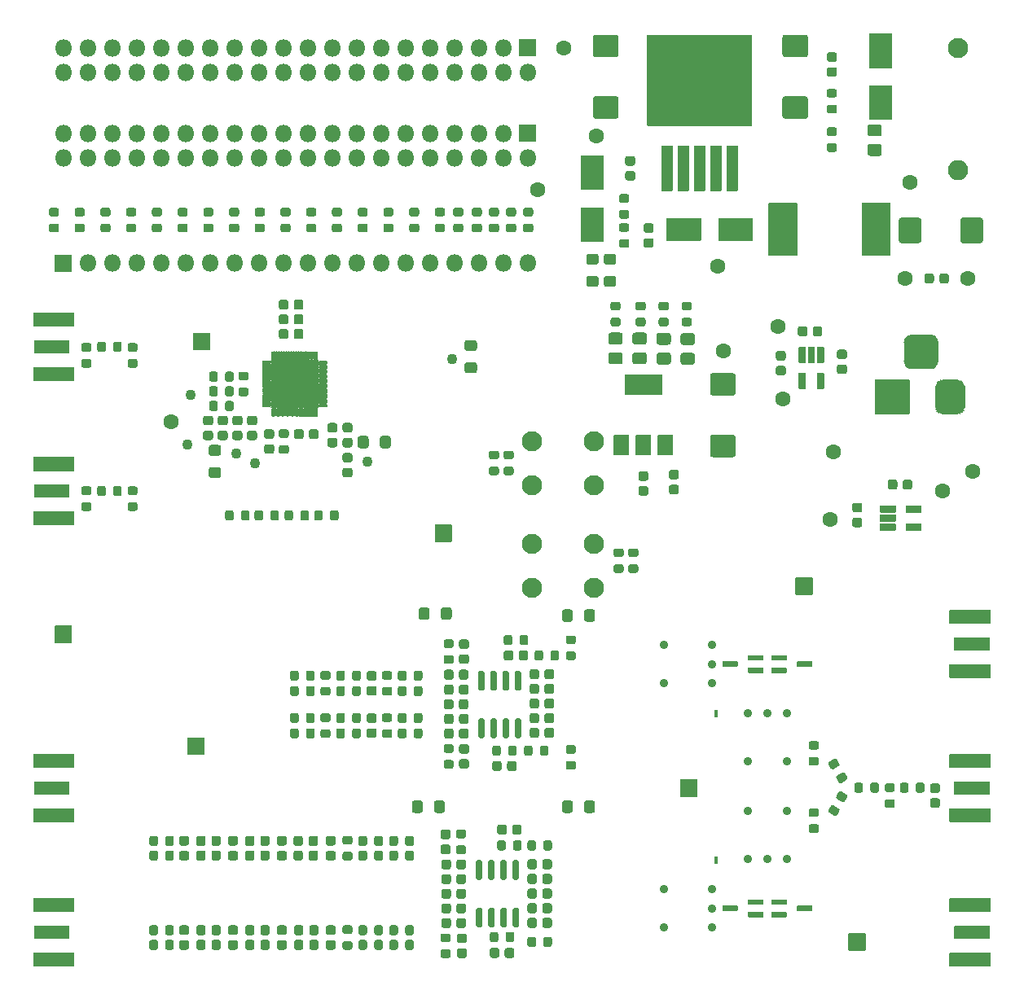
<source format=gbr>
%TF.GenerationSoftware,KiCad,Pcbnew,(5.1.8)-1*%
%TF.CreationDate,2020-12-11T02:40:48-05:00*%
%TF.ProjectId,iq_siggen,69715f73-6967-4676-956e-2e6b69636164,v01*%
%TF.SameCoordinates,Original*%
%TF.FileFunction,Soldermask,Top*%
%TF.FilePolarity,Negative*%
%FSLAX46Y46*%
G04 Gerber Fmt 4.6, Leading zero omitted, Abs format (unit mm)*
G04 Created by KiCad (PCBNEW (5.1.8)-1) date 2020-12-11 02:40:48*
%MOMM*%
%LPD*%
G01*
G04 APERTURE LIST*
%ADD10C,0.100000*%
%ADD11C,1.100000*%
%ADD12C,1.600000*%
%ADD13C,2.100000*%
%ADD14O,1.800000X1.800000*%
%ADD15O,2.100000X2.100000*%
%ADD16C,0.900000*%
G04 APERTURE END LIST*
D10*
%TO.C,JP2*%
G36*
X121400000Y-137760600D02*
G01*
X121150000Y-137760600D01*
X121149600Y-137100200D01*
X121399600Y-137100200D01*
X121400000Y-137760600D01*
G37*
X121400000Y-137760600D02*
X121150000Y-137760600D01*
X121149600Y-137100200D01*
X121399600Y-137100200D01*
X121400000Y-137760600D01*
%TO.C,JP1*%
G36*
X121400000Y-122530600D02*
G01*
X121150000Y-122530600D01*
X121149600Y-121870200D01*
X121399600Y-121870200D01*
X121400000Y-122530600D01*
G37*
X121400000Y-122530600D02*
X121150000Y-122530600D01*
X121149600Y-121870200D01*
X121399600Y-121870200D01*
X121400000Y-122530600D01*
%TO.C,JP2*%
G36*
X121400000Y-137760600D02*
G01*
X121150000Y-137760600D01*
X121149600Y-137100200D01*
X121399600Y-137100200D01*
X121400000Y-137760600D01*
G37*
X121400000Y-137760600D02*
X121150000Y-137760600D01*
X121149600Y-137100200D01*
X121399600Y-137100200D01*
X121400000Y-137760600D01*
%TO.C,JP1*%
G36*
X121400000Y-122530600D02*
G01*
X121150000Y-122530600D01*
X121149600Y-121870200D01*
X121399600Y-121870200D01*
X121400000Y-122530600D01*
G37*
X121400000Y-122530600D02*
X121150000Y-122530600D01*
X121149600Y-121870200D01*
X121399600Y-121870200D01*
X121400000Y-122530600D01*
%TD*%
%TO.C,R88*%
G36*
G01*
X81215000Y-101939000D02*
X81215000Y-101339000D01*
G75*
G02*
X81440000Y-101114000I225000J0D01*
G01*
X81890000Y-101114000D01*
G75*
G02*
X82115000Y-101339000I0J-225000D01*
G01*
X82115000Y-101939000D01*
G75*
G02*
X81890000Y-102164000I-225000J0D01*
G01*
X81440000Y-102164000D01*
G75*
G02*
X81215000Y-101939000I0J225000D01*
G01*
G37*
G36*
G01*
X79565000Y-101939000D02*
X79565000Y-101339000D01*
G75*
G02*
X79790000Y-101114000I225000J0D01*
G01*
X80240000Y-101114000D01*
G75*
G02*
X80465000Y-101339000I0J-225000D01*
G01*
X80465000Y-101939000D01*
G75*
G02*
X80240000Y-102164000I-225000J0D01*
G01*
X79790000Y-102164000D01*
G75*
G02*
X79565000Y-101939000I0J225000D01*
G01*
G37*
%TD*%
%TO.C,R70*%
G36*
G01*
X86850000Y-119475000D02*
X87450000Y-119475000D01*
G75*
G02*
X87675000Y-119700000I0J-225000D01*
G01*
X87675000Y-120150000D01*
G75*
G02*
X87450000Y-120375000I-225000J0D01*
G01*
X86850000Y-120375000D01*
G75*
G02*
X86625000Y-120150000I0J225000D01*
G01*
X86625000Y-119700000D01*
G75*
G02*
X86850000Y-119475000I225000J0D01*
G01*
G37*
G36*
G01*
X86850000Y-117825000D02*
X87450000Y-117825000D01*
G75*
G02*
X87675000Y-118050000I0J-225000D01*
G01*
X87675000Y-118500000D01*
G75*
G02*
X87450000Y-118725000I-225000J0D01*
G01*
X86850000Y-118725000D01*
G75*
G02*
X86625000Y-118500000I0J225000D01*
G01*
X86625000Y-118050000D01*
G75*
G02*
X86850000Y-117825000I225000J0D01*
G01*
G37*
%TD*%
%TO.C,R99*%
G36*
G01*
X93533000Y-146010000D02*
X92933000Y-146010000D01*
G75*
G02*
X92708000Y-145785000I0J225000D01*
G01*
X92708000Y-145335000D01*
G75*
G02*
X92933000Y-145110000I225000J0D01*
G01*
X93533000Y-145110000D01*
G75*
G02*
X93758000Y-145335000I0J-225000D01*
G01*
X93758000Y-145785000D01*
G75*
G02*
X93533000Y-146010000I-225000J0D01*
G01*
G37*
G36*
G01*
X93533000Y-147660000D02*
X92933000Y-147660000D01*
G75*
G02*
X92708000Y-147435000I0J225000D01*
G01*
X92708000Y-146985000D01*
G75*
G02*
X92933000Y-146760000I225000J0D01*
G01*
X93533000Y-146760000D01*
G75*
G02*
X93758000Y-146985000I0J-225000D01*
G01*
X93758000Y-147435000D01*
G75*
G02*
X93533000Y-147660000I-225000J0D01*
G01*
G37*
%TD*%
%TO.C,C6*%
G36*
G01*
X120983110Y-93236000D02*
X123110890Y-93236000D01*
G75*
G02*
X123372000Y-93497110I0J-261110D01*
G01*
X123372000Y-95324890D01*
G75*
G02*
X123110890Y-95586000I-261110J0D01*
G01*
X120983110Y-95586000D01*
G75*
G02*
X120722000Y-95324890I0J261110D01*
G01*
X120722000Y-93497110D01*
G75*
G02*
X120983110Y-93236000I261110J0D01*
G01*
G37*
G36*
G01*
X120983110Y-86836000D02*
X123110890Y-86836000D01*
G75*
G02*
X123372000Y-87097110I0J-261110D01*
G01*
X123372000Y-88924890D01*
G75*
G02*
X123110890Y-89186000I-261110J0D01*
G01*
X120983110Y-89186000D01*
G75*
G02*
X120722000Y-88924890I0J261110D01*
G01*
X120722000Y-87097110D01*
G75*
G02*
X120983110Y-86836000I261110J0D01*
G01*
G37*
%TD*%
%TO.C,C33*%
G36*
G01*
X146725000Y-73063890D02*
X146725000Y-70936110D01*
G75*
G02*
X146986110Y-70675000I261110J0D01*
G01*
X148813890Y-70675000D01*
G75*
G02*
X149075000Y-70936110I0J-261110D01*
G01*
X149075000Y-73063890D01*
G75*
G02*
X148813890Y-73325000I-261110J0D01*
G01*
X146986110Y-73325000D01*
G75*
G02*
X146725000Y-73063890I0J261110D01*
G01*
G37*
G36*
G01*
X140325000Y-73063890D02*
X140325000Y-70936110D01*
G75*
G02*
X140586110Y-70675000I261110J0D01*
G01*
X142413890Y-70675000D01*
G75*
G02*
X142675000Y-70936110I0J-261110D01*
G01*
X142675000Y-73063890D01*
G75*
G02*
X142413890Y-73325000I-261110J0D01*
G01*
X140586110Y-73325000D01*
G75*
G02*
X140325000Y-73063890I0J261110D01*
G01*
G37*
%TD*%
%TO.C,C31*%
G36*
G01*
X130633890Y-53995000D02*
X128506110Y-53995000D01*
G75*
G02*
X128245000Y-53733890I0J261110D01*
G01*
X128245000Y-51906110D01*
G75*
G02*
X128506110Y-51645000I261110J0D01*
G01*
X130633890Y-51645000D01*
G75*
G02*
X130895000Y-51906110I0J-261110D01*
G01*
X130895000Y-53733890D01*
G75*
G02*
X130633890Y-53995000I-261110J0D01*
G01*
G37*
G36*
G01*
X130633890Y-60395000D02*
X128506110Y-60395000D01*
G75*
G02*
X128245000Y-60133890I0J261110D01*
G01*
X128245000Y-58306110D01*
G75*
G02*
X128506110Y-58045000I261110J0D01*
G01*
X130633890Y-58045000D01*
G75*
G02*
X130895000Y-58306110I0J-261110D01*
G01*
X130895000Y-60133890D01*
G75*
G02*
X130633890Y-60395000I-261110J0D01*
G01*
G37*
%TD*%
%TO.C,C28*%
G36*
G01*
X110948890Y-53995000D02*
X108821110Y-53995000D01*
G75*
G02*
X108560000Y-53733890I0J261110D01*
G01*
X108560000Y-51906110D01*
G75*
G02*
X108821110Y-51645000I261110J0D01*
G01*
X110948890Y-51645000D01*
G75*
G02*
X111210000Y-51906110I0J-261110D01*
G01*
X111210000Y-53733890D01*
G75*
G02*
X110948890Y-53995000I-261110J0D01*
G01*
G37*
G36*
G01*
X110948890Y-60395000D02*
X108821110Y-60395000D01*
G75*
G02*
X108560000Y-60133890I0J261110D01*
G01*
X108560000Y-58306110D01*
G75*
G02*
X108821110Y-58045000I261110J0D01*
G01*
X110948890Y-58045000D01*
G75*
G02*
X111210000Y-58306110I0J-261110D01*
G01*
X111210000Y-60133890D01*
G75*
G02*
X110948890Y-60395000I-261110J0D01*
G01*
G37*
%TD*%
%TO.C,FB9*%
G36*
G01*
X109938808Y-76725000D02*
X110691192Y-76725000D01*
G75*
G02*
X110965000Y-76998808I0J-273808D01*
G01*
X110965000Y-77601192D01*
G75*
G02*
X110691192Y-77875000I-273808J0D01*
G01*
X109938808Y-77875000D01*
G75*
G02*
X109665000Y-77601192I0J273808D01*
G01*
X109665000Y-76998808D01*
G75*
G02*
X109938808Y-76725000I273808J0D01*
G01*
G37*
G36*
G01*
X109938808Y-74425000D02*
X110691192Y-74425000D01*
G75*
G02*
X110965000Y-74698808I0J-273808D01*
G01*
X110965000Y-75301192D01*
G75*
G02*
X110691192Y-75575000I-273808J0D01*
G01*
X109938808Y-75575000D01*
G75*
G02*
X109665000Y-75301192I0J273808D01*
G01*
X109665000Y-74698808D01*
G75*
G02*
X109938808Y-74425000I273808J0D01*
G01*
G37*
%TD*%
D11*
%TO.C,TP53*%
X66764000Y-89116000D03*
%TD*%
%TO.C,J10*%
G36*
G01*
X144462000Y-83719200D02*
X144462000Y-85519200D01*
G75*
G02*
X143562000Y-86419200I-900000J0D01*
G01*
X141762000Y-86419200D01*
G75*
G02*
X140862000Y-85519200I0J900000D01*
G01*
X140862000Y-83719200D01*
G75*
G02*
X141762000Y-82819200I900000J0D01*
G01*
X143562000Y-82819200D01*
G75*
G02*
X144462000Y-83719200I0J-900000D01*
G01*
G37*
G36*
G01*
X147212000Y-88294200D02*
X147212000Y-90344200D01*
G75*
G02*
X146437000Y-91119200I-775000J0D01*
G01*
X144887000Y-91119200D01*
G75*
G02*
X144112000Y-90344200I0J775000D01*
G01*
X144112000Y-88294200D01*
G75*
G02*
X144887000Y-87519200I775000J0D01*
G01*
X146437000Y-87519200D01*
G75*
G02*
X147212000Y-88294200I0J-775000D01*
G01*
G37*
G36*
G01*
X141462000Y-87569200D02*
X141462000Y-91069200D01*
G75*
G02*
X141412000Y-91119200I-50000J0D01*
G01*
X137912000Y-91119200D01*
G75*
G02*
X137862000Y-91069200I0J50000D01*
G01*
X137862000Y-87569200D01*
G75*
G02*
X137912000Y-87519200I50000J0D01*
G01*
X141412000Y-87519200D01*
G75*
G02*
X141462000Y-87569200I0J-50000D01*
G01*
G37*
%TD*%
D12*
%TO.C,TP4*%
X64732000Y-91859200D03*
%TD*%
D13*
%TO.C,SW2*%
X102174000Y-109131200D03*
X102174000Y-104631200D03*
X108674000Y-109131200D03*
X108674000Y-104631200D03*
%TD*%
%TO.C,SW1*%
X102174000Y-98463200D03*
X102174000Y-93963200D03*
X108674000Y-98463200D03*
X108674000Y-93963200D03*
%TD*%
D11*
%TO.C,TP52*%
X73418800Y-96177200D03*
%TD*%
D14*
%TO.C,J2*%
X53490000Y-64430000D03*
X53490000Y-61890000D03*
X56030000Y-64430000D03*
X56030000Y-61890000D03*
X58570000Y-64430000D03*
X58570000Y-61890000D03*
X61110000Y-64430000D03*
X61110000Y-61890000D03*
X63650000Y-64430000D03*
X63650000Y-61890000D03*
X66190000Y-64430000D03*
X66190000Y-61890000D03*
X68730000Y-64430000D03*
X68730000Y-61890000D03*
X71270000Y-64430000D03*
X71270000Y-61890000D03*
X73810000Y-64430000D03*
X73810000Y-61890000D03*
X76350000Y-64430000D03*
X76350000Y-61890000D03*
X78890000Y-64430000D03*
X78890000Y-61890000D03*
X81430000Y-64430000D03*
X81430000Y-61890000D03*
X83970000Y-64430000D03*
X83970000Y-61890000D03*
X86510000Y-64430000D03*
X86510000Y-61890000D03*
X89050000Y-64430000D03*
X89050000Y-61890000D03*
X91590000Y-64430000D03*
X91590000Y-61890000D03*
X94130000Y-64430000D03*
X94130000Y-61890000D03*
X96670000Y-64430000D03*
X96670000Y-61890000D03*
X99210000Y-64430000D03*
X99210000Y-61890000D03*
X101750000Y-64430000D03*
G36*
G01*
X100900000Y-60990000D02*
X102600000Y-60990000D01*
G75*
G02*
X102650000Y-61040000I0J-50000D01*
G01*
X102650000Y-62740000D01*
G75*
G02*
X102600000Y-62790000I-50000J0D01*
G01*
X100900000Y-62790000D01*
G75*
G02*
X100850000Y-62740000I0J50000D01*
G01*
X100850000Y-61040000D01*
G75*
G02*
X100900000Y-60990000I50000J0D01*
G01*
G37*
%TD*%
%TO.C,U6*%
G36*
G01*
X77484000Y-90535500D02*
X77484000Y-91285500D01*
G75*
G02*
X77396500Y-91373000I-87500J0D01*
G01*
X77221500Y-91373000D01*
G75*
G02*
X77134000Y-91285500I0J87500D01*
G01*
X77134000Y-90535500D01*
G75*
G02*
X77221500Y-90448000I87500J0D01*
G01*
X77396500Y-90448000D01*
G75*
G02*
X77484000Y-90535500I0J-87500D01*
G01*
G37*
G36*
G01*
X75984000Y-90535500D02*
X75984000Y-91285500D01*
G75*
G02*
X75896500Y-91373000I-87500J0D01*
G01*
X75721500Y-91373000D01*
G75*
G02*
X75634000Y-91285500I0J87500D01*
G01*
X75634000Y-90535500D01*
G75*
G02*
X75721500Y-90448000I87500J0D01*
G01*
X75896500Y-90448000D01*
G75*
G02*
X75984000Y-90535500I0J-87500D01*
G01*
G37*
G36*
G01*
X75084000Y-85635500D02*
X75084000Y-85810500D01*
G75*
G02*
X74996500Y-85898000I-87500J0D01*
G01*
X74246500Y-85898000D01*
G75*
G02*
X74159000Y-85810500I0J87500D01*
G01*
X74159000Y-85635500D01*
G75*
G02*
X74246500Y-85548000I87500J0D01*
G01*
X74996500Y-85548000D01*
G75*
G02*
X75084000Y-85635500I0J-87500D01*
G01*
G37*
G36*
G01*
X80959000Y-89635500D02*
X80959000Y-89810500D01*
G75*
G02*
X80871500Y-89898000I-87500J0D01*
G01*
X80121500Y-89898000D01*
G75*
G02*
X80034000Y-89810500I0J87500D01*
G01*
X80034000Y-89635500D01*
G75*
G02*
X80121500Y-89548000I87500J0D01*
G01*
X80871500Y-89548000D01*
G75*
G02*
X80959000Y-89635500I0J-87500D01*
G01*
G37*
G36*
G01*
X80959000Y-86635500D02*
X80959000Y-86810500D01*
G75*
G02*
X80871500Y-86898000I-87500J0D01*
G01*
X80121500Y-86898000D01*
G75*
G02*
X80034000Y-86810500I0J87500D01*
G01*
X80034000Y-86635500D01*
G75*
G02*
X80121500Y-86548000I87500J0D01*
G01*
X80871500Y-86548000D01*
G75*
G02*
X80959000Y-86635500I0J-87500D01*
G01*
G37*
G36*
G01*
X76984000Y-84660500D02*
X76984000Y-85410500D01*
G75*
G02*
X76896500Y-85498000I-87500J0D01*
G01*
X76721500Y-85498000D01*
G75*
G02*
X76634000Y-85410500I0J87500D01*
G01*
X76634000Y-84660500D01*
G75*
G02*
X76721500Y-84573000I87500J0D01*
G01*
X76896500Y-84573000D01*
G75*
G02*
X76984000Y-84660500I0J-87500D01*
G01*
G37*
G36*
G01*
X76484000Y-90535500D02*
X76484000Y-91285500D01*
G75*
G02*
X76396500Y-91373000I-87500J0D01*
G01*
X76221500Y-91373000D01*
G75*
G02*
X76134000Y-91285500I0J87500D01*
G01*
X76134000Y-90535500D01*
G75*
G02*
X76221500Y-90448000I87500J0D01*
G01*
X76396500Y-90448000D01*
G75*
G02*
X76484000Y-90535500I0J-87500D01*
G01*
G37*
G36*
G01*
X75084000Y-87635500D02*
X75084000Y-87810500D01*
G75*
G02*
X74996500Y-87898000I-87500J0D01*
G01*
X74246500Y-87898000D01*
G75*
G02*
X74159000Y-87810500I0J87500D01*
G01*
X74159000Y-87635500D01*
G75*
G02*
X74246500Y-87548000I87500J0D01*
G01*
X74996500Y-87548000D01*
G75*
G02*
X75084000Y-87635500I0J-87500D01*
G01*
G37*
G36*
G01*
X78484000Y-84660500D02*
X78484000Y-85410500D01*
G75*
G02*
X78396500Y-85498000I-87500J0D01*
G01*
X78221500Y-85498000D01*
G75*
G02*
X78134000Y-85410500I0J87500D01*
G01*
X78134000Y-84660500D01*
G75*
G02*
X78221500Y-84573000I87500J0D01*
G01*
X78396500Y-84573000D01*
G75*
G02*
X78484000Y-84660500I0J-87500D01*
G01*
G37*
G36*
G01*
X75084000Y-86135500D02*
X75084000Y-86310500D01*
G75*
G02*
X74996500Y-86398000I-87500J0D01*
G01*
X74246500Y-86398000D01*
G75*
G02*
X74159000Y-86310500I0J87500D01*
G01*
X74159000Y-86135500D01*
G75*
G02*
X74246500Y-86048000I87500J0D01*
G01*
X74996500Y-86048000D01*
G75*
G02*
X75084000Y-86135500I0J-87500D01*
G01*
G37*
G36*
G01*
X75084000Y-88635500D02*
X75084000Y-88810500D01*
G75*
G02*
X74996500Y-88898000I-87500J0D01*
G01*
X74246500Y-88898000D01*
G75*
G02*
X74159000Y-88810500I0J87500D01*
G01*
X74159000Y-88635500D01*
G75*
G02*
X74246500Y-88548000I87500J0D01*
G01*
X74996500Y-88548000D01*
G75*
G02*
X75084000Y-88635500I0J-87500D01*
G01*
G37*
G36*
G01*
X75484000Y-84660500D02*
X75484000Y-85410500D01*
G75*
G02*
X75396500Y-85498000I-87500J0D01*
G01*
X75221500Y-85498000D01*
G75*
G02*
X75134000Y-85410500I0J87500D01*
G01*
X75134000Y-84660500D01*
G75*
G02*
X75221500Y-84573000I87500J0D01*
G01*
X75396500Y-84573000D01*
G75*
G02*
X75484000Y-84660500I0J-87500D01*
G01*
G37*
G36*
G01*
X75484000Y-90535500D02*
X75484000Y-91285500D01*
G75*
G02*
X75396500Y-91373000I-87500J0D01*
G01*
X75221500Y-91373000D01*
G75*
G02*
X75134000Y-91285500I0J87500D01*
G01*
X75134000Y-90535500D01*
G75*
G02*
X75221500Y-90448000I87500J0D01*
G01*
X75396500Y-90448000D01*
G75*
G02*
X75484000Y-90535500I0J-87500D01*
G01*
G37*
G36*
G01*
X79484000Y-84660500D02*
X79484000Y-85410500D01*
G75*
G02*
X79396500Y-85498000I-87500J0D01*
G01*
X79221500Y-85498000D01*
G75*
G02*
X79134000Y-85410500I0J87500D01*
G01*
X79134000Y-84660500D01*
G75*
G02*
X79221500Y-84573000I87500J0D01*
G01*
X79396500Y-84573000D01*
G75*
G02*
X79484000Y-84660500I0J-87500D01*
G01*
G37*
G36*
G01*
X78984000Y-90535500D02*
X78984000Y-91285500D01*
G75*
G02*
X78896500Y-91373000I-87500J0D01*
G01*
X78721500Y-91373000D01*
G75*
G02*
X78634000Y-91285500I0J87500D01*
G01*
X78634000Y-90535500D01*
G75*
G02*
X78721500Y-90448000I87500J0D01*
G01*
X78896500Y-90448000D01*
G75*
G02*
X78984000Y-90535500I0J-87500D01*
G01*
G37*
G36*
G01*
X80959000Y-90135500D02*
X80959000Y-90310500D01*
G75*
G02*
X80871500Y-90398000I-87500J0D01*
G01*
X80121500Y-90398000D01*
G75*
G02*
X80034000Y-90310500I0J87500D01*
G01*
X80034000Y-90135500D01*
G75*
G02*
X80121500Y-90048000I87500J0D01*
G01*
X80871500Y-90048000D01*
G75*
G02*
X80959000Y-90135500I0J-87500D01*
G01*
G37*
G36*
G01*
X80959000Y-87635500D02*
X80959000Y-87810500D01*
G75*
G02*
X80871500Y-87898000I-87500J0D01*
G01*
X80121500Y-87898000D01*
G75*
G02*
X80034000Y-87810500I0J87500D01*
G01*
X80034000Y-87635500D01*
G75*
G02*
X80121500Y-87548000I87500J0D01*
G01*
X80871500Y-87548000D01*
G75*
G02*
X80959000Y-87635500I0J-87500D01*
G01*
G37*
G36*
G01*
X75084000Y-87135500D02*
X75084000Y-87310500D01*
G75*
G02*
X74996500Y-87398000I-87500J0D01*
G01*
X74246500Y-87398000D01*
G75*
G02*
X74159000Y-87310500I0J87500D01*
G01*
X74159000Y-87135500D01*
G75*
G02*
X74246500Y-87048000I87500J0D01*
G01*
X74996500Y-87048000D01*
G75*
G02*
X75084000Y-87135500I0J-87500D01*
G01*
G37*
G36*
G01*
X77984000Y-84660500D02*
X77984000Y-85410500D01*
G75*
G02*
X77896500Y-85498000I-87500J0D01*
G01*
X77721500Y-85498000D01*
G75*
G02*
X77634000Y-85410500I0J87500D01*
G01*
X77634000Y-84660500D01*
G75*
G02*
X77721500Y-84573000I87500J0D01*
G01*
X77896500Y-84573000D01*
G75*
G02*
X77984000Y-84660500I0J-87500D01*
G01*
G37*
G36*
G01*
X77984000Y-90535500D02*
X77984000Y-91285500D01*
G75*
G02*
X77896500Y-91373000I-87500J0D01*
G01*
X77721500Y-91373000D01*
G75*
G02*
X77634000Y-91285500I0J87500D01*
G01*
X77634000Y-90535500D01*
G75*
G02*
X77721500Y-90448000I87500J0D01*
G01*
X77896500Y-90448000D01*
G75*
G02*
X77984000Y-90535500I0J-87500D01*
G01*
G37*
G36*
G01*
X80959000Y-85635500D02*
X80959000Y-85810500D01*
G75*
G02*
X80871500Y-85898000I-87500J0D01*
G01*
X80121500Y-85898000D01*
G75*
G02*
X80034000Y-85810500I0J87500D01*
G01*
X80034000Y-85635500D01*
G75*
G02*
X80121500Y-85548000I87500J0D01*
G01*
X80871500Y-85548000D01*
G75*
G02*
X80959000Y-85635500I0J-87500D01*
G01*
G37*
G36*
G01*
X78484000Y-90535500D02*
X78484000Y-91285500D01*
G75*
G02*
X78396500Y-91373000I-87500J0D01*
G01*
X78221500Y-91373000D01*
G75*
G02*
X78134000Y-91285500I0J87500D01*
G01*
X78134000Y-90535500D01*
G75*
G02*
X78221500Y-90448000I87500J0D01*
G01*
X78396500Y-90448000D01*
G75*
G02*
X78484000Y-90535500I0J-87500D01*
G01*
G37*
G36*
G01*
X80959000Y-88135500D02*
X80959000Y-88310500D01*
G75*
G02*
X80871500Y-88398000I-87500J0D01*
G01*
X80121500Y-88398000D01*
G75*
G02*
X80034000Y-88310500I0J87500D01*
G01*
X80034000Y-88135500D01*
G75*
G02*
X80121500Y-88048000I87500J0D01*
G01*
X80871500Y-88048000D01*
G75*
G02*
X80959000Y-88135500I0J-87500D01*
G01*
G37*
G36*
G01*
X79909000Y-85673000D02*
X79909000Y-90273000D01*
G75*
G02*
X79859000Y-90323000I-50000J0D01*
G01*
X75259000Y-90323000D01*
G75*
G02*
X75209000Y-90273000I0J50000D01*
G01*
X75209000Y-85673000D01*
G75*
G02*
X75259000Y-85623000I50000J0D01*
G01*
X79859000Y-85623000D01*
G75*
G02*
X79909000Y-85673000I0J-50000D01*
G01*
G37*
G36*
G01*
X76484000Y-84660500D02*
X76484000Y-85410500D01*
G75*
G02*
X76396500Y-85498000I-87500J0D01*
G01*
X76221500Y-85498000D01*
G75*
G02*
X76134000Y-85410500I0J87500D01*
G01*
X76134000Y-84660500D01*
G75*
G02*
X76221500Y-84573000I87500J0D01*
G01*
X76396500Y-84573000D01*
G75*
G02*
X76484000Y-84660500I0J-87500D01*
G01*
G37*
G36*
G01*
X78984000Y-84660500D02*
X78984000Y-85410500D01*
G75*
G02*
X78896500Y-85498000I-87500J0D01*
G01*
X78721500Y-85498000D01*
G75*
G02*
X78634000Y-85410500I0J87500D01*
G01*
X78634000Y-84660500D01*
G75*
G02*
X78721500Y-84573000I87500J0D01*
G01*
X78896500Y-84573000D01*
G75*
G02*
X78984000Y-84660500I0J-87500D01*
G01*
G37*
G36*
G01*
X79984000Y-84660500D02*
X79984000Y-85410500D01*
G75*
G02*
X79896500Y-85498000I-87500J0D01*
G01*
X79721500Y-85498000D01*
G75*
G02*
X79634000Y-85410500I0J87500D01*
G01*
X79634000Y-84660500D01*
G75*
G02*
X79721500Y-84573000I87500J0D01*
G01*
X79896500Y-84573000D01*
G75*
G02*
X79984000Y-84660500I0J-87500D01*
G01*
G37*
G36*
G01*
X80959000Y-86135500D02*
X80959000Y-86310500D01*
G75*
G02*
X80871500Y-86398000I-87500J0D01*
G01*
X80121500Y-86398000D01*
G75*
G02*
X80034000Y-86310500I0J87500D01*
G01*
X80034000Y-86135500D01*
G75*
G02*
X80121500Y-86048000I87500J0D01*
G01*
X80871500Y-86048000D01*
G75*
G02*
X80959000Y-86135500I0J-87500D01*
G01*
G37*
G36*
G01*
X75084000Y-89135500D02*
X75084000Y-89310500D01*
G75*
G02*
X74996500Y-89398000I-87500J0D01*
G01*
X74246500Y-89398000D01*
G75*
G02*
X74159000Y-89310500I0J87500D01*
G01*
X74159000Y-89135500D01*
G75*
G02*
X74246500Y-89048000I87500J0D01*
G01*
X74996500Y-89048000D01*
G75*
G02*
X75084000Y-89135500I0J-87500D01*
G01*
G37*
G36*
G01*
X75084000Y-90135500D02*
X75084000Y-90310500D01*
G75*
G02*
X74996500Y-90398000I-87500J0D01*
G01*
X74246500Y-90398000D01*
G75*
G02*
X74159000Y-90310500I0J87500D01*
G01*
X74159000Y-90135500D01*
G75*
G02*
X74246500Y-90048000I87500J0D01*
G01*
X74996500Y-90048000D01*
G75*
G02*
X75084000Y-90135500I0J-87500D01*
G01*
G37*
G36*
G01*
X76984000Y-90535500D02*
X76984000Y-91285500D01*
G75*
G02*
X76896500Y-91373000I-87500J0D01*
G01*
X76721500Y-91373000D01*
G75*
G02*
X76634000Y-91285500I0J87500D01*
G01*
X76634000Y-90535500D01*
G75*
G02*
X76721500Y-90448000I87500J0D01*
G01*
X76896500Y-90448000D01*
G75*
G02*
X76984000Y-90535500I0J-87500D01*
G01*
G37*
G36*
G01*
X79484000Y-90535500D02*
X79484000Y-91285500D01*
G75*
G02*
X79396500Y-91373000I-87500J0D01*
G01*
X79221500Y-91373000D01*
G75*
G02*
X79134000Y-91285500I0J87500D01*
G01*
X79134000Y-90535500D01*
G75*
G02*
X79221500Y-90448000I87500J0D01*
G01*
X79396500Y-90448000D01*
G75*
G02*
X79484000Y-90535500I0J-87500D01*
G01*
G37*
G36*
G01*
X80959000Y-89135500D02*
X80959000Y-89310500D01*
G75*
G02*
X80871500Y-89398000I-87500J0D01*
G01*
X80121500Y-89398000D01*
G75*
G02*
X80034000Y-89310500I0J87500D01*
G01*
X80034000Y-89135500D01*
G75*
G02*
X80121500Y-89048000I87500J0D01*
G01*
X80871500Y-89048000D01*
G75*
G02*
X80959000Y-89135500I0J-87500D01*
G01*
G37*
G36*
G01*
X75084000Y-89635500D02*
X75084000Y-89810500D01*
G75*
G02*
X74996500Y-89898000I-87500J0D01*
G01*
X74246500Y-89898000D01*
G75*
G02*
X74159000Y-89810500I0J87500D01*
G01*
X74159000Y-89635500D01*
G75*
G02*
X74246500Y-89548000I87500J0D01*
G01*
X74996500Y-89548000D01*
G75*
G02*
X75084000Y-89635500I0J-87500D01*
G01*
G37*
G36*
G01*
X75084000Y-86635500D02*
X75084000Y-86810500D01*
G75*
G02*
X74996500Y-86898000I-87500J0D01*
G01*
X74246500Y-86898000D01*
G75*
G02*
X74159000Y-86810500I0J87500D01*
G01*
X74159000Y-86635500D01*
G75*
G02*
X74246500Y-86548000I87500J0D01*
G01*
X74996500Y-86548000D01*
G75*
G02*
X75084000Y-86635500I0J-87500D01*
G01*
G37*
G36*
G01*
X80959000Y-87135500D02*
X80959000Y-87310500D01*
G75*
G02*
X80871500Y-87398000I-87500J0D01*
G01*
X80121500Y-87398000D01*
G75*
G02*
X80034000Y-87310500I0J87500D01*
G01*
X80034000Y-87135500D01*
G75*
G02*
X80121500Y-87048000I87500J0D01*
G01*
X80871500Y-87048000D01*
G75*
G02*
X80959000Y-87135500I0J-87500D01*
G01*
G37*
G36*
G01*
X75084000Y-88135500D02*
X75084000Y-88310500D01*
G75*
G02*
X74996500Y-88398000I-87500J0D01*
G01*
X74246500Y-88398000D01*
G75*
G02*
X74159000Y-88310500I0J87500D01*
G01*
X74159000Y-88135500D01*
G75*
G02*
X74246500Y-88048000I87500J0D01*
G01*
X74996500Y-88048000D01*
G75*
G02*
X75084000Y-88135500I0J-87500D01*
G01*
G37*
G36*
G01*
X80959000Y-88635500D02*
X80959000Y-88810500D01*
G75*
G02*
X80871500Y-88898000I-87500J0D01*
G01*
X80121500Y-88898000D01*
G75*
G02*
X80034000Y-88810500I0J87500D01*
G01*
X80034000Y-88635500D01*
G75*
G02*
X80121500Y-88548000I87500J0D01*
G01*
X80871500Y-88548000D01*
G75*
G02*
X80959000Y-88635500I0J-87500D01*
G01*
G37*
G36*
G01*
X79984000Y-90535500D02*
X79984000Y-91285500D01*
G75*
G02*
X79896500Y-91373000I-87500J0D01*
G01*
X79721500Y-91373000D01*
G75*
G02*
X79634000Y-91285500I0J87500D01*
G01*
X79634000Y-90535500D01*
G75*
G02*
X79721500Y-90448000I87500J0D01*
G01*
X79896500Y-90448000D01*
G75*
G02*
X79984000Y-90535500I0J-87500D01*
G01*
G37*
G36*
G01*
X75984000Y-84660500D02*
X75984000Y-85410500D01*
G75*
G02*
X75896500Y-85498000I-87500J0D01*
G01*
X75721500Y-85498000D01*
G75*
G02*
X75634000Y-85410500I0J87500D01*
G01*
X75634000Y-84660500D01*
G75*
G02*
X75721500Y-84573000I87500J0D01*
G01*
X75896500Y-84573000D01*
G75*
G02*
X75984000Y-84660500I0J-87500D01*
G01*
G37*
G36*
G01*
X77484000Y-84660500D02*
X77484000Y-85410500D01*
G75*
G02*
X77396500Y-85498000I-87500J0D01*
G01*
X77221500Y-85498000D01*
G75*
G02*
X77134000Y-85410500I0J87500D01*
G01*
X77134000Y-84660500D01*
G75*
G02*
X77221500Y-84573000I87500J0D01*
G01*
X77396500Y-84573000D01*
G75*
G02*
X77484000Y-84660500I0J-87500D01*
G01*
G37*
%TD*%
D11*
%TO.C,TP58*%
X93891200Y-85356800D03*
%TD*%
%TO.C,TP57*%
X66383000Y-94272200D03*
%TD*%
%TO.C,TP56*%
X85082480Y-96004480D03*
%TD*%
%TO.C,TP51*%
X71463000Y-95161200D03*
%TD*%
%TO.C,FB6*%
G36*
G01*
X106471000Y-131557808D02*
X106471000Y-132310192D01*
G75*
G02*
X106197192Y-132584000I-273808J0D01*
G01*
X105594808Y-132584000D01*
G75*
G02*
X105321000Y-132310192I0J273808D01*
G01*
X105321000Y-131557808D01*
G75*
G02*
X105594808Y-131284000I273808J0D01*
G01*
X106197192Y-131284000D01*
G75*
G02*
X106471000Y-131557808I0J-273808D01*
G01*
G37*
G36*
G01*
X108771000Y-131557808D02*
X108771000Y-132310192D01*
G75*
G02*
X108497192Y-132584000I-273808J0D01*
G01*
X107894808Y-132584000D01*
G75*
G02*
X107621000Y-132310192I0J273808D01*
G01*
X107621000Y-131557808D01*
G75*
G02*
X107894808Y-131284000I273808J0D01*
G01*
X108497192Y-131284000D01*
G75*
G02*
X108771000Y-131557808I0J-273808D01*
G01*
G37*
%TD*%
%TO.C,L32*%
G36*
G01*
X73975000Y-145054250D02*
X73975000Y-144491750D01*
G75*
G02*
X74218750Y-144248000I243750J0D01*
G01*
X74706250Y-144248000D01*
G75*
G02*
X74950000Y-144491750I0J-243750D01*
G01*
X74950000Y-145054250D01*
G75*
G02*
X74706250Y-145298000I-243750J0D01*
G01*
X74218750Y-145298000D01*
G75*
G02*
X73975000Y-145054250I0J243750D01*
G01*
G37*
G36*
G01*
X72400000Y-145054250D02*
X72400000Y-144491750D01*
G75*
G02*
X72643750Y-144248000I243750J0D01*
G01*
X73131250Y-144248000D01*
G75*
G02*
X73375000Y-144491750I0J-243750D01*
G01*
X73375000Y-145054250D01*
G75*
G02*
X73131250Y-145298000I-243750J0D01*
G01*
X72643750Y-145298000D01*
G75*
G02*
X72400000Y-145054250I0J243750D01*
G01*
G37*
%TD*%
%TO.C,R98*%
G36*
G01*
X94533000Y-135960000D02*
X95133000Y-135960000D01*
G75*
G02*
X95358000Y-136185000I0J-225000D01*
G01*
X95358000Y-136635000D01*
G75*
G02*
X95133000Y-136860000I-225000J0D01*
G01*
X94533000Y-136860000D01*
G75*
G02*
X94308000Y-136635000I0J225000D01*
G01*
X94308000Y-136185000D01*
G75*
G02*
X94533000Y-135960000I225000J0D01*
G01*
G37*
G36*
G01*
X94533000Y-134310000D02*
X95133000Y-134310000D01*
G75*
G02*
X95358000Y-134535000I0J-225000D01*
G01*
X95358000Y-134985000D01*
G75*
G02*
X95133000Y-135210000I-225000J0D01*
G01*
X94533000Y-135210000D01*
G75*
G02*
X94308000Y-134985000I0J225000D01*
G01*
X94308000Y-134535000D01*
G75*
G02*
X94533000Y-134310000I225000J0D01*
G01*
G37*
%TD*%
%TO.C,R97*%
G36*
G01*
X89036000Y-146597000D02*
X89036000Y-145997000D01*
G75*
G02*
X89261000Y-145772000I225000J0D01*
G01*
X89711000Y-145772000D01*
G75*
G02*
X89936000Y-145997000I0J-225000D01*
G01*
X89936000Y-146597000D01*
G75*
G02*
X89711000Y-146822000I-225000J0D01*
G01*
X89261000Y-146822000D01*
G75*
G02*
X89036000Y-146597000I0J225000D01*
G01*
G37*
G36*
G01*
X87386000Y-146597000D02*
X87386000Y-145997000D01*
G75*
G02*
X87611000Y-145772000I225000J0D01*
G01*
X88061000Y-145772000D01*
G75*
G02*
X88286000Y-145997000I0J-225000D01*
G01*
X88286000Y-146597000D01*
G75*
G02*
X88061000Y-146822000I-225000J0D01*
G01*
X87611000Y-146822000D01*
G75*
G02*
X87386000Y-146597000I0J225000D01*
G01*
G37*
%TD*%
%TO.C,R2*%
G36*
G01*
X64091000Y-137312000D02*
X64091000Y-136712000D01*
G75*
G02*
X64316000Y-136487000I225000J0D01*
G01*
X64766000Y-136487000D01*
G75*
G02*
X64991000Y-136712000I0J-225000D01*
G01*
X64991000Y-137312000D01*
G75*
G02*
X64766000Y-137537000I-225000J0D01*
G01*
X64316000Y-137537000D01*
G75*
G02*
X64091000Y-137312000I0J225000D01*
G01*
G37*
G36*
G01*
X62441000Y-137312000D02*
X62441000Y-136712000D01*
G75*
G02*
X62666000Y-136487000I225000J0D01*
G01*
X63116000Y-136487000D01*
G75*
G02*
X63341000Y-136712000I0J-225000D01*
G01*
X63341000Y-137312000D01*
G75*
G02*
X63116000Y-137537000I-225000J0D01*
G01*
X62666000Y-137537000D01*
G75*
G02*
X62441000Y-137312000I0J225000D01*
G01*
G37*
%TD*%
%TO.C,R94*%
G36*
G01*
X88286000Y-135188000D02*
X88286000Y-135788000D01*
G75*
G02*
X88061000Y-136013000I-225000J0D01*
G01*
X87611000Y-136013000D01*
G75*
G02*
X87386000Y-135788000I0J225000D01*
G01*
X87386000Y-135188000D01*
G75*
G02*
X87611000Y-134963000I225000J0D01*
G01*
X88061000Y-134963000D01*
G75*
G02*
X88286000Y-135188000I0J-225000D01*
G01*
G37*
G36*
G01*
X89936000Y-135188000D02*
X89936000Y-135788000D01*
G75*
G02*
X89711000Y-136013000I-225000J0D01*
G01*
X89261000Y-136013000D01*
G75*
G02*
X89036000Y-135788000I0J225000D01*
G01*
X89036000Y-135188000D01*
G75*
G02*
X89261000Y-134963000I225000J0D01*
G01*
X89711000Y-134963000D01*
G75*
G02*
X89936000Y-135188000I0J-225000D01*
G01*
G37*
%TD*%
%TO.C,L23*%
G36*
G01*
X79000000Y-135769250D02*
X79000000Y-135206750D01*
G75*
G02*
X79243750Y-134963000I243750J0D01*
G01*
X79731250Y-134963000D01*
G75*
G02*
X79975000Y-135206750I0J-243750D01*
G01*
X79975000Y-135769250D01*
G75*
G02*
X79731250Y-136013000I-243750J0D01*
G01*
X79243750Y-136013000D01*
G75*
G02*
X79000000Y-135769250I0J243750D01*
G01*
G37*
G36*
G01*
X77425000Y-135769250D02*
X77425000Y-135206750D01*
G75*
G02*
X77668750Y-134963000I243750J0D01*
G01*
X78156250Y-134963000D01*
G75*
G02*
X78400000Y-135206750I0J-243750D01*
G01*
X78400000Y-135769250D01*
G75*
G02*
X78156250Y-136013000I-243750J0D01*
G01*
X77668750Y-136013000D01*
G75*
G02*
X77425000Y-135769250I0J243750D01*
G01*
G37*
%TD*%
%TO.C,R92*%
G36*
G01*
X83336000Y-135875000D02*
X82736000Y-135875000D01*
G75*
G02*
X82511000Y-135650000I0J225000D01*
G01*
X82511000Y-135200000D01*
G75*
G02*
X82736000Y-134975000I225000J0D01*
G01*
X83336000Y-134975000D01*
G75*
G02*
X83561000Y-135200000I0J-225000D01*
G01*
X83561000Y-135650000D01*
G75*
G02*
X83336000Y-135875000I-225000J0D01*
G01*
G37*
G36*
G01*
X83336000Y-137525000D02*
X82736000Y-137525000D01*
G75*
G02*
X82511000Y-137300000I0J225000D01*
G01*
X82511000Y-136850000D01*
G75*
G02*
X82736000Y-136625000I225000J0D01*
G01*
X83336000Y-136625000D01*
G75*
G02*
X83561000Y-136850000I0J-225000D01*
G01*
X83561000Y-137300000D01*
G75*
G02*
X83336000Y-137525000I-225000J0D01*
G01*
G37*
%TD*%
%TO.C,L10*%
G36*
G01*
X68895000Y-137293250D02*
X68895000Y-136730750D01*
G75*
G02*
X69138750Y-136487000I243750J0D01*
G01*
X69626250Y-136487000D01*
G75*
G02*
X69870000Y-136730750I0J-243750D01*
G01*
X69870000Y-137293250D01*
G75*
G02*
X69626250Y-137537000I-243750J0D01*
G01*
X69138750Y-137537000D01*
G75*
G02*
X68895000Y-137293250I0J243750D01*
G01*
G37*
G36*
G01*
X67320000Y-137293250D02*
X67320000Y-136730750D01*
G75*
G02*
X67563750Y-136487000I243750J0D01*
G01*
X68051250Y-136487000D01*
G75*
G02*
X68295000Y-136730750I0J-243750D01*
G01*
X68295000Y-137293250D01*
G75*
G02*
X68051250Y-137537000I-243750J0D01*
G01*
X67563750Y-137537000D01*
G75*
G02*
X67320000Y-137293250I0J243750D01*
G01*
G37*
%TD*%
%TO.C,R102*%
G36*
G01*
X99497999Y-135654000D02*
X99497999Y-136254000D01*
G75*
G02*
X99272999Y-136479000I-225000J0D01*
G01*
X98822999Y-136479000D01*
G75*
G02*
X98597999Y-136254000I0J225000D01*
G01*
X98597999Y-135654000D01*
G75*
G02*
X98822999Y-135429000I225000J0D01*
G01*
X99272999Y-135429000D01*
G75*
G02*
X99497999Y-135654000I0J-225000D01*
G01*
G37*
G36*
G01*
X101147999Y-135654000D02*
X101147999Y-136254000D01*
G75*
G02*
X100922999Y-136479000I-225000J0D01*
G01*
X100472999Y-136479000D01*
G75*
G02*
X100247999Y-136254000I0J225000D01*
G01*
X100247999Y-135654000D01*
G75*
G02*
X100472999Y-135429000I225000J0D01*
G01*
X100922999Y-135429000D01*
G75*
G02*
X101147999Y-135654000I0J-225000D01*
G01*
G37*
%TD*%
%TO.C,R96*%
G36*
G01*
X88286000Y-144473000D02*
X88286000Y-145073000D01*
G75*
G02*
X88061000Y-145298000I-225000J0D01*
G01*
X87611000Y-145298000D01*
G75*
G02*
X87386000Y-145073000I0J225000D01*
G01*
X87386000Y-144473000D01*
G75*
G02*
X87611000Y-144248000I225000J0D01*
G01*
X88061000Y-144248000D01*
G75*
G02*
X88286000Y-144473000I0J-225000D01*
G01*
G37*
G36*
G01*
X89936000Y-144473000D02*
X89936000Y-145073000D01*
G75*
G02*
X89711000Y-145298000I-225000J0D01*
G01*
X89261000Y-145298000D01*
G75*
G02*
X89036000Y-145073000I0J225000D01*
G01*
X89036000Y-144473000D01*
G75*
G02*
X89261000Y-144248000I225000J0D01*
G01*
X89711000Y-144248000D01*
G75*
G02*
X89936000Y-144473000I0J-225000D01*
G01*
G37*
%TD*%
%TO.C,R93*%
G36*
G01*
X83336000Y-145160000D02*
X82736000Y-145160000D01*
G75*
G02*
X82511000Y-144935000I0J225000D01*
G01*
X82511000Y-144485000D01*
G75*
G02*
X82736000Y-144260000I225000J0D01*
G01*
X83336000Y-144260000D01*
G75*
G02*
X83561000Y-144485000I0J-225000D01*
G01*
X83561000Y-144935000D01*
G75*
G02*
X83336000Y-145160000I-225000J0D01*
G01*
G37*
G36*
G01*
X83336000Y-146810000D02*
X82736000Y-146810000D01*
G75*
G02*
X82511000Y-146585000I0J225000D01*
G01*
X82511000Y-146135000D01*
G75*
G02*
X82736000Y-145910000I225000J0D01*
G01*
X83336000Y-145910000D01*
G75*
G02*
X83561000Y-146135000I0J-225000D01*
G01*
X83561000Y-146585000D01*
G75*
G02*
X83336000Y-146810000I-225000J0D01*
G01*
G37*
%TD*%
%TO.C,C44*%
G36*
G01*
X93797000Y-143752000D02*
X93797000Y-144302000D01*
G75*
G02*
X93547000Y-144552000I-250000J0D01*
G01*
X93047000Y-144552000D01*
G75*
G02*
X92797000Y-144302000I0J250000D01*
G01*
X92797000Y-143752000D01*
G75*
G02*
X93047000Y-143502000I250000J0D01*
G01*
X93547000Y-143502000D01*
G75*
G02*
X93797000Y-143752000I0J-250000D01*
G01*
G37*
G36*
G01*
X95347000Y-143752000D02*
X95347000Y-144302000D01*
G75*
G02*
X95097000Y-144552000I-250000J0D01*
G01*
X94597000Y-144552000D01*
G75*
G02*
X94347000Y-144302000I0J250000D01*
G01*
X94347000Y-143752000D01*
G75*
G02*
X94597000Y-143502000I250000J0D01*
G01*
X95097000Y-143502000D01*
G75*
G02*
X95347000Y-143752000I0J-250000D01*
G01*
G37*
%TD*%
%TO.C,L14*%
G36*
G01*
X73975000Y-137293250D02*
X73975000Y-136730750D01*
G75*
G02*
X74218750Y-136487000I243750J0D01*
G01*
X74706250Y-136487000D01*
G75*
G02*
X74950000Y-136730750I0J-243750D01*
G01*
X74950000Y-137293250D01*
G75*
G02*
X74706250Y-137537000I-243750J0D01*
G01*
X74218750Y-137537000D01*
G75*
G02*
X73975000Y-137293250I0J243750D01*
G01*
G37*
G36*
G01*
X72400000Y-137293250D02*
X72400000Y-136730750D01*
G75*
G02*
X72643750Y-136487000I243750J0D01*
G01*
X73131250Y-136487000D01*
G75*
G02*
X73375000Y-136730750I0J-243750D01*
G01*
X73375000Y-137293250D01*
G75*
G02*
X73131250Y-137537000I-243750J0D01*
G01*
X72643750Y-137537000D01*
G75*
G02*
X72400000Y-137293250I0J243750D01*
G01*
G37*
%TD*%
%TO.C,R30*%
G36*
G01*
X85824000Y-146597000D02*
X85824000Y-145997000D01*
G75*
G02*
X86049000Y-145772000I225000J0D01*
G01*
X86499000Y-145772000D01*
G75*
G02*
X86724000Y-145997000I0J-225000D01*
G01*
X86724000Y-146597000D01*
G75*
G02*
X86499000Y-146822000I-225000J0D01*
G01*
X86049000Y-146822000D01*
G75*
G02*
X85824000Y-146597000I0J225000D01*
G01*
G37*
G36*
G01*
X84174000Y-146597000D02*
X84174000Y-145997000D01*
G75*
G02*
X84399000Y-145772000I225000J0D01*
G01*
X84849000Y-145772000D01*
G75*
G02*
X85074000Y-145997000I0J-225000D01*
G01*
X85074000Y-146597000D01*
G75*
G02*
X84849000Y-146822000I-225000J0D01*
G01*
X84399000Y-146822000D01*
G75*
G02*
X84174000Y-146597000I0J225000D01*
G01*
G37*
%TD*%
%TO.C,C65*%
G36*
G01*
X93797000Y-137656000D02*
X93797000Y-138206000D01*
G75*
G02*
X93547000Y-138456000I-250000J0D01*
G01*
X93047000Y-138456000D01*
G75*
G02*
X92797000Y-138206000I0J250000D01*
G01*
X92797000Y-137656000D01*
G75*
G02*
X93047000Y-137406000I250000J0D01*
G01*
X93547000Y-137406000D01*
G75*
G02*
X93797000Y-137656000I0J-250000D01*
G01*
G37*
G36*
G01*
X95347000Y-137656000D02*
X95347000Y-138206000D01*
G75*
G02*
X95097000Y-138456000I-250000J0D01*
G01*
X94597000Y-138456000D01*
G75*
G02*
X94347000Y-138206000I0J250000D01*
G01*
X94347000Y-137656000D01*
G75*
G02*
X94597000Y-137406000I250000J0D01*
G01*
X95097000Y-137406000D01*
G75*
G02*
X95347000Y-137656000I0J-250000D01*
G01*
G37*
%TD*%
%TO.C,C43*%
G36*
G01*
X102736000Y-140680000D02*
X102736000Y-141230000D01*
G75*
G02*
X102486000Y-141480000I-250000J0D01*
G01*
X101986000Y-141480000D01*
G75*
G02*
X101736000Y-141230000I0J250000D01*
G01*
X101736000Y-140680000D01*
G75*
G02*
X101986000Y-140430000I250000J0D01*
G01*
X102486000Y-140430000D01*
G75*
G02*
X102736000Y-140680000I0J-250000D01*
G01*
G37*
G36*
G01*
X104286000Y-140680000D02*
X104286000Y-141230000D01*
G75*
G02*
X104036000Y-141480000I-250000J0D01*
G01*
X103536000Y-141480000D01*
G75*
G02*
X103286000Y-141230000I0J250000D01*
G01*
X103286000Y-140680000D01*
G75*
G02*
X103536000Y-140430000I250000J0D01*
G01*
X104036000Y-140430000D01*
G75*
G02*
X104286000Y-140680000I0J-250000D01*
G01*
G37*
%TD*%
%TO.C,L30*%
G36*
G01*
X68895000Y-146578250D02*
X68895000Y-146015750D01*
G75*
G02*
X69138750Y-145772000I243750J0D01*
G01*
X69626250Y-145772000D01*
G75*
G02*
X69870000Y-146015750I0J-243750D01*
G01*
X69870000Y-146578250D01*
G75*
G02*
X69626250Y-146822000I-243750J0D01*
G01*
X69138750Y-146822000D01*
G75*
G02*
X68895000Y-146578250I0J243750D01*
G01*
G37*
G36*
G01*
X67320000Y-146578250D02*
X67320000Y-146015750D01*
G75*
G02*
X67563750Y-145772000I243750J0D01*
G01*
X68051250Y-145772000D01*
G75*
G02*
X68295000Y-146015750I0J-243750D01*
G01*
X68295000Y-146578250D01*
G75*
G02*
X68051250Y-146822000I-243750J0D01*
G01*
X67563750Y-146822000D01*
G75*
G02*
X67320000Y-146578250I0J243750D01*
G01*
G37*
%TD*%
%TO.C,C84*%
G36*
G01*
X75940000Y-145810000D02*
X76490000Y-145810000D01*
G75*
G02*
X76740000Y-146060000I0J-250000D01*
G01*
X76740000Y-146560000D01*
G75*
G02*
X76490000Y-146810000I-250000J0D01*
G01*
X75940000Y-146810000D01*
G75*
G02*
X75690000Y-146560000I0J250000D01*
G01*
X75690000Y-146060000D01*
G75*
G02*
X75940000Y-145810000I250000J0D01*
G01*
G37*
G36*
G01*
X75940000Y-144260000D02*
X76490000Y-144260000D01*
G75*
G02*
X76740000Y-144510000I0J-250000D01*
G01*
X76740000Y-145010000D01*
G75*
G02*
X76490000Y-145260000I-250000J0D01*
G01*
X75940000Y-145260000D01*
G75*
G02*
X75690000Y-145010000I0J250000D01*
G01*
X75690000Y-144510000D01*
G75*
G02*
X75940000Y-144260000I250000J0D01*
G01*
G37*
%TD*%
%TO.C,L12*%
G36*
G01*
X68895000Y-135769250D02*
X68895000Y-135206750D01*
G75*
G02*
X69138750Y-134963000I243750J0D01*
G01*
X69626250Y-134963000D01*
G75*
G02*
X69870000Y-135206750I0J-243750D01*
G01*
X69870000Y-135769250D01*
G75*
G02*
X69626250Y-136013000I-243750J0D01*
G01*
X69138750Y-136013000D01*
G75*
G02*
X68895000Y-135769250I0J243750D01*
G01*
G37*
G36*
G01*
X67320000Y-135769250D02*
X67320000Y-135206750D01*
G75*
G02*
X67563750Y-134963000I243750J0D01*
G01*
X68051250Y-134963000D01*
G75*
G02*
X68295000Y-135206750I0J-243750D01*
G01*
X68295000Y-135769250D01*
G75*
G02*
X68051250Y-136013000I-243750J0D01*
G01*
X67563750Y-136013000D01*
G75*
G02*
X67320000Y-135769250I0J243750D01*
G01*
G37*
%TD*%
%TO.C,C83*%
G36*
G01*
X70860000Y-145810000D02*
X71410000Y-145810000D01*
G75*
G02*
X71660000Y-146060000I0J-250000D01*
G01*
X71660000Y-146560000D01*
G75*
G02*
X71410000Y-146810000I-250000J0D01*
G01*
X70860000Y-146810000D01*
G75*
G02*
X70610000Y-146560000I0J250000D01*
G01*
X70610000Y-146060000D01*
G75*
G02*
X70860000Y-145810000I250000J0D01*
G01*
G37*
G36*
G01*
X70860000Y-144260000D02*
X71410000Y-144260000D01*
G75*
G02*
X71660000Y-144510000I0J-250000D01*
G01*
X71660000Y-145010000D01*
G75*
G02*
X71410000Y-145260000I-250000J0D01*
G01*
X70860000Y-145260000D01*
G75*
G02*
X70610000Y-145010000I0J250000D01*
G01*
X70610000Y-144510000D01*
G75*
G02*
X70860000Y-144260000I250000J0D01*
G01*
G37*
%TD*%
%TO.C,C36*%
G36*
G01*
X92958000Y-135860000D02*
X93508000Y-135860000D01*
G75*
G02*
X93758000Y-136110000I0J-250000D01*
G01*
X93758000Y-136610000D01*
G75*
G02*
X93508000Y-136860000I-250000J0D01*
G01*
X92958000Y-136860000D01*
G75*
G02*
X92708000Y-136610000I0J250000D01*
G01*
X92708000Y-136110000D01*
G75*
G02*
X92958000Y-135860000I250000J0D01*
G01*
G37*
G36*
G01*
X92958000Y-134310000D02*
X93508000Y-134310000D01*
G75*
G02*
X93758000Y-134560000I0J-250000D01*
G01*
X93758000Y-135060000D01*
G75*
G02*
X93508000Y-135310000I-250000J0D01*
G01*
X92958000Y-135310000D01*
G75*
G02*
X92708000Y-135060000I0J250000D01*
G01*
X92708000Y-134560000D01*
G75*
G02*
X92958000Y-134310000I250000J0D01*
G01*
G37*
%TD*%
%TO.C,C80*%
G36*
G01*
X65780000Y-145810000D02*
X66330000Y-145810000D01*
G75*
G02*
X66580000Y-146060000I0J-250000D01*
G01*
X66580000Y-146560000D01*
G75*
G02*
X66330000Y-146810000I-250000J0D01*
G01*
X65780000Y-146810000D01*
G75*
G02*
X65530000Y-146560000I0J250000D01*
G01*
X65530000Y-146060000D01*
G75*
G02*
X65780000Y-145810000I250000J0D01*
G01*
G37*
G36*
G01*
X65780000Y-144260000D02*
X66330000Y-144260000D01*
G75*
G02*
X66580000Y-144510000I0J-250000D01*
G01*
X66580000Y-145010000D01*
G75*
G02*
X66330000Y-145260000I-250000J0D01*
G01*
X65780000Y-145260000D01*
G75*
G02*
X65530000Y-145010000I0J250000D01*
G01*
X65530000Y-144510000D01*
G75*
G02*
X65780000Y-144260000I250000J0D01*
G01*
G37*
%TD*%
%TO.C,U7*%
G36*
G01*
X100363000Y-142435000D02*
X100713000Y-142435000D01*
G75*
G02*
X100888000Y-142610000I0J-175000D01*
G01*
X100888000Y-144310000D01*
G75*
G02*
X100713000Y-144485000I-175000J0D01*
G01*
X100363000Y-144485000D01*
G75*
G02*
X100188000Y-144310000I0J175000D01*
G01*
X100188000Y-142610000D01*
G75*
G02*
X100363000Y-142435000I175000J0D01*
G01*
G37*
G36*
G01*
X99093000Y-142435000D02*
X99443000Y-142435000D01*
G75*
G02*
X99618000Y-142610000I0J-175000D01*
G01*
X99618000Y-144310000D01*
G75*
G02*
X99443000Y-144485000I-175000J0D01*
G01*
X99093000Y-144485000D01*
G75*
G02*
X98918000Y-144310000I0J175000D01*
G01*
X98918000Y-142610000D01*
G75*
G02*
X99093000Y-142435000I175000J0D01*
G01*
G37*
G36*
G01*
X97823000Y-142435000D02*
X98173000Y-142435000D01*
G75*
G02*
X98348000Y-142610000I0J-175000D01*
G01*
X98348000Y-144310000D01*
G75*
G02*
X98173000Y-144485000I-175000J0D01*
G01*
X97823000Y-144485000D01*
G75*
G02*
X97648000Y-144310000I0J175000D01*
G01*
X97648000Y-142610000D01*
G75*
G02*
X97823000Y-142435000I175000J0D01*
G01*
G37*
G36*
G01*
X96553000Y-142435000D02*
X96903000Y-142435000D01*
G75*
G02*
X97078000Y-142610000I0J-175000D01*
G01*
X97078000Y-144310000D01*
G75*
G02*
X96903000Y-144485000I-175000J0D01*
G01*
X96553000Y-144485000D01*
G75*
G02*
X96378000Y-144310000I0J175000D01*
G01*
X96378000Y-142610000D01*
G75*
G02*
X96553000Y-142435000I175000J0D01*
G01*
G37*
G36*
G01*
X96553000Y-137485000D02*
X96903000Y-137485000D01*
G75*
G02*
X97078000Y-137660000I0J-175000D01*
G01*
X97078000Y-139360000D01*
G75*
G02*
X96903000Y-139535000I-175000J0D01*
G01*
X96553000Y-139535000D01*
G75*
G02*
X96378000Y-139360000I0J175000D01*
G01*
X96378000Y-137660000D01*
G75*
G02*
X96553000Y-137485000I175000J0D01*
G01*
G37*
G36*
G01*
X97823000Y-137485000D02*
X98173000Y-137485000D01*
G75*
G02*
X98348000Y-137660000I0J-175000D01*
G01*
X98348000Y-139360000D01*
G75*
G02*
X98173000Y-139535000I-175000J0D01*
G01*
X97823000Y-139535000D01*
G75*
G02*
X97648000Y-139360000I0J175000D01*
G01*
X97648000Y-137660000D01*
G75*
G02*
X97823000Y-137485000I175000J0D01*
G01*
G37*
G36*
G01*
X99093000Y-137485000D02*
X99443000Y-137485000D01*
G75*
G02*
X99618000Y-137660000I0J-175000D01*
G01*
X99618000Y-139360000D01*
G75*
G02*
X99443000Y-139535000I-175000J0D01*
G01*
X99093000Y-139535000D01*
G75*
G02*
X98918000Y-139360000I0J175000D01*
G01*
X98918000Y-137660000D01*
G75*
G02*
X99093000Y-137485000I175000J0D01*
G01*
G37*
G36*
G01*
X100363000Y-137485000D02*
X100713000Y-137485000D01*
G75*
G02*
X100888000Y-137660000I0J-175000D01*
G01*
X100888000Y-139360000D01*
G75*
G02*
X100713000Y-139535000I-175000J0D01*
G01*
X100363000Y-139535000D01*
G75*
G02*
X100188000Y-139360000I0J175000D01*
G01*
X100188000Y-137660000D01*
G75*
G02*
X100363000Y-137485000I175000J0D01*
G01*
G37*
%TD*%
%TO.C,C71*%
G36*
G01*
X71410000Y-135975000D02*
X70860000Y-135975000D01*
G75*
G02*
X70610000Y-135725000I0J250000D01*
G01*
X70610000Y-135225000D01*
G75*
G02*
X70860000Y-134975000I250000J0D01*
G01*
X71410000Y-134975000D01*
G75*
G02*
X71660000Y-135225000I0J-250000D01*
G01*
X71660000Y-135725000D01*
G75*
G02*
X71410000Y-135975000I-250000J0D01*
G01*
G37*
G36*
G01*
X71410000Y-137525000D02*
X70860000Y-137525000D01*
G75*
G02*
X70610000Y-137275000I0J250000D01*
G01*
X70610000Y-136775000D01*
G75*
G02*
X70860000Y-136525000I250000J0D01*
G01*
X71410000Y-136525000D01*
G75*
G02*
X71660000Y-136775000I0J-250000D01*
G01*
X71660000Y-137275000D01*
G75*
G02*
X71410000Y-137525000I-250000J0D01*
G01*
G37*
%TD*%
%TO.C,C59*%
G36*
G01*
X102736000Y-143728000D02*
X102736000Y-144278000D01*
G75*
G02*
X102486000Y-144528000I-250000J0D01*
G01*
X101986000Y-144528000D01*
G75*
G02*
X101736000Y-144278000I0J250000D01*
G01*
X101736000Y-143728000D01*
G75*
G02*
X101986000Y-143478000I250000J0D01*
G01*
X102486000Y-143478000D01*
G75*
G02*
X102736000Y-143728000I0J-250000D01*
G01*
G37*
G36*
G01*
X104286000Y-143728000D02*
X104286000Y-144278000D01*
G75*
G02*
X104036000Y-144528000I-250000J0D01*
G01*
X103536000Y-144528000D01*
G75*
G02*
X103286000Y-144278000I0J250000D01*
G01*
X103286000Y-143728000D01*
G75*
G02*
X103536000Y-143478000I250000J0D01*
G01*
X104036000Y-143478000D01*
G75*
G02*
X104286000Y-143728000I0J-250000D01*
G01*
G37*
%TD*%
%TO.C,C39*%
G36*
G01*
X99597999Y-134028000D02*
X99597999Y-134578000D01*
G75*
G02*
X99347999Y-134828000I-250000J0D01*
G01*
X98847999Y-134828000D01*
G75*
G02*
X98597999Y-134578000I0J250000D01*
G01*
X98597999Y-134028000D01*
G75*
G02*
X98847999Y-133778000I250000J0D01*
G01*
X99347999Y-133778000D01*
G75*
G02*
X99597999Y-134028000I0J-250000D01*
G01*
G37*
G36*
G01*
X101147999Y-134028000D02*
X101147999Y-134578000D01*
G75*
G02*
X100897999Y-134828000I-250000J0D01*
G01*
X100397999Y-134828000D01*
G75*
G02*
X100147999Y-134578000I0J250000D01*
G01*
X100147999Y-134028000D01*
G75*
G02*
X100397999Y-133778000I250000J0D01*
G01*
X100897999Y-133778000D01*
G75*
G02*
X101147999Y-134028000I0J-250000D01*
G01*
G37*
%TD*%
%TO.C,L41*%
G36*
G01*
X79055000Y-146578250D02*
X79055000Y-146015750D01*
G75*
G02*
X79298750Y-145772000I243750J0D01*
G01*
X79786250Y-145772000D01*
G75*
G02*
X80030000Y-146015750I0J-243750D01*
G01*
X80030000Y-146578250D01*
G75*
G02*
X79786250Y-146822000I-243750J0D01*
G01*
X79298750Y-146822000D01*
G75*
G02*
X79055000Y-146578250I0J243750D01*
G01*
G37*
G36*
G01*
X77480000Y-146578250D02*
X77480000Y-146015750D01*
G75*
G02*
X77723750Y-145772000I243750J0D01*
G01*
X78211250Y-145772000D01*
G75*
G02*
X78455000Y-146015750I0J-243750D01*
G01*
X78455000Y-146578250D01*
G75*
G02*
X78211250Y-146822000I-243750J0D01*
G01*
X77723750Y-146822000D01*
G75*
G02*
X77480000Y-146578250I0J243750D01*
G01*
G37*
%TD*%
%TO.C,R105*%
G36*
G01*
X102636000Y-145685000D02*
X102636000Y-146285000D01*
G75*
G02*
X102411000Y-146510000I-225000J0D01*
G01*
X101961000Y-146510000D01*
G75*
G02*
X101736000Y-146285000I0J225000D01*
G01*
X101736000Y-145685000D01*
G75*
G02*
X101961000Y-145460000I225000J0D01*
G01*
X102411000Y-145460000D01*
G75*
G02*
X102636000Y-145685000I0J-225000D01*
G01*
G37*
G36*
G01*
X104286000Y-145685000D02*
X104286000Y-146285000D01*
G75*
G02*
X104061000Y-146510000I-225000J0D01*
G01*
X103611000Y-146510000D01*
G75*
G02*
X103386000Y-146285000I0J225000D01*
G01*
X103386000Y-145685000D01*
G75*
G02*
X103611000Y-145460000I225000J0D01*
G01*
X104061000Y-145460000D01*
G75*
G02*
X104286000Y-145685000I0J-225000D01*
G01*
G37*
%TD*%
%TO.C,C41*%
G36*
G01*
X102736000Y-137632000D02*
X102736000Y-138182000D01*
G75*
G02*
X102486000Y-138432000I-250000J0D01*
G01*
X101986000Y-138432000D01*
G75*
G02*
X101736000Y-138182000I0J250000D01*
G01*
X101736000Y-137632000D01*
G75*
G02*
X101986000Y-137382000I250000J0D01*
G01*
X102486000Y-137382000D01*
G75*
G02*
X102736000Y-137632000I0J-250000D01*
G01*
G37*
G36*
G01*
X104286000Y-137632000D02*
X104286000Y-138182000D01*
G75*
G02*
X104036000Y-138432000I-250000J0D01*
G01*
X103536000Y-138432000D01*
G75*
G02*
X103286000Y-138182000I0J250000D01*
G01*
X103286000Y-137632000D01*
G75*
G02*
X103536000Y-137382000I250000J0D01*
G01*
X104036000Y-137382000D01*
G75*
G02*
X104286000Y-137632000I0J-250000D01*
G01*
G37*
%TD*%
%TO.C,C68*%
G36*
G01*
X66330000Y-135975000D02*
X65780000Y-135975000D01*
G75*
G02*
X65530000Y-135725000I0J250000D01*
G01*
X65530000Y-135225000D01*
G75*
G02*
X65780000Y-134975000I250000J0D01*
G01*
X66330000Y-134975000D01*
G75*
G02*
X66580000Y-135225000I0J-250000D01*
G01*
X66580000Y-135725000D01*
G75*
G02*
X66330000Y-135975000I-250000J0D01*
G01*
G37*
G36*
G01*
X66330000Y-137525000D02*
X65780000Y-137525000D01*
G75*
G02*
X65530000Y-137275000I0J250000D01*
G01*
X65530000Y-136775000D01*
G75*
G02*
X65780000Y-136525000I250000J0D01*
G01*
X66330000Y-136525000D01*
G75*
G02*
X66580000Y-136775000I0J-250000D01*
G01*
X66580000Y-137275000D01*
G75*
G02*
X66330000Y-137525000I-250000J0D01*
G01*
G37*
%TD*%
%TO.C,C76*%
G36*
G01*
X81570000Y-135975000D02*
X81020000Y-135975000D01*
G75*
G02*
X80770000Y-135725000I0J250000D01*
G01*
X80770000Y-135225000D01*
G75*
G02*
X81020000Y-134975000I250000J0D01*
G01*
X81570000Y-134975000D01*
G75*
G02*
X81820000Y-135225000I0J-250000D01*
G01*
X81820000Y-135725000D01*
G75*
G02*
X81570000Y-135975000I-250000J0D01*
G01*
G37*
G36*
G01*
X81570000Y-137525000D02*
X81020000Y-137525000D01*
G75*
G02*
X80770000Y-137275000I0J250000D01*
G01*
X80770000Y-136775000D01*
G75*
G02*
X81020000Y-136525000I250000J0D01*
G01*
X81570000Y-136525000D01*
G75*
G02*
X81820000Y-136775000I0J-250000D01*
G01*
X81820000Y-137275000D01*
G75*
G02*
X81570000Y-137525000I-250000J0D01*
G01*
G37*
%TD*%
%TO.C,C52*%
G36*
G01*
X93797000Y-140704000D02*
X93797000Y-141254000D01*
G75*
G02*
X93547000Y-141504000I-250000J0D01*
G01*
X93047000Y-141504000D01*
G75*
G02*
X92797000Y-141254000I0J250000D01*
G01*
X92797000Y-140704000D01*
G75*
G02*
X93047000Y-140454000I250000J0D01*
G01*
X93547000Y-140454000D01*
G75*
G02*
X93797000Y-140704000I0J-250000D01*
G01*
G37*
G36*
G01*
X95347000Y-140704000D02*
X95347000Y-141254000D01*
G75*
G02*
X95097000Y-141504000I-250000J0D01*
G01*
X94597000Y-141504000D01*
G75*
G02*
X94347000Y-141254000I0J250000D01*
G01*
X94347000Y-140704000D01*
G75*
G02*
X94597000Y-140454000I250000J0D01*
G01*
X95097000Y-140454000D01*
G75*
G02*
X95347000Y-140704000I0J-250000D01*
G01*
G37*
%TD*%
%TO.C,C42*%
G36*
G01*
X93797000Y-142228000D02*
X93797000Y-142778000D01*
G75*
G02*
X93547000Y-143028000I-250000J0D01*
G01*
X93047000Y-143028000D01*
G75*
G02*
X92797000Y-142778000I0J250000D01*
G01*
X92797000Y-142228000D01*
G75*
G02*
X93047000Y-141978000I250000J0D01*
G01*
X93547000Y-141978000D01*
G75*
G02*
X93797000Y-142228000I0J-250000D01*
G01*
G37*
G36*
G01*
X95347000Y-142228000D02*
X95347000Y-142778000D01*
G75*
G02*
X95097000Y-143028000I-250000J0D01*
G01*
X94597000Y-143028000D01*
G75*
G02*
X94347000Y-142778000I0J250000D01*
G01*
X94347000Y-142228000D01*
G75*
G02*
X94597000Y-141978000I250000J0D01*
G01*
X95097000Y-141978000D01*
G75*
G02*
X95347000Y-142228000I0J-250000D01*
G01*
G37*
%TD*%
%TO.C,C72*%
G36*
G01*
X76490000Y-135975000D02*
X75940000Y-135975000D01*
G75*
G02*
X75690000Y-135725000I0J250000D01*
G01*
X75690000Y-135225000D01*
G75*
G02*
X75940000Y-134975000I250000J0D01*
G01*
X76490000Y-134975000D01*
G75*
G02*
X76740000Y-135225000I0J-250000D01*
G01*
X76740000Y-135725000D01*
G75*
G02*
X76490000Y-135975000I-250000J0D01*
G01*
G37*
G36*
G01*
X76490000Y-137525000D02*
X75940000Y-137525000D01*
G75*
G02*
X75690000Y-137275000I0J250000D01*
G01*
X75690000Y-136775000D01*
G75*
G02*
X75940000Y-136525000I250000J0D01*
G01*
X76490000Y-136525000D01*
G75*
G02*
X76740000Y-136775000I0J-250000D01*
G01*
X76740000Y-137275000D01*
G75*
G02*
X76490000Y-137525000I-250000J0D01*
G01*
G37*
%TD*%
%TO.C,L35*%
G36*
G01*
X73975000Y-146578250D02*
X73975000Y-146015750D01*
G75*
G02*
X74218750Y-145772000I243750J0D01*
G01*
X74706250Y-145772000D01*
G75*
G02*
X74950000Y-146015750I0J-243750D01*
G01*
X74950000Y-146578250D01*
G75*
G02*
X74706250Y-146822000I-243750J0D01*
G01*
X74218750Y-146822000D01*
G75*
G02*
X73975000Y-146578250I0J243750D01*
G01*
G37*
G36*
G01*
X72400000Y-146578250D02*
X72400000Y-146015750D01*
G75*
G02*
X72643750Y-145772000I243750J0D01*
G01*
X73131250Y-145772000D01*
G75*
G02*
X73375000Y-146015750I0J-243750D01*
G01*
X73375000Y-146578250D01*
G75*
G02*
X73131250Y-146822000I-243750J0D01*
G01*
X72643750Y-146822000D01*
G75*
G02*
X72400000Y-146578250I0J243750D01*
G01*
G37*
%TD*%
%TO.C,L20*%
G36*
G01*
X79000000Y-137293250D02*
X79000000Y-136730750D01*
G75*
G02*
X79243750Y-136487000I243750J0D01*
G01*
X79731250Y-136487000D01*
G75*
G02*
X79975000Y-136730750I0J-243750D01*
G01*
X79975000Y-137293250D01*
G75*
G02*
X79731250Y-137537000I-243750J0D01*
G01*
X79243750Y-137537000D01*
G75*
G02*
X79000000Y-137293250I0J243750D01*
G01*
G37*
G36*
G01*
X77425000Y-137293250D02*
X77425000Y-136730750D01*
G75*
G02*
X77668750Y-136487000I243750J0D01*
G01*
X78156250Y-136487000D01*
G75*
G02*
X78400000Y-136730750I0J-243750D01*
G01*
X78400000Y-137293250D01*
G75*
G02*
X78156250Y-137537000I-243750J0D01*
G01*
X77668750Y-137537000D01*
G75*
G02*
X77425000Y-137293250I0J243750D01*
G01*
G37*
%TD*%
%TO.C,R4*%
G36*
G01*
X64091000Y-145073000D02*
X64091000Y-144473000D01*
G75*
G02*
X64316000Y-144248000I225000J0D01*
G01*
X64766000Y-144248000D01*
G75*
G02*
X64991000Y-144473000I0J-225000D01*
G01*
X64991000Y-145073000D01*
G75*
G02*
X64766000Y-145298000I-225000J0D01*
G01*
X64316000Y-145298000D01*
G75*
G02*
X64091000Y-145073000I0J225000D01*
G01*
G37*
G36*
G01*
X62441000Y-145073000D02*
X62441000Y-144473000D01*
G75*
G02*
X62666000Y-144248000I225000J0D01*
G01*
X63116000Y-144248000D01*
G75*
G02*
X63341000Y-144473000I0J-225000D01*
G01*
X63341000Y-145073000D01*
G75*
G02*
X63116000Y-145298000I-225000J0D01*
G01*
X62666000Y-145298000D01*
G75*
G02*
X62441000Y-145073000I0J225000D01*
G01*
G37*
%TD*%
%TO.C,R3*%
G36*
G01*
X64091000Y-135788000D02*
X64091000Y-135188000D01*
G75*
G02*
X64316000Y-134963000I225000J0D01*
G01*
X64766000Y-134963000D01*
G75*
G02*
X64991000Y-135188000I0J-225000D01*
G01*
X64991000Y-135788000D01*
G75*
G02*
X64766000Y-136013000I-225000J0D01*
G01*
X64316000Y-136013000D01*
G75*
G02*
X64091000Y-135788000I0J225000D01*
G01*
G37*
G36*
G01*
X62441000Y-135788000D02*
X62441000Y-135188000D01*
G75*
G02*
X62666000Y-134963000I225000J0D01*
G01*
X63116000Y-134963000D01*
G75*
G02*
X63341000Y-135188000I0J-225000D01*
G01*
X63341000Y-135788000D01*
G75*
G02*
X63116000Y-136013000I-225000J0D01*
G01*
X62666000Y-136013000D01*
G75*
G02*
X62441000Y-135788000I0J225000D01*
G01*
G37*
%TD*%
%TO.C,C60*%
G36*
G01*
X93797000Y-139180000D02*
X93797000Y-139730000D01*
G75*
G02*
X93547000Y-139980000I-250000J0D01*
G01*
X93047000Y-139980000D01*
G75*
G02*
X92797000Y-139730000I0J250000D01*
G01*
X92797000Y-139180000D01*
G75*
G02*
X93047000Y-138930000I250000J0D01*
G01*
X93547000Y-138930000D01*
G75*
G02*
X93797000Y-139180000I0J-250000D01*
G01*
G37*
G36*
G01*
X95347000Y-139180000D02*
X95347000Y-139730000D01*
G75*
G02*
X95097000Y-139980000I-250000J0D01*
G01*
X94597000Y-139980000D01*
G75*
G02*
X94347000Y-139730000I0J250000D01*
G01*
X94347000Y-139180000D01*
G75*
G02*
X94597000Y-138930000I250000J0D01*
G01*
X95097000Y-138930000D01*
G75*
G02*
X95347000Y-139180000I0J-250000D01*
G01*
G37*
%TD*%
%TO.C,R11*%
G36*
G01*
X85824000Y-137312000D02*
X85824000Y-136712000D01*
G75*
G02*
X86049000Y-136487000I225000J0D01*
G01*
X86499000Y-136487000D01*
G75*
G02*
X86724000Y-136712000I0J-225000D01*
G01*
X86724000Y-137312000D01*
G75*
G02*
X86499000Y-137537000I-225000J0D01*
G01*
X86049000Y-137537000D01*
G75*
G02*
X85824000Y-137312000I0J225000D01*
G01*
G37*
G36*
G01*
X84174000Y-137312000D02*
X84174000Y-136712000D01*
G75*
G02*
X84399000Y-136487000I225000J0D01*
G01*
X84849000Y-136487000D01*
G75*
G02*
X85074000Y-136712000I0J-225000D01*
G01*
X85074000Y-137312000D01*
G75*
G02*
X84849000Y-137537000I-225000J0D01*
G01*
X84399000Y-137537000D01*
G75*
G02*
X84174000Y-137312000I0J225000D01*
G01*
G37*
%TD*%
%TO.C,R103*%
G36*
G01*
X98724000Y-145179000D02*
X98724000Y-145779000D01*
G75*
G02*
X98499000Y-146004000I-225000J0D01*
G01*
X98049000Y-146004000D01*
G75*
G02*
X97824000Y-145779000I0J225000D01*
G01*
X97824000Y-145179000D01*
G75*
G02*
X98049000Y-144954000I225000J0D01*
G01*
X98499000Y-144954000D01*
G75*
G02*
X98724000Y-145179000I0J-225000D01*
G01*
G37*
G36*
G01*
X100374000Y-145179000D02*
X100374000Y-145779000D01*
G75*
G02*
X100149000Y-146004000I-225000J0D01*
G01*
X99699000Y-146004000D01*
G75*
G02*
X99474000Y-145779000I0J225000D01*
G01*
X99474000Y-145179000D01*
G75*
G02*
X99699000Y-144954000I225000J0D01*
G01*
X100149000Y-144954000D01*
G75*
G02*
X100374000Y-145179000I0J-225000D01*
G01*
G37*
%TD*%
%TO.C,C51*%
G36*
G01*
X102736000Y-139156000D02*
X102736000Y-139706000D01*
G75*
G02*
X102486000Y-139956000I-250000J0D01*
G01*
X101986000Y-139956000D01*
G75*
G02*
X101736000Y-139706000I0J250000D01*
G01*
X101736000Y-139156000D01*
G75*
G02*
X101986000Y-138906000I250000J0D01*
G01*
X102486000Y-138906000D01*
G75*
G02*
X102736000Y-139156000I0J-250000D01*
G01*
G37*
G36*
G01*
X104286000Y-139156000D02*
X104286000Y-139706000D01*
G75*
G02*
X104036000Y-139956000I-250000J0D01*
G01*
X103536000Y-139956000D01*
G75*
G02*
X103286000Y-139706000I0J250000D01*
G01*
X103286000Y-139156000D01*
G75*
G02*
X103536000Y-138906000I250000J0D01*
G01*
X104036000Y-138906000D01*
G75*
G02*
X104286000Y-139156000I0J-250000D01*
G01*
G37*
%TD*%
%TO.C,R104*%
G36*
G01*
X102636000Y-135654000D02*
X102636000Y-136254000D01*
G75*
G02*
X102411000Y-136479000I-225000J0D01*
G01*
X101961000Y-136479000D01*
G75*
G02*
X101736000Y-136254000I0J225000D01*
G01*
X101736000Y-135654000D01*
G75*
G02*
X101961000Y-135429000I225000J0D01*
G01*
X102411000Y-135429000D01*
G75*
G02*
X102636000Y-135654000I0J-225000D01*
G01*
G37*
G36*
G01*
X104286000Y-135654000D02*
X104286000Y-136254000D01*
G75*
G02*
X104061000Y-136479000I-225000J0D01*
G01*
X103611000Y-136479000D01*
G75*
G02*
X103386000Y-136254000I0J225000D01*
G01*
X103386000Y-135654000D01*
G75*
G02*
X103611000Y-135429000I225000J0D01*
G01*
X104061000Y-135429000D01*
G75*
G02*
X104286000Y-135654000I0J-225000D01*
G01*
G37*
%TD*%
%TO.C,C64*%
G36*
G01*
X102736000Y-142204000D02*
X102736000Y-142754000D01*
G75*
G02*
X102486000Y-143004000I-250000J0D01*
G01*
X101986000Y-143004000D01*
G75*
G02*
X101736000Y-142754000I0J250000D01*
G01*
X101736000Y-142204000D01*
G75*
G02*
X101986000Y-141954000I250000J0D01*
G01*
X102486000Y-141954000D01*
G75*
G02*
X102736000Y-142204000I0J-250000D01*
G01*
G37*
G36*
G01*
X104286000Y-142204000D02*
X104286000Y-142754000D01*
G75*
G02*
X104036000Y-143004000I-250000J0D01*
G01*
X103536000Y-143004000D01*
G75*
G02*
X103286000Y-142754000I0J250000D01*
G01*
X103286000Y-142204000D01*
G75*
G02*
X103536000Y-141954000I250000J0D01*
G01*
X104036000Y-141954000D01*
G75*
G02*
X104286000Y-142204000I0J-250000D01*
G01*
G37*
%TD*%
%TO.C,L28*%
G36*
G01*
X68895000Y-145054250D02*
X68895000Y-144491750D01*
G75*
G02*
X69138750Y-144248000I243750J0D01*
G01*
X69626250Y-144248000D01*
G75*
G02*
X69870000Y-144491750I0J-243750D01*
G01*
X69870000Y-145054250D01*
G75*
G02*
X69626250Y-145298000I-243750J0D01*
G01*
X69138750Y-145298000D01*
G75*
G02*
X68895000Y-145054250I0J243750D01*
G01*
G37*
G36*
G01*
X67320000Y-145054250D02*
X67320000Y-144491750D01*
G75*
G02*
X67563750Y-144248000I243750J0D01*
G01*
X68051250Y-144248000D01*
G75*
G02*
X68295000Y-144491750I0J-243750D01*
G01*
X68295000Y-145054250D01*
G75*
G02*
X68051250Y-145298000I-243750J0D01*
G01*
X67563750Y-145298000D01*
G75*
G02*
X67320000Y-145054250I0J243750D01*
G01*
G37*
%TD*%
%TO.C,L38*%
G36*
G01*
X79055000Y-145054250D02*
X79055000Y-144491750D01*
G75*
G02*
X79298750Y-144248000I243750J0D01*
G01*
X79786250Y-144248000D01*
G75*
G02*
X80030000Y-144491750I0J-243750D01*
G01*
X80030000Y-145054250D01*
G75*
G02*
X79786250Y-145298000I-243750J0D01*
G01*
X79298750Y-145298000D01*
G75*
G02*
X79055000Y-145054250I0J243750D01*
G01*
G37*
G36*
G01*
X77480000Y-145054250D02*
X77480000Y-144491750D01*
G75*
G02*
X77723750Y-144248000I243750J0D01*
G01*
X78211250Y-144248000D01*
G75*
G02*
X78455000Y-144491750I0J-243750D01*
G01*
X78455000Y-145054250D01*
G75*
G02*
X78211250Y-145298000I-243750J0D01*
G01*
X77723750Y-145298000D01*
G75*
G02*
X77480000Y-145054250I0J243750D01*
G01*
G37*
%TD*%
%TO.C,C37*%
G36*
G01*
X95208000Y-146110000D02*
X94658000Y-146110000D01*
G75*
G02*
X94408000Y-145860000I0J250000D01*
G01*
X94408000Y-145360000D01*
G75*
G02*
X94658000Y-145110000I250000J0D01*
G01*
X95208000Y-145110000D01*
G75*
G02*
X95458000Y-145360000I0J-250000D01*
G01*
X95458000Y-145860000D01*
G75*
G02*
X95208000Y-146110000I-250000J0D01*
G01*
G37*
G36*
G01*
X95208000Y-147660000D02*
X94658000Y-147660000D01*
G75*
G02*
X94408000Y-147410000I0J250000D01*
G01*
X94408000Y-146910000D01*
G75*
G02*
X94658000Y-146660000I250000J0D01*
G01*
X95208000Y-146660000D01*
G75*
G02*
X95458000Y-146910000I0J-250000D01*
G01*
X95458000Y-147410000D01*
G75*
G02*
X95208000Y-147660000I-250000J0D01*
G01*
G37*
%TD*%
%TO.C,R10*%
G36*
G01*
X85824000Y-135788000D02*
X85824000Y-135188000D01*
G75*
G02*
X86049000Y-134963000I225000J0D01*
G01*
X86499000Y-134963000D01*
G75*
G02*
X86724000Y-135188000I0J-225000D01*
G01*
X86724000Y-135788000D01*
G75*
G02*
X86499000Y-136013000I-225000J0D01*
G01*
X86049000Y-136013000D01*
G75*
G02*
X85824000Y-135788000I0J225000D01*
G01*
G37*
G36*
G01*
X84174000Y-135788000D02*
X84174000Y-135188000D01*
G75*
G02*
X84399000Y-134963000I225000J0D01*
G01*
X84849000Y-134963000D01*
G75*
G02*
X85074000Y-135188000I0J-225000D01*
G01*
X85074000Y-135788000D01*
G75*
G02*
X84849000Y-136013000I-225000J0D01*
G01*
X84399000Y-136013000D01*
G75*
G02*
X84174000Y-135788000I0J225000D01*
G01*
G37*
%TD*%
%TO.C,R95*%
G36*
G01*
X89036000Y-137312000D02*
X89036000Y-136712000D01*
G75*
G02*
X89261000Y-136487000I225000J0D01*
G01*
X89711000Y-136487000D01*
G75*
G02*
X89936000Y-136712000I0J-225000D01*
G01*
X89936000Y-137312000D01*
G75*
G02*
X89711000Y-137537000I-225000J0D01*
G01*
X89261000Y-137537000D01*
G75*
G02*
X89036000Y-137312000I0J225000D01*
G01*
G37*
G36*
G01*
X87386000Y-137312000D02*
X87386000Y-136712000D01*
G75*
G02*
X87611000Y-136487000I225000J0D01*
G01*
X88061000Y-136487000D01*
G75*
G02*
X88286000Y-136712000I0J-225000D01*
G01*
X88286000Y-137312000D01*
G75*
G02*
X88061000Y-137537000I-225000J0D01*
G01*
X87611000Y-137537000D01*
G75*
G02*
X87386000Y-137312000I0J225000D01*
G01*
G37*
%TD*%
%TO.C,R5*%
G36*
G01*
X64091000Y-146597000D02*
X64091000Y-145997000D01*
G75*
G02*
X64316000Y-145772000I225000J0D01*
G01*
X64766000Y-145772000D01*
G75*
G02*
X64991000Y-145997000I0J-225000D01*
G01*
X64991000Y-146597000D01*
G75*
G02*
X64766000Y-146822000I-225000J0D01*
G01*
X64316000Y-146822000D01*
G75*
G02*
X64091000Y-146597000I0J225000D01*
G01*
G37*
G36*
G01*
X62441000Y-146597000D02*
X62441000Y-145997000D01*
G75*
G02*
X62666000Y-145772000I225000J0D01*
G01*
X63116000Y-145772000D01*
G75*
G02*
X63341000Y-145997000I0J-225000D01*
G01*
X63341000Y-146597000D01*
G75*
G02*
X63116000Y-146822000I-225000J0D01*
G01*
X62666000Y-146822000D01*
G75*
G02*
X62441000Y-146597000I0J225000D01*
G01*
G37*
%TD*%
%TO.C,C40*%
G36*
G01*
X98824000Y-146855000D02*
X98824000Y-147405000D01*
G75*
G02*
X98574000Y-147655000I-250000J0D01*
G01*
X98074000Y-147655000D01*
G75*
G02*
X97824000Y-147405000I0J250000D01*
G01*
X97824000Y-146855000D01*
G75*
G02*
X98074000Y-146605000I250000J0D01*
G01*
X98574000Y-146605000D01*
G75*
G02*
X98824000Y-146855000I0J-250000D01*
G01*
G37*
G36*
G01*
X100374000Y-146855000D02*
X100374000Y-147405000D01*
G75*
G02*
X100124000Y-147655000I-250000J0D01*
G01*
X99624000Y-147655000D01*
G75*
G02*
X99374000Y-147405000I0J250000D01*
G01*
X99374000Y-146855000D01*
G75*
G02*
X99624000Y-146605000I250000J0D01*
G01*
X100124000Y-146605000D01*
G75*
G02*
X100374000Y-146855000I0J-250000D01*
G01*
G37*
%TD*%
%TO.C,C88*%
G36*
G01*
X81020000Y-145810000D02*
X81570000Y-145810000D01*
G75*
G02*
X81820000Y-146060000I0J-250000D01*
G01*
X81820000Y-146560000D01*
G75*
G02*
X81570000Y-146810000I-250000J0D01*
G01*
X81020000Y-146810000D01*
G75*
G02*
X80770000Y-146560000I0J250000D01*
G01*
X80770000Y-146060000D01*
G75*
G02*
X81020000Y-145810000I250000J0D01*
G01*
G37*
G36*
G01*
X81020000Y-144260000D02*
X81570000Y-144260000D01*
G75*
G02*
X81820000Y-144510000I0J-250000D01*
G01*
X81820000Y-145010000D01*
G75*
G02*
X81570000Y-145260000I-250000J0D01*
G01*
X81020000Y-145260000D01*
G75*
G02*
X80770000Y-145010000I0J250000D01*
G01*
X80770000Y-144510000D01*
G75*
G02*
X81020000Y-144260000I250000J0D01*
G01*
G37*
%TD*%
%TO.C,R12*%
G36*
G01*
X85824000Y-145073000D02*
X85824000Y-144473000D01*
G75*
G02*
X86049000Y-144248000I225000J0D01*
G01*
X86499000Y-144248000D01*
G75*
G02*
X86724000Y-144473000I0J-225000D01*
G01*
X86724000Y-145073000D01*
G75*
G02*
X86499000Y-145298000I-225000J0D01*
G01*
X86049000Y-145298000D01*
G75*
G02*
X85824000Y-145073000I0J225000D01*
G01*
G37*
G36*
G01*
X84174000Y-145073000D02*
X84174000Y-144473000D01*
G75*
G02*
X84399000Y-144248000I225000J0D01*
G01*
X84849000Y-144248000D01*
G75*
G02*
X85074000Y-144473000I0J-225000D01*
G01*
X85074000Y-145073000D01*
G75*
G02*
X84849000Y-145298000I-225000J0D01*
G01*
X84399000Y-145298000D01*
G75*
G02*
X84174000Y-145073000I0J225000D01*
G01*
G37*
%TD*%
%TO.C,L17*%
G36*
G01*
X73975000Y-135769250D02*
X73975000Y-135206750D01*
G75*
G02*
X74218750Y-134963000I243750J0D01*
G01*
X74706250Y-134963000D01*
G75*
G02*
X74950000Y-135206750I0J-243750D01*
G01*
X74950000Y-135769250D01*
G75*
G02*
X74706250Y-136013000I-243750J0D01*
G01*
X74218750Y-136013000D01*
G75*
G02*
X73975000Y-135769250I0J243750D01*
G01*
G37*
G36*
G01*
X72400000Y-135769250D02*
X72400000Y-135206750D01*
G75*
G02*
X72643750Y-134963000I243750J0D01*
G01*
X73131250Y-134963000D01*
G75*
G02*
X73375000Y-135206750I0J-243750D01*
G01*
X73375000Y-135769250D01*
G75*
G02*
X73131250Y-136013000I-243750J0D01*
G01*
X72643750Y-136013000D01*
G75*
G02*
X72400000Y-135769250I0J243750D01*
G01*
G37*
%TD*%
%TO.C,J11*%
G36*
G01*
X149750001Y-130685000D02*
X146149999Y-130685000D01*
G75*
G02*
X146100000Y-130635001I0J49999D01*
G01*
X146100000Y-129364999D01*
G75*
G02*
X146149999Y-129315000I49999J0D01*
G01*
X149750001Y-129315000D01*
G75*
G02*
X149800000Y-129364999I0J-49999D01*
G01*
X149800000Y-130635001D01*
G75*
G02*
X149750001Y-130685000I-49999J0D01*
G01*
G37*
G36*
G01*
X149850000Y-127900000D02*
X145650000Y-127900000D01*
G75*
G02*
X145600000Y-127850000I0J50000D01*
G01*
X145600000Y-126500000D01*
G75*
G02*
X145650000Y-126450000I50000J0D01*
G01*
X149850000Y-126450000D01*
G75*
G02*
X149900000Y-126500000I0J-50000D01*
G01*
X149900000Y-127850000D01*
G75*
G02*
X149850000Y-127900000I-50000J0D01*
G01*
G37*
G36*
G01*
X149850000Y-133550000D02*
X145650000Y-133550000D01*
G75*
G02*
X145600000Y-133500000I0J50000D01*
G01*
X145600000Y-132150000D01*
G75*
G02*
X145650000Y-132100000I50000J0D01*
G01*
X149850000Y-132100000D01*
G75*
G02*
X149900000Y-132150000I0J-50000D01*
G01*
X149900000Y-133500000D01*
G75*
G02*
X149850000Y-133550000I-50000J0D01*
G01*
G37*
%TD*%
%TO.C,R31*%
G36*
G01*
X142100000Y-130250000D02*
X142100000Y-129650000D01*
G75*
G02*
X142325000Y-129425000I225000J0D01*
G01*
X142775000Y-129425000D01*
G75*
G02*
X143000000Y-129650000I0J-225000D01*
G01*
X143000000Y-130250000D01*
G75*
G02*
X142775000Y-130475000I-225000J0D01*
G01*
X142325000Y-130475000D01*
G75*
G02*
X142100000Y-130250000I0J225000D01*
G01*
G37*
G36*
G01*
X140450000Y-130250000D02*
X140450000Y-129650000D01*
G75*
G02*
X140675000Y-129425000I225000J0D01*
G01*
X141125000Y-129425000D01*
G75*
G02*
X141350000Y-129650000I0J-225000D01*
G01*
X141350000Y-130250000D01*
G75*
G02*
X141125000Y-130475000I-225000J0D01*
G01*
X140675000Y-130475000D01*
G75*
G02*
X140450000Y-130250000I0J225000D01*
G01*
G37*
%TD*%
%TO.C,R15*%
G36*
G01*
X78725000Y-123000000D02*
X78725000Y-122400000D01*
G75*
G02*
X78950000Y-122175000I225000J0D01*
G01*
X79400000Y-122175000D01*
G75*
G02*
X79625000Y-122400000I0J-225000D01*
G01*
X79625000Y-123000000D01*
G75*
G02*
X79400000Y-123225000I-225000J0D01*
G01*
X78950000Y-123225000D01*
G75*
G02*
X78725000Y-123000000I0J225000D01*
G01*
G37*
G36*
G01*
X77075000Y-123000000D02*
X77075000Y-122400000D01*
G75*
G02*
X77300000Y-122175000I225000J0D01*
G01*
X77750000Y-122175000D01*
G75*
G02*
X77975000Y-122400000I0J-225000D01*
G01*
X77975000Y-123000000D01*
G75*
G02*
X77750000Y-123225000I-225000J0D01*
G01*
X77300000Y-123225000D01*
G75*
G02*
X77075000Y-123000000I0J225000D01*
G01*
G37*
%TD*%
%TO.C,R73*%
G36*
G01*
X89925000Y-118600000D02*
X89925000Y-118000000D01*
G75*
G02*
X90150000Y-117775000I225000J0D01*
G01*
X90600000Y-117775000D01*
G75*
G02*
X90825000Y-118000000I0J-225000D01*
G01*
X90825000Y-118600000D01*
G75*
G02*
X90600000Y-118825000I-225000J0D01*
G01*
X90150000Y-118825000D01*
G75*
G02*
X89925000Y-118600000I0J225000D01*
G01*
G37*
G36*
G01*
X88275000Y-118600000D02*
X88275000Y-118000000D01*
G75*
G02*
X88500000Y-117775000I225000J0D01*
G01*
X88950000Y-117775000D01*
G75*
G02*
X89175000Y-118000000I0J-225000D01*
G01*
X89175000Y-118600000D01*
G75*
G02*
X88950000Y-118825000I-225000J0D01*
G01*
X88500000Y-118825000D01*
G75*
G02*
X88275000Y-118600000I0J225000D01*
G01*
G37*
%TD*%
%TO.C,R69*%
G36*
G01*
X83525000Y-124600000D02*
X83525000Y-124000000D01*
G75*
G02*
X83750000Y-123775000I225000J0D01*
G01*
X84200000Y-123775000D01*
G75*
G02*
X84425000Y-124000000I0J-225000D01*
G01*
X84425000Y-124600000D01*
G75*
G02*
X84200000Y-124825000I-225000J0D01*
G01*
X83750000Y-124825000D01*
G75*
G02*
X83525000Y-124600000I0J225000D01*
G01*
G37*
G36*
G01*
X81875000Y-124600000D02*
X81875000Y-124000000D01*
G75*
G02*
X82100000Y-123775000I225000J0D01*
G01*
X82550000Y-123775000D01*
G75*
G02*
X82775000Y-124000000I0J-225000D01*
G01*
X82775000Y-124600000D01*
G75*
G02*
X82550000Y-124825000I-225000J0D01*
G01*
X82100000Y-124825000D01*
G75*
G02*
X81875000Y-124600000I0J225000D01*
G01*
G37*
%TD*%
%TO.C,R67*%
G36*
G01*
X83525000Y-123000000D02*
X83525000Y-122400000D01*
G75*
G02*
X83750000Y-122175000I225000J0D01*
G01*
X84200000Y-122175000D01*
G75*
G02*
X84425000Y-122400000I0J-225000D01*
G01*
X84425000Y-123000000D01*
G75*
G02*
X84200000Y-123225000I-225000J0D01*
G01*
X83750000Y-123225000D01*
G75*
G02*
X83525000Y-123000000I0J225000D01*
G01*
G37*
G36*
G01*
X81875000Y-123000000D02*
X81875000Y-122400000D01*
G75*
G02*
X82100000Y-122175000I225000J0D01*
G01*
X82550000Y-122175000D01*
G75*
G02*
X82775000Y-122400000I0J-225000D01*
G01*
X82775000Y-123000000D01*
G75*
G02*
X82550000Y-123225000I-225000J0D01*
G01*
X82100000Y-123225000D01*
G75*
G02*
X81875000Y-123000000I0J225000D01*
G01*
G37*
%TD*%
%TO.C,R33*%
G36*
G01*
X83525000Y-118600000D02*
X83525000Y-118000000D01*
G75*
G02*
X83750000Y-117775000I225000J0D01*
G01*
X84200000Y-117775000D01*
G75*
G02*
X84425000Y-118000000I0J-225000D01*
G01*
X84425000Y-118600000D01*
G75*
G02*
X84200000Y-118825000I-225000J0D01*
G01*
X83750000Y-118825000D01*
G75*
G02*
X83525000Y-118600000I0J225000D01*
G01*
G37*
G36*
G01*
X81875000Y-118600000D02*
X81875000Y-118000000D01*
G75*
G02*
X82100000Y-117775000I225000J0D01*
G01*
X82550000Y-117775000D01*
G75*
G02*
X82775000Y-118000000I0J-225000D01*
G01*
X82775000Y-118600000D01*
G75*
G02*
X82550000Y-118825000I-225000J0D01*
G01*
X82100000Y-118825000D01*
G75*
G02*
X81875000Y-118600000I0J225000D01*
G01*
G37*
%TD*%
%TO.C,R32*%
G36*
G01*
X83525000Y-120200000D02*
X83525000Y-119600000D01*
G75*
G02*
X83750000Y-119375000I225000J0D01*
G01*
X84200000Y-119375000D01*
G75*
G02*
X84425000Y-119600000I0J-225000D01*
G01*
X84425000Y-120200000D01*
G75*
G02*
X84200000Y-120425000I-225000J0D01*
G01*
X83750000Y-120425000D01*
G75*
G02*
X83525000Y-120200000I0J225000D01*
G01*
G37*
G36*
G01*
X81875000Y-120200000D02*
X81875000Y-119600000D01*
G75*
G02*
X82100000Y-119375000I225000J0D01*
G01*
X82550000Y-119375000D01*
G75*
G02*
X82775000Y-119600000I0J-225000D01*
G01*
X82775000Y-120200000D01*
G75*
G02*
X82550000Y-120425000I-225000J0D01*
G01*
X82100000Y-120425000D01*
G75*
G02*
X81875000Y-120200000I0J225000D01*
G01*
G37*
%TD*%
%TO.C,J19*%
G36*
G01*
X50507999Y-144315000D02*
X54108001Y-144315000D01*
G75*
G02*
X54158000Y-144364999I0J-49999D01*
G01*
X54158000Y-145635001D01*
G75*
G02*
X54108001Y-145685000I-49999J0D01*
G01*
X50507999Y-145685000D01*
G75*
G02*
X50458000Y-145635001I0J49999D01*
G01*
X50458000Y-144364999D01*
G75*
G02*
X50507999Y-144315000I49999J0D01*
G01*
G37*
G36*
G01*
X50408000Y-147100000D02*
X54608000Y-147100000D01*
G75*
G02*
X54658000Y-147150000I0J-50000D01*
G01*
X54658000Y-148500000D01*
G75*
G02*
X54608000Y-148550000I-50000J0D01*
G01*
X50408000Y-148550000D01*
G75*
G02*
X50358000Y-148500000I0J50000D01*
G01*
X50358000Y-147150000D01*
G75*
G02*
X50408000Y-147100000I50000J0D01*
G01*
G37*
G36*
G01*
X50408000Y-141450000D02*
X54608000Y-141450000D01*
G75*
G02*
X54658000Y-141500000I0J-50000D01*
G01*
X54658000Y-142850000D01*
G75*
G02*
X54608000Y-142900000I-50000J0D01*
G01*
X50408000Y-142900000D01*
G75*
G02*
X50358000Y-142850000I0J50000D01*
G01*
X50358000Y-141500000D01*
G75*
G02*
X50408000Y-141450000I50000J0D01*
G01*
G37*
%TD*%
%TO.C,J18*%
G36*
G01*
X50507999Y-129315000D02*
X54108001Y-129315000D01*
G75*
G02*
X54158000Y-129364999I0J-49999D01*
G01*
X54158000Y-130635001D01*
G75*
G02*
X54108001Y-130685000I-49999J0D01*
G01*
X50507999Y-130685000D01*
G75*
G02*
X50458000Y-130635001I0J49999D01*
G01*
X50458000Y-129364999D01*
G75*
G02*
X50507999Y-129315000I49999J0D01*
G01*
G37*
G36*
G01*
X50408000Y-132100000D02*
X54608000Y-132100000D01*
G75*
G02*
X54658000Y-132150000I0J-50000D01*
G01*
X54658000Y-133500000D01*
G75*
G02*
X54608000Y-133550000I-50000J0D01*
G01*
X50408000Y-133550000D01*
G75*
G02*
X50358000Y-133500000I0J50000D01*
G01*
X50358000Y-132150000D01*
G75*
G02*
X50408000Y-132100000I50000J0D01*
G01*
G37*
G36*
G01*
X50408000Y-126450000D02*
X54608000Y-126450000D01*
G75*
G02*
X54658000Y-126500000I0J-50000D01*
G01*
X54658000Y-127850000D01*
G75*
G02*
X54608000Y-127900000I-50000J0D01*
G01*
X50408000Y-127900000D01*
G75*
G02*
X50358000Y-127850000I0J50000D01*
G01*
X50358000Y-126500000D01*
G75*
G02*
X50408000Y-126450000I50000J0D01*
G01*
G37*
%TD*%
D14*
%TO.C,J3*%
X101760000Y-75400000D03*
X99220000Y-75400000D03*
X96680000Y-75400000D03*
X94140000Y-75400000D03*
X91600000Y-75400000D03*
X89060000Y-75400000D03*
X86520000Y-75400000D03*
X83980000Y-75400000D03*
X81440000Y-75400000D03*
X78900000Y-75400000D03*
X76360000Y-75400000D03*
X73820000Y-75400000D03*
X71280000Y-75400000D03*
X68740000Y-75400000D03*
X66200000Y-75400000D03*
X63660000Y-75400000D03*
X61120000Y-75400000D03*
X58580000Y-75400000D03*
X56040000Y-75400000D03*
G36*
G01*
X54350000Y-76300000D02*
X52650000Y-76300000D01*
G75*
G02*
X52600000Y-76250000I0J50000D01*
G01*
X52600000Y-74550000D01*
G75*
G02*
X52650000Y-74500000I50000J0D01*
G01*
X54350000Y-74500000D01*
G75*
G02*
X54400000Y-74550000I0J-50000D01*
G01*
X54400000Y-76250000D01*
G75*
G02*
X54350000Y-76300000I-50000J0D01*
G01*
G37*
%TD*%
%TO.C,J9*%
G36*
G01*
X50507999Y-98435000D02*
X54108001Y-98435000D01*
G75*
G02*
X54158000Y-98484999I0J-49999D01*
G01*
X54158000Y-99755001D01*
G75*
G02*
X54108001Y-99805000I-49999J0D01*
G01*
X50507999Y-99805000D01*
G75*
G02*
X50458000Y-99755001I0J49999D01*
G01*
X50458000Y-98484999D01*
G75*
G02*
X50507999Y-98435000I49999J0D01*
G01*
G37*
G36*
G01*
X50408000Y-101220000D02*
X54608000Y-101220000D01*
G75*
G02*
X54658000Y-101270000I0J-50000D01*
G01*
X54658000Y-102620000D01*
G75*
G02*
X54608000Y-102670000I-50000J0D01*
G01*
X50408000Y-102670000D01*
G75*
G02*
X50358000Y-102620000I0J50000D01*
G01*
X50358000Y-101270000D01*
G75*
G02*
X50408000Y-101220000I50000J0D01*
G01*
G37*
G36*
G01*
X50408000Y-95570000D02*
X54608000Y-95570000D01*
G75*
G02*
X54658000Y-95620000I0J-50000D01*
G01*
X54658000Y-96970000D01*
G75*
G02*
X54608000Y-97020000I-50000J0D01*
G01*
X50408000Y-97020000D01*
G75*
G02*
X50358000Y-96970000I0J50000D01*
G01*
X50358000Y-95620000D01*
G75*
G02*
X50408000Y-95570000I50000J0D01*
G01*
G37*
%TD*%
%TO.C,J8*%
G36*
G01*
X50507999Y-83435000D02*
X54108001Y-83435000D01*
G75*
G02*
X54158000Y-83484999I0J-49999D01*
G01*
X54158000Y-84755001D01*
G75*
G02*
X54108001Y-84805000I-49999J0D01*
G01*
X50507999Y-84805000D01*
G75*
G02*
X50458000Y-84755001I0J49999D01*
G01*
X50458000Y-83484999D01*
G75*
G02*
X50507999Y-83435000I49999J0D01*
G01*
G37*
G36*
G01*
X50408000Y-86220000D02*
X54608000Y-86220000D01*
G75*
G02*
X54658000Y-86270000I0J-50000D01*
G01*
X54658000Y-87620000D01*
G75*
G02*
X54608000Y-87670000I-50000J0D01*
G01*
X50408000Y-87670000D01*
G75*
G02*
X50358000Y-87620000I0J50000D01*
G01*
X50358000Y-86270000D01*
G75*
G02*
X50408000Y-86220000I50000J0D01*
G01*
G37*
G36*
G01*
X50408000Y-80570000D02*
X54608000Y-80570000D01*
G75*
G02*
X54658000Y-80620000I0J-50000D01*
G01*
X54658000Y-81970000D01*
G75*
G02*
X54608000Y-82020000I-50000J0D01*
G01*
X50408000Y-82020000D01*
G75*
G02*
X50358000Y-81970000I0J50000D01*
G01*
X50358000Y-80620000D01*
G75*
G02*
X50408000Y-80570000I50000J0D01*
G01*
G37*
%TD*%
%TO.C,J7*%
G36*
G01*
X149750001Y-145685000D02*
X146149999Y-145685000D01*
G75*
G02*
X146100000Y-145635001I0J49999D01*
G01*
X146100000Y-144364999D01*
G75*
G02*
X146149999Y-144315000I49999J0D01*
G01*
X149750001Y-144315000D01*
G75*
G02*
X149800000Y-144364999I0J-49999D01*
G01*
X149800000Y-145635001D01*
G75*
G02*
X149750001Y-145685000I-49999J0D01*
G01*
G37*
G36*
G01*
X149850000Y-142900000D02*
X145650000Y-142900000D01*
G75*
G02*
X145600000Y-142850000I0J50000D01*
G01*
X145600000Y-141500000D01*
G75*
G02*
X145650000Y-141450000I50000J0D01*
G01*
X149850000Y-141450000D01*
G75*
G02*
X149900000Y-141500000I0J-50000D01*
G01*
X149900000Y-142850000D01*
G75*
G02*
X149850000Y-142900000I-50000J0D01*
G01*
G37*
G36*
G01*
X149850000Y-148550000D02*
X145650000Y-148550000D01*
G75*
G02*
X145600000Y-148500000I0J50000D01*
G01*
X145600000Y-147150000D01*
G75*
G02*
X145650000Y-147100000I50000J0D01*
G01*
X149850000Y-147100000D01*
G75*
G02*
X149900000Y-147150000I0J-50000D01*
G01*
X149900000Y-148500000D01*
G75*
G02*
X149850000Y-148550000I-50000J0D01*
G01*
G37*
%TD*%
%TO.C,J6*%
G36*
G01*
X149750001Y-115685000D02*
X146149999Y-115685000D01*
G75*
G02*
X146100000Y-115635001I0J49999D01*
G01*
X146100000Y-114364999D01*
G75*
G02*
X146149999Y-114315000I49999J0D01*
G01*
X149750001Y-114315000D01*
G75*
G02*
X149800000Y-114364999I0J-49999D01*
G01*
X149800000Y-115635001D01*
G75*
G02*
X149750001Y-115685000I-49999J0D01*
G01*
G37*
G36*
G01*
X149850000Y-112900000D02*
X145650000Y-112900000D01*
G75*
G02*
X145600000Y-112850000I0J50000D01*
G01*
X145600000Y-111500000D01*
G75*
G02*
X145650000Y-111450000I50000J0D01*
G01*
X149850000Y-111450000D01*
G75*
G02*
X149900000Y-111500000I0J-50000D01*
G01*
X149900000Y-112850000D01*
G75*
G02*
X149850000Y-112900000I-50000J0D01*
G01*
G37*
G36*
G01*
X149850000Y-118550000D02*
X145650000Y-118550000D01*
G75*
G02*
X145600000Y-118500000I0J50000D01*
G01*
X145600000Y-117150000D01*
G75*
G02*
X145650000Y-117100000I50000J0D01*
G01*
X149850000Y-117100000D01*
G75*
G02*
X149900000Y-117150000I0J-50000D01*
G01*
X149900000Y-118500000D01*
G75*
G02*
X149850000Y-118550000I-50000J0D01*
G01*
G37*
%TD*%
D12*
%TO.C,TP33*%
X147500000Y-77000000D03*
%TD*%
D15*
%TO.C,L7*%
X146500000Y-65700000D03*
D13*
X146500000Y-53000000D03*
%TD*%
%TO.C,D10*%
G36*
G01*
X121580000Y-73045000D02*
X121580000Y-70745000D01*
G75*
G02*
X121630000Y-70695000I50000J0D01*
G01*
X125130000Y-70695000D01*
G75*
G02*
X125180000Y-70745000I0J-50000D01*
G01*
X125180000Y-73045000D01*
G75*
G02*
X125130000Y-73095000I-50000J0D01*
G01*
X121630000Y-73095000D01*
G75*
G02*
X121580000Y-73045000I0J50000D01*
G01*
G37*
G36*
G01*
X116180000Y-73045000D02*
X116180000Y-70745000D01*
G75*
G02*
X116230000Y-70695000I50000J0D01*
G01*
X119730000Y-70695000D01*
G75*
G02*
X119780000Y-70745000I0J-50000D01*
G01*
X119780000Y-73045000D01*
G75*
G02*
X119730000Y-73095000I-50000J0D01*
G01*
X116230000Y-73095000D01*
G75*
G02*
X116180000Y-73045000I0J50000D01*
G01*
G37*
%TD*%
%TO.C,L6*%
G36*
G01*
X126800000Y-74595000D02*
X126800000Y-69195000D01*
G75*
G02*
X126850000Y-69145000I50000J0D01*
G01*
X129750000Y-69145000D01*
G75*
G02*
X129800000Y-69195000I0J-50000D01*
G01*
X129800000Y-74595000D01*
G75*
G02*
X129750000Y-74645000I-50000J0D01*
G01*
X126850000Y-74645000D01*
G75*
G02*
X126800000Y-74595000I0J50000D01*
G01*
G37*
G36*
G01*
X136500000Y-74595000D02*
X136500000Y-69195000D01*
G75*
G02*
X136550000Y-69145000I50000J0D01*
G01*
X139450000Y-69145000D01*
G75*
G02*
X139500000Y-69195000I0J-50000D01*
G01*
X139500000Y-74595000D01*
G75*
G02*
X139450000Y-74645000I-50000J0D01*
G01*
X136550000Y-74645000D01*
G75*
G02*
X136500000Y-74595000I0J50000D01*
G01*
G37*
%TD*%
%TO.C,D11*%
G36*
G01*
X139610000Y-55120000D02*
X137310000Y-55120000D01*
G75*
G02*
X137260000Y-55070000I0J50000D01*
G01*
X137260000Y-51570000D01*
G75*
G02*
X137310000Y-51520000I50000J0D01*
G01*
X139610000Y-51520000D01*
G75*
G02*
X139660000Y-51570000I0J-50000D01*
G01*
X139660000Y-55070000D01*
G75*
G02*
X139610000Y-55120000I-50000J0D01*
G01*
G37*
G36*
G01*
X139610000Y-60520000D02*
X137310000Y-60520000D01*
G75*
G02*
X137260000Y-60470000I0J50000D01*
G01*
X137260000Y-56970000D01*
G75*
G02*
X137310000Y-56920000I50000J0D01*
G01*
X139610000Y-56920000D01*
G75*
G02*
X139660000Y-56970000I0J-50000D01*
G01*
X139660000Y-60470000D01*
G75*
G02*
X139610000Y-60520000I-50000J0D01*
G01*
G37*
%TD*%
%TO.C,D9*%
G36*
G01*
X107350000Y-69600000D02*
X109650000Y-69600000D01*
G75*
G02*
X109700000Y-69650000I0J-50000D01*
G01*
X109700000Y-73150000D01*
G75*
G02*
X109650000Y-73200000I-50000J0D01*
G01*
X107350000Y-73200000D01*
G75*
G02*
X107300000Y-73150000I0J50000D01*
G01*
X107300000Y-69650000D01*
G75*
G02*
X107350000Y-69600000I50000J0D01*
G01*
G37*
G36*
G01*
X107350000Y-64200000D02*
X109650000Y-64200000D01*
G75*
G02*
X109700000Y-64250000I0J-50000D01*
G01*
X109700000Y-67750000D01*
G75*
G02*
X109650000Y-67800000I-50000J0D01*
G01*
X107350000Y-67800000D01*
G75*
G02*
X107300000Y-67750000I0J50000D01*
G01*
X107300000Y-64250000D01*
G75*
G02*
X107350000Y-64200000I50000J0D01*
G01*
G37*
%TD*%
%TO.C,FB8*%
G36*
G01*
X108123808Y-76725000D02*
X108876192Y-76725000D01*
G75*
G02*
X109150000Y-76998808I0J-273808D01*
G01*
X109150000Y-77601192D01*
G75*
G02*
X108876192Y-77875000I-273808J0D01*
G01*
X108123808Y-77875000D01*
G75*
G02*
X107850000Y-77601192I0J273808D01*
G01*
X107850000Y-76998808D01*
G75*
G02*
X108123808Y-76725000I273808J0D01*
G01*
G37*
G36*
G01*
X108123808Y-74425000D02*
X108876192Y-74425000D01*
G75*
G02*
X109150000Y-74698808I0J-273808D01*
G01*
X109150000Y-75301192D01*
G75*
G02*
X108876192Y-75575000I-273808J0D01*
G01*
X108123808Y-75575000D01*
G75*
G02*
X107850000Y-75301192I0J273808D01*
G01*
X107850000Y-74698808D01*
G75*
G02*
X108123808Y-74425000I273808J0D01*
G01*
G37*
%TD*%
%TO.C,FB7*%
G36*
G01*
X92025000Y-132310192D02*
X92025000Y-131557808D01*
G75*
G02*
X92298808Y-131284000I273808J0D01*
G01*
X92901192Y-131284000D01*
G75*
G02*
X93175000Y-131557808I0J-273808D01*
G01*
X93175000Y-132310192D01*
G75*
G02*
X92901192Y-132584000I-273808J0D01*
G01*
X92298808Y-132584000D01*
G75*
G02*
X92025000Y-132310192I0J273808D01*
G01*
G37*
G36*
G01*
X89725000Y-132310192D02*
X89725000Y-131557808D01*
G75*
G02*
X89998808Y-131284000I273808J0D01*
G01*
X90601192Y-131284000D01*
G75*
G02*
X90875000Y-131557808I0J-273808D01*
G01*
X90875000Y-132310192D01*
G75*
G02*
X90601192Y-132584000I-273808J0D01*
G01*
X89998808Y-132584000D01*
G75*
G02*
X89725000Y-132310192I0J273808D01*
G01*
G37*
%TD*%
%TO.C,FB5*%
G36*
G01*
X68877008Y-96599800D02*
X69629392Y-96599800D01*
G75*
G02*
X69903200Y-96873608I0J-273808D01*
G01*
X69903200Y-97475992D01*
G75*
G02*
X69629392Y-97749800I-273808J0D01*
G01*
X68877008Y-97749800D01*
G75*
G02*
X68603200Y-97475992I0J273808D01*
G01*
X68603200Y-96873608D01*
G75*
G02*
X68877008Y-96599800I273808J0D01*
G01*
G37*
G36*
G01*
X68877008Y-94299800D02*
X69629392Y-94299800D01*
G75*
G02*
X69903200Y-94573608I0J-273808D01*
G01*
X69903200Y-95175992D01*
G75*
G02*
X69629392Y-95449800I-273808J0D01*
G01*
X68877008Y-95449800D01*
G75*
G02*
X68603200Y-95175992I0J273808D01*
G01*
X68603200Y-94573608D01*
G75*
G02*
X68877008Y-94299800I273808J0D01*
G01*
G37*
%TD*%
%TO.C,FB4*%
G36*
G01*
X86389000Y-94394392D02*
X86389000Y-93642008D01*
G75*
G02*
X86662808Y-93368200I273808J0D01*
G01*
X87265192Y-93368200D01*
G75*
G02*
X87539000Y-93642008I0J-273808D01*
G01*
X87539000Y-94394392D01*
G75*
G02*
X87265192Y-94668200I-273808J0D01*
G01*
X86662808Y-94668200D01*
G75*
G02*
X86389000Y-94394392I0J273808D01*
G01*
G37*
G36*
G01*
X84089000Y-94394392D02*
X84089000Y-93642008D01*
G75*
G02*
X84362808Y-93368200I273808J0D01*
G01*
X84965192Y-93368200D01*
G75*
G02*
X85239000Y-93642008I0J-273808D01*
G01*
X85239000Y-94394392D01*
G75*
G02*
X84965192Y-94668200I-273808J0D01*
G01*
X84362808Y-94668200D01*
G75*
G02*
X84089000Y-94394392I0J273808D01*
G01*
G37*
%TD*%
%TO.C,FB3*%
G36*
G01*
X95470808Y-85703200D02*
X96223192Y-85703200D01*
G75*
G02*
X96497000Y-85977008I0J-273808D01*
G01*
X96497000Y-86579392D01*
G75*
G02*
X96223192Y-86853200I-273808J0D01*
G01*
X95470808Y-86853200D01*
G75*
G02*
X95197000Y-86579392I0J273808D01*
G01*
X95197000Y-85977008D01*
G75*
G02*
X95470808Y-85703200I273808J0D01*
G01*
G37*
G36*
G01*
X95470808Y-83403200D02*
X96223192Y-83403200D01*
G75*
G02*
X96497000Y-83677008I0J-273808D01*
G01*
X96497000Y-84279392D01*
G75*
G02*
X96223192Y-84553200I-273808J0D01*
G01*
X95470808Y-84553200D01*
G75*
G02*
X95197000Y-84279392I0J273808D01*
G01*
X95197000Y-83677008D01*
G75*
G02*
X95470808Y-83403200I273808J0D01*
G01*
G37*
%TD*%
%TO.C,FB2*%
G36*
G01*
X92725000Y-112226192D02*
X92725000Y-111473808D01*
G75*
G02*
X92998808Y-111200000I273808J0D01*
G01*
X93601192Y-111200000D01*
G75*
G02*
X93875000Y-111473808I0J-273808D01*
G01*
X93875000Y-112226192D01*
G75*
G02*
X93601192Y-112500000I-273808J0D01*
G01*
X92998808Y-112500000D01*
G75*
G02*
X92725000Y-112226192I0J273808D01*
G01*
G37*
G36*
G01*
X90425000Y-112226192D02*
X90425000Y-111473808D01*
G75*
G02*
X90698808Y-111200000I273808J0D01*
G01*
X91301192Y-111200000D01*
G75*
G02*
X91575000Y-111473808I0J-273808D01*
G01*
X91575000Y-112226192D01*
G75*
G02*
X91301192Y-112500000I-273808J0D01*
G01*
X90698808Y-112500000D01*
G75*
G02*
X90425000Y-112226192I0J273808D01*
G01*
G37*
%TD*%
%TO.C,FB1*%
G36*
G01*
X106471000Y-111673808D02*
X106471000Y-112426192D01*
G75*
G02*
X106197192Y-112700000I-273808J0D01*
G01*
X105594808Y-112700000D01*
G75*
G02*
X105321000Y-112426192I0J273808D01*
G01*
X105321000Y-111673808D01*
G75*
G02*
X105594808Y-111400000I273808J0D01*
G01*
X106197192Y-111400000D01*
G75*
G02*
X106471000Y-111673808I0J-273808D01*
G01*
G37*
G36*
G01*
X108771000Y-111673808D02*
X108771000Y-112426192D01*
G75*
G02*
X108497192Y-112700000I-273808J0D01*
G01*
X107894808Y-112700000D01*
G75*
G02*
X107621000Y-112426192I0J273808D01*
G01*
X107621000Y-111673808D01*
G75*
G02*
X107894808Y-111400000I273808J0D01*
G01*
X108497192Y-111400000D01*
G75*
G02*
X108771000Y-111673808I0J-273808D01*
G01*
G37*
%TD*%
D16*
%TO.C,T3*%
X128672000Y-132378000D03*
X124672000Y-132378000D03*
X128672000Y-137378000D03*
X126672000Y-137378000D03*
X124672000Y-137378000D03*
%TD*%
%TO.C,D5*%
G36*
G01*
X129792000Y-142223000D02*
X131292000Y-142223000D01*
G75*
G02*
X131342000Y-142273000I0J-50000D01*
G01*
X131342000Y-142723000D01*
G75*
G02*
X131292000Y-142773000I-50000J0D01*
G01*
X129792000Y-142773000D01*
G75*
G02*
X129742000Y-142723000I0J50000D01*
G01*
X129742000Y-142273000D01*
G75*
G02*
X129792000Y-142223000I50000J0D01*
G01*
G37*
G36*
G01*
X127132000Y-142873000D02*
X128632000Y-142873000D01*
G75*
G02*
X128682000Y-142923000I0J-50000D01*
G01*
X128682000Y-143373000D01*
G75*
G02*
X128632000Y-143423000I-50000J0D01*
G01*
X127132000Y-143423000D01*
G75*
G02*
X127082000Y-143373000I0J50000D01*
G01*
X127082000Y-142923000D01*
G75*
G02*
X127132000Y-142873000I50000J0D01*
G01*
G37*
G36*
G01*
X127132000Y-141573000D02*
X128632000Y-141573000D01*
G75*
G02*
X128682000Y-141623000I0J-50000D01*
G01*
X128682000Y-142073000D01*
G75*
G02*
X128632000Y-142123000I-50000J0D01*
G01*
X127132000Y-142123000D01*
G75*
G02*
X127082000Y-142073000I0J50000D01*
G01*
X127082000Y-141623000D01*
G75*
G02*
X127132000Y-141573000I50000J0D01*
G01*
G37*
%TD*%
%TO.C,U5*%
G36*
G01*
X125035000Y-61145000D02*
X114235000Y-61145000D01*
G75*
G02*
X114185000Y-61095000I0J50000D01*
G01*
X114185000Y-51695000D01*
G75*
G02*
X114235000Y-51645000I50000J0D01*
G01*
X125035000Y-51645000D01*
G75*
G02*
X125085000Y-51695000I0J-50000D01*
G01*
X125085000Y-61095000D01*
G75*
G02*
X125035000Y-61145000I-50000J0D01*
G01*
G37*
G36*
G01*
X123585000Y-67895000D02*
X122485000Y-67895000D01*
G75*
G02*
X122435000Y-67845000I0J50000D01*
G01*
X122435000Y-63245000D01*
G75*
G02*
X122485000Y-63195000I50000J0D01*
G01*
X123585000Y-63195000D01*
G75*
G02*
X123635000Y-63245000I0J-50000D01*
G01*
X123635000Y-67845000D01*
G75*
G02*
X123585000Y-67895000I-50000J0D01*
G01*
G37*
G36*
G01*
X121885000Y-67895000D02*
X120785000Y-67895000D01*
G75*
G02*
X120735000Y-67845000I0J50000D01*
G01*
X120735000Y-63245000D01*
G75*
G02*
X120785000Y-63195000I50000J0D01*
G01*
X121885000Y-63195000D01*
G75*
G02*
X121935000Y-63245000I0J-50000D01*
G01*
X121935000Y-67845000D01*
G75*
G02*
X121885000Y-67895000I-50000J0D01*
G01*
G37*
G36*
G01*
X120185000Y-67895000D02*
X119085000Y-67895000D01*
G75*
G02*
X119035000Y-67845000I0J50000D01*
G01*
X119035000Y-63245000D01*
G75*
G02*
X119085000Y-63195000I50000J0D01*
G01*
X120185000Y-63195000D01*
G75*
G02*
X120235000Y-63245000I0J-50000D01*
G01*
X120235000Y-67845000D01*
G75*
G02*
X120185000Y-67895000I-50000J0D01*
G01*
G37*
G36*
G01*
X118485000Y-67895000D02*
X117385000Y-67895000D01*
G75*
G02*
X117335000Y-67845000I0J50000D01*
G01*
X117335000Y-63245000D01*
G75*
G02*
X117385000Y-63195000I50000J0D01*
G01*
X118485000Y-63195000D01*
G75*
G02*
X118535000Y-63245000I0J-50000D01*
G01*
X118535000Y-67845000D01*
G75*
G02*
X118485000Y-67895000I-50000J0D01*
G01*
G37*
G36*
G01*
X116785000Y-67895000D02*
X115685000Y-67895000D01*
G75*
G02*
X115635000Y-67845000I0J50000D01*
G01*
X115635000Y-63245000D01*
G75*
G02*
X115685000Y-63195000I50000J0D01*
G01*
X116785000Y-63195000D01*
G75*
G02*
X116835000Y-63245000I0J-50000D01*
G01*
X116835000Y-67845000D01*
G75*
G02*
X116785000Y-67895000I-50000J0D01*
G01*
G37*
%TD*%
%TO.C,U4*%
G36*
G01*
X100580000Y-122750000D02*
X100930000Y-122750000D01*
G75*
G02*
X101105000Y-122925000I0J-175000D01*
G01*
X101105000Y-124625000D01*
G75*
G02*
X100930000Y-124800000I-175000J0D01*
G01*
X100580000Y-124800000D01*
G75*
G02*
X100405000Y-124625000I0J175000D01*
G01*
X100405000Y-122925000D01*
G75*
G02*
X100580000Y-122750000I175000J0D01*
G01*
G37*
G36*
G01*
X99310000Y-122750000D02*
X99660000Y-122750000D01*
G75*
G02*
X99835000Y-122925000I0J-175000D01*
G01*
X99835000Y-124625000D01*
G75*
G02*
X99660000Y-124800000I-175000J0D01*
G01*
X99310000Y-124800000D01*
G75*
G02*
X99135000Y-124625000I0J175000D01*
G01*
X99135000Y-122925000D01*
G75*
G02*
X99310000Y-122750000I175000J0D01*
G01*
G37*
G36*
G01*
X98040000Y-122750000D02*
X98390000Y-122750000D01*
G75*
G02*
X98565000Y-122925000I0J-175000D01*
G01*
X98565000Y-124625000D01*
G75*
G02*
X98390000Y-124800000I-175000J0D01*
G01*
X98040000Y-124800000D01*
G75*
G02*
X97865000Y-124625000I0J175000D01*
G01*
X97865000Y-122925000D01*
G75*
G02*
X98040000Y-122750000I175000J0D01*
G01*
G37*
G36*
G01*
X96770000Y-122750000D02*
X97120000Y-122750000D01*
G75*
G02*
X97295000Y-122925000I0J-175000D01*
G01*
X97295000Y-124625000D01*
G75*
G02*
X97120000Y-124800000I-175000J0D01*
G01*
X96770000Y-124800000D01*
G75*
G02*
X96595000Y-124625000I0J175000D01*
G01*
X96595000Y-122925000D01*
G75*
G02*
X96770000Y-122750000I175000J0D01*
G01*
G37*
G36*
G01*
X96770000Y-117800000D02*
X97120000Y-117800000D01*
G75*
G02*
X97295000Y-117975000I0J-175000D01*
G01*
X97295000Y-119675000D01*
G75*
G02*
X97120000Y-119850000I-175000J0D01*
G01*
X96770000Y-119850000D01*
G75*
G02*
X96595000Y-119675000I0J175000D01*
G01*
X96595000Y-117975000D01*
G75*
G02*
X96770000Y-117800000I175000J0D01*
G01*
G37*
G36*
G01*
X98040000Y-117800000D02*
X98390000Y-117800000D01*
G75*
G02*
X98565000Y-117975000I0J-175000D01*
G01*
X98565000Y-119675000D01*
G75*
G02*
X98390000Y-119850000I-175000J0D01*
G01*
X98040000Y-119850000D01*
G75*
G02*
X97865000Y-119675000I0J175000D01*
G01*
X97865000Y-117975000D01*
G75*
G02*
X98040000Y-117800000I175000J0D01*
G01*
G37*
G36*
G01*
X99310000Y-117800000D02*
X99660000Y-117800000D01*
G75*
G02*
X99835000Y-117975000I0J-175000D01*
G01*
X99835000Y-119675000D01*
G75*
G02*
X99660000Y-119850000I-175000J0D01*
G01*
X99310000Y-119850000D01*
G75*
G02*
X99135000Y-119675000I0J175000D01*
G01*
X99135000Y-117975000D01*
G75*
G02*
X99310000Y-117800000I175000J0D01*
G01*
G37*
G36*
G01*
X100580000Y-117800000D02*
X100930000Y-117800000D01*
G75*
G02*
X101105000Y-117975000I0J-175000D01*
G01*
X101105000Y-119675000D01*
G75*
G02*
X100930000Y-119850000I-175000J0D01*
G01*
X100580000Y-119850000D01*
G75*
G02*
X100405000Y-119675000I0J175000D01*
G01*
X100405000Y-117975000D01*
G75*
G02*
X100580000Y-117800000I175000J0D01*
G01*
G37*
%TD*%
%TO.C,U3*%
G36*
G01*
X141062000Y-101290000D02*
X141062000Y-100640000D01*
G75*
G02*
X141112000Y-100590000I50000J0D01*
G01*
X142672000Y-100590000D01*
G75*
G02*
X142722000Y-100640000I0J-50000D01*
G01*
X142722000Y-101290000D01*
G75*
G02*
X142672000Y-101340000I-50000J0D01*
G01*
X141112000Y-101340000D01*
G75*
G02*
X141062000Y-101290000I0J50000D01*
G01*
G37*
G36*
G01*
X141062000Y-103190000D02*
X141062000Y-102540000D01*
G75*
G02*
X141112000Y-102490000I50000J0D01*
G01*
X142672000Y-102490000D01*
G75*
G02*
X142722000Y-102540000I0J-50000D01*
G01*
X142722000Y-103190000D01*
G75*
G02*
X142672000Y-103240000I-50000J0D01*
G01*
X141112000Y-103240000D01*
G75*
G02*
X141062000Y-103190000I0J50000D01*
G01*
G37*
G36*
G01*
X138362000Y-103190000D02*
X138362000Y-102540000D01*
G75*
G02*
X138412000Y-102490000I50000J0D01*
G01*
X139972000Y-102490000D01*
G75*
G02*
X140022000Y-102540000I0J-50000D01*
G01*
X140022000Y-103190000D01*
G75*
G02*
X139972000Y-103240000I-50000J0D01*
G01*
X138412000Y-103240000D01*
G75*
G02*
X138362000Y-103190000I0J50000D01*
G01*
G37*
G36*
G01*
X138362000Y-102240000D02*
X138362000Y-101590000D01*
G75*
G02*
X138412000Y-101540000I50000J0D01*
G01*
X139972000Y-101540000D01*
G75*
G02*
X140022000Y-101590000I0J-50000D01*
G01*
X140022000Y-102240000D01*
G75*
G02*
X139972000Y-102290000I-50000J0D01*
G01*
X138412000Y-102290000D01*
G75*
G02*
X138362000Y-102240000I0J50000D01*
G01*
G37*
G36*
G01*
X138362000Y-101290000D02*
X138362000Y-100640000D01*
G75*
G02*
X138412000Y-100590000I50000J0D01*
G01*
X139972000Y-100590000D01*
G75*
G02*
X140022000Y-100640000I0J-50000D01*
G01*
X140022000Y-101290000D01*
G75*
G02*
X139972000Y-101340000I-50000J0D01*
G01*
X138412000Y-101340000D01*
G75*
G02*
X138362000Y-101290000I0J50000D01*
G01*
G37*
%TD*%
%TO.C,U2*%
G36*
G01*
X131874000Y-86823000D02*
X132524000Y-86823000D01*
G75*
G02*
X132574000Y-86873000I0J-50000D01*
G01*
X132574000Y-88433000D01*
G75*
G02*
X132524000Y-88483000I-50000J0D01*
G01*
X131874000Y-88483000D01*
G75*
G02*
X131824000Y-88433000I0J50000D01*
G01*
X131824000Y-86873000D01*
G75*
G02*
X131874000Y-86823000I50000J0D01*
G01*
G37*
G36*
G01*
X129974000Y-86823000D02*
X130624000Y-86823000D01*
G75*
G02*
X130674000Y-86873000I0J-50000D01*
G01*
X130674000Y-88433000D01*
G75*
G02*
X130624000Y-88483000I-50000J0D01*
G01*
X129974000Y-88483000D01*
G75*
G02*
X129924000Y-88433000I0J50000D01*
G01*
X129924000Y-86873000D01*
G75*
G02*
X129974000Y-86823000I50000J0D01*
G01*
G37*
G36*
G01*
X129974000Y-84123000D02*
X130624000Y-84123000D01*
G75*
G02*
X130674000Y-84173000I0J-50000D01*
G01*
X130674000Y-85733000D01*
G75*
G02*
X130624000Y-85783000I-50000J0D01*
G01*
X129974000Y-85783000D01*
G75*
G02*
X129924000Y-85733000I0J50000D01*
G01*
X129924000Y-84173000D01*
G75*
G02*
X129974000Y-84123000I50000J0D01*
G01*
G37*
G36*
G01*
X130924000Y-84123000D02*
X131574000Y-84123000D01*
G75*
G02*
X131624000Y-84173000I0J-50000D01*
G01*
X131624000Y-85733000D01*
G75*
G02*
X131574000Y-85783000I-50000J0D01*
G01*
X130924000Y-85783000D01*
G75*
G02*
X130874000Y-85733000I0J50000D01*
G01*
X130874000Y-84173000D01*
G75*
G02*
X130924000Y-84123000I50000J0D01*
G01*
G37*
G36*
G01*
X131874000Y-84123000D02*
X132524000Y-84123000D01*
G75*
G02*
X132574000Y-84173000I0J-50000D01*
G01*
X132574000Y-85733000D01*
G75*
G02*
X132524000Y-85783000I-50000J0D01*
G01*
X131874000Y-85783000D01*
G75*
G02*
X131824000Y-85733000I0J50000D01*
G01*
X131824000Y-84173000D01*
G75*
G02*
X131874000Y-84123000I50000J0D01*
G01*
G37*
%TD*%
%TO.C,U1*%
G36*
G01*
X112242000Y-95386000D02*
X110742000Y-95386000D01*
G75*
G02*
X110692000Y-95336000I0J50000D01*
G01*
X110692000Y-93336000D01*
G75*
G02*
X110742000Y-93286000I50000J0D01*
G01*
X112242000Y-93286000D01*
G75*
G02*
X112292000Y-93336000I0J-50000D01*
G01*
X112292000Y-95336000D01*
G75*
G02*
X112242000Y-95386000I-50000J0D01*
G01*
G37*
G36*
G01*
X116842000Y-95386000D02*
X115342000Y-95386000D01*
G75*
G02*
X115292000Y-95336000I0J50000D01*
G01*
X115292000Y-93336000D01*
G75*
G02*
X115342000Y-93286000I50000J0D01*
G01*
X116842000Y-93286000D01*
G75*
G02*
X116892000Y-93336000I0J-50000D01*
G01*
X116892000Y-95336000D01*
G75*
G02*
X116842000Y-95386000I-50000J0D01*
G01*
G37*
G36*
G01*
X114542000Y-95386000D02*
X113042000Y-95386000D01*
G75*
G02*
X112992000Y-95336000I0J50000D01*
G01*
X112992000Y-93336000D01*
G75*
G02*
X113042000Y-93286000I50000J0D01*
G01*
X114542000Y-93286000D01*
G75*
G02*
X114592000Y-93336000I0J-50000D01*
G01*
X114592000Y-95336000D01*
G75*
G02*
X114542000Y-95386000I-50000J0D01*
G01*
G37*
G36*
G01*
X115692000Y-89086000D02*
X111892000Y-89086000D01*
G75*
G02*
X111842000Y-89036000I0J50000D01*
G01*
X111842000Y-87036000D01*
G75*
G02*
X111892000Y-86986000I50000J0D01*
G01*
X115692000Y-86986000D01*
G75*
G02*
X115742000Y-87036000I0J-50000D01*
G01*
X115742000Y-89036000D01*
G75*
G02*
X115692000Y-89086000I-50000J0D01*
G01*
G37*
%TD*%
D12*
%TO.C,TP34*%
X141000000Y-77000000D03*
%TD*%
%TO.C,TP32*%
X121515000Y-75700000D03*
%TD*%
%TO.C,TP31*%
X141500000Y-67000000D03*
%TD*%
%TO.C,TP30*%
X108928000Y-62192000D03*
%TD*%
%TO.C,TP25*%
X144907000Y-99060000D03*
%TD*%
%TO.C,TP24*%
X128300000Y-89500000D03*
%TD*%
%TO.C,TP23*%
X122136000Y-84493200D03*
%TD*%
%TO.C,TP22*%
X148044000Y-97066200D03*
%TD*%
%TO.C,TP19*%
X127800000Y-82000000D03*
%TD*%
%TO.C,TP18*%
X133170000Y-102020000D03*
%TD*%
%TO.C,TP17*%
X133515000Y-95000000D03*
%TD*%
%TO.C,TP10*%
X102832000Y-67729200D03*
%TD*%
%TO.C,TP1*%
X105500000Y-53000000D03*
%TD*%
%TO.C,R101*%
G36*
G01*
X76716000Y-93580000D02*
X76116000Y-93580000D01*
G75*
G02*
X75891000Y-93355000I0J225000D01*
G01*
X75891000Y-92905000D01*
G75*
G02*
X76116000Y-92680000I225000J0D01*
G01*
X76716000Y-92680000D01*
G75*
G02*
X76941000Y-92905000I0J-225000D01*
G01*
X76941000Y-93355000D01*
G75*
G02*
X76716000Y-93580000I-225000J0D01*
G01*
G37*
G36*
G01*
X76716000Y-95230000D02*
X76116000Y-95230000D01*
G75*
G02*
X75891000Y-95005000I0J225000D01*
G01*
X75891000Y-94555000D01*
G75*
G02*
X76116000Y-94330000I225000J0D01*
G01*
X76716000Y-94330000D01*
G75*
G02*
X76941000Y-94555000I0J-225000D01*
G01*
X76941000Y-95005000D01*
G75*
G02*
X76716000Y-95230000I-225000J0D01*
G01*
G37*
%TD*%
%TO.C,R100*%
G36*
G01*
X70314000Y-90559000D02*
X70314000Y-89959000D01*
G75*
G02*
X70539000Y-89734000I225000J0D01*
G01*
X70989000Y-89734000D01*
G75*
G02*
X71214000Y-89959000I0J-225000D01*
G01*
X71214000Y-90559000D01*
G75*
G02*
X70989000Y-90784000I-225000J0D01*
G01*
X70539000Y-90784000D01*
G75*
G02*
X70314000Y-90559000I0J225000D01*
G01*
G37*
G36*
G01*
X68664000Y-90559000D02*
X68664000Y-89959000D01*
G75*
G02*
X68889000Y-89734000I225000J0D01*
G01*
X69339000Y-89734000D01*
G75*
G02*
X69564000Y-89959000I0J-225000D01*
G01*
X69564000Y-90559000D01*
G75*
G02*
X69339000Y-90784000I-225000J0D01*
G01*
X68889000Y-90784000D01*
G75*
G02*
X68664000Y-90559000I0J225000D01*
G01*
G37*
%TD*%
%TO.C,R91*%
G36*
G01*
X71213800Y-101337000D02*
X71213800Y-101937000D01*
G75*
G02*
X70988800Y-102162000I-225000J0D01*
G01*
X70538800Y-102162000D01*
G75*
G02*
X70313800Y-101937000I0J225000D01*
G01*
X70313800Y-101337000D01*
G75*
G02*
X70538800Y-101112000I225000J0D01*
G01*
X70988800Y-101112000D01*
G75*
G02*
X71213800Y-101337000I0J-225000D01*
G01*
G37*
G36*
G01*
X72863800Y-101337000D02*
X72863800Y-101937000D01*
G75*
G02*
X72638800Y-102162000I-225000J0D01*
G01*
X72188800Y-102162000D01*
G75*
G02*
X71963800Y-101937000I0J225000D01*
G01*
X71963800Y-101337000D01*
G75*
G02*
X72188800Y-101112000I225000J0D01*
G01*
X72638800Y-101112000D01*
G75*
G02*
X72863800Y-101337000I0J-225000D01*
G01*
G37*
%TD*%
%TO.C,R90*%
G36*
G01*
X75016200Y-101939000D02*
X75016200Y-101339000D01*
G75*
G02*
X75241200Y-101114000I225000J0D01*
G01*
X75691200Y-101114000D01*
G75*
G02*
X75916200Y-101339000I0J-225000D01*
G01*
X75916200Y-101939000D01*
G75*
G02*
X75691200Y-102164000I-225000J0D01*
G01*
X75241200Y-102164000D01*
G75*
G02*
X75016200Y-101939000I0J225000D01*
G01*
G37*
G36*
G01*
X73366200Y-101939000D02*
X73366200Y-101339000D01*
G75*
G02*
X73591200Y-101114000I225000J0D01*
G01*
X74041200Y-101114000D01*
G75*
G02*
X74266200Y-101339000I0J-225000D01*
G01*
X74266200Y-101939000D01*
G75*
G02*
X74041200Y-102164000I-225000J0D01*
G01*
X73591200Y-102164000D01*
G75*
G02*
X73366200Y-101939000I0J225000D01*
G01*
G37*
%TD*%
%TO.C,R89*%
G36*
G01*
X77390000Y-101339000D02*
X77390000Y-101939000D01*
G75*
G02*
X77165000Y-102164000I-225000J0D01*
G01*
X76715000Y-102164000D01*
G75*
G02*
X76490000Y-101939000I0J225000D01*
G01*
X76490000Y-101339000D01*
G75*
G02*
X76715000Y-101114000I225000J0D01*
G01*
X77165000Y-101114000D01*
G75*
G02*
X77390000Y-101339000I0J-225000D01*
G01*
G37*
G36*
G01*
X79040000Y-101339000D02*
X79040000Y-101939000D01*
G75*
G02*
X78815000Y-102164000I-225000J0D01*
G01*
X78365000Y-102164000D01*
G75*
G02*
X78140000Y-101939000I0J225000D01*
G01*
X78140000Y-101339000D01*
G75*
G02*
X78365000Y-101114000I225000J0D01*
G01*
X78815000Y-101114000D01*
G75*
G02*
X79040000Y-101339000I0J-225000D01*
G01*
G37*
%TD*%
%TO.C,R87*%
G36*
G01*
X133080000Y-58935000D02*
X133680000Y-58935000D01*
G75*
G02*
X133905000Y-59160000I0J-225000D01*
G01*
X133905000Y-59610000D01*
G75*
G02*
X133680000Y-59835000I-225000J0D01*
G01*
X133080000Y-59835000D01*
G75*
G02*
X132855000Y-59610000I0J225000D01*
G01*
X132855000Y-59160000D01*
G75*
G02*
X133080000Y-58935000I225000J0D01*
G01*
G37*
G36*
G01*
X133080000Y-57285000D02*
X133680000Y-57285000D01*
G75*
G02*
X133905000Y-57510000I0J-225000D01*
G01*
X133905000Y-57960000D01*
G75*
G02*
X133680000Y-58185000I-225000J0D01*
G01*
X133080000Y-58185000D01*
G75*
G02*
X132855000Y-57960000I0J225000D01*
G01*
X132855000Y-57510000D01*
G75*
G02*
X133080000Y-57285000I225000J0D01*
G01*
G37*
%TD*%
%TO.C,R86*%
G36*
G01*
X133080000Y-62935000D02*
X133680000Y-62935000D01*
G75*
G02*
X133905000Y-63160000I0J-225000D01*
G01*
X133905000Y-63610000D01*
G75*
G02*
X133680000Y-63835000I-225000J0D01*
G01*
X133080000Y-63835000D01*
G75*
G02*
X132855000Y-63610000I0J225000D01*
G01*
X132855000Y-63160000D01*
G75*
G02*
X133080000Y-62935000I225000J0D01*
G01*
G37*
G36*
G01*
X133080000Y-61285000D02*
X133680000Y-61285000D01*
G75*
G02*
X133905000Y-61510000I0J-225000D01*
G01*
X133905000Y-61960000D01*
G75*
G02*
X133680000Y-62185000I-225000J0D01*
G01*
X133080000Y-62185000D01*
G75*
G02*
X132855000Y-61960000I0J225000D01*
G01*
X132855000Y-61510000D01*
G75*
G02*
X133080000Y-61285000I225000J0D01*
G01*
G37*
%TD*%
%TO.C,R85*%
G36*
G01*
X112090000Y-69125000D02*
X111490000Y-69125000D01*
G75*
G02*
X111265000Y-68900000I0J225000D01*
G01*
X111265000Y-68450000D01*
G75*
G02*
X111490000Y-68225000I225000J0D01*
G01*
X112090000Y-68225000D01*
G75*
G02*
X112315000Y-68450000I0J-225000D01*
G01*
X112315000Y-68900000D01*
G75*
G02*
X112090000Y-69125000I-225000J0D01*
G01*
G37*
G36*
G01*
X112090000Y-70775000D02*
X111490000Y-70775000D01*
G75*
G02*
X111265000Y-70550000I0J225000D01*
G01*
X111265000Y-70100000D01*
G75*
G02*
X111490000Y-69875000I225000J0D01*
G01*
X112090000Y-69875000D01*
G75*
G02*
X112315000Y-70100000I0J-225000D01*
G01*
X112315000Y-70550000D01*
G75*
G02*
X112090000Y-70775000I-225000J0D01*
G01*
G37*
%TD*%
%TO.C,R84*%
G36*
G01*
X112090000Y-72155000D02*
X111490000Y-72155000D01*
G75*
G02*
X111265000Y-71930000I0J225000D01*
G01*
X111265000Y-71480000D01*
G75*
G02*
X111490000Y-71255000I225000J0D01*
G01*
X112090000Y-71255000D01*
G75*
G02*
X112315000Y-71480000I0J-225000D01*
G01*
X112315000Y-71930000D01*
G75*
G02*
X112090000Y-72155000I-225000J0D01*
G01*
G37*
G36*
G01*
X112090000Y-73805000D02*
X111490000Y-73805000D01*
G75*
G02*
X111265000Y-73580000I0J225000D01*
G01*
X111265000Y-73130000D01*
G75*
G02*
X111490000Y-72905000I225000J0D01*
G01*
X112090000Y-72905000D01*
G75*
G02*
X112315000Y-73130000I0J-225000D01*
G01*
X112315000Y-73580000D01*
G75*
G02*
X112090000Y-73805000I-225000J0D01*
G01*
G37*
%TD*%
%TO.C,R83*%
G36*
G01*
X105950000Y-115775000D02*
X106550000Y-115775000D01*
G75*
G02*
X106775000Y-116000000I0J-225000D01*
G01*
X106775000Y-116450000D01*
G75*
G02*
X106550000Y-116675000I-225000J0D01*
G01*
X105950000Y-116675000D01*
G75*
G02*
X105725000Y-116450000I0J225000D01*
G01*
X105725000Y-116000000D01*
G75*
G02*
X105950000Y-115775000I225000J0D01*
G01*
G37*
G36*
G01*
X105950000Y-114125000D02*
X106550000Y-114125000D01*
G75*
G02*
X106775000Y-114350000I0J-225000D01*
G01*
X106775000Y-114800000D01*
G75*
G02*
X106550000Y-115025000I-225000J0D01*
G01*
X105950000Y-115025000D01*
G75*
G02*
X105725000Y-114800000I0J225000D01*
G01*
X105725000Y-114350000D01*
G75*
G02*
X105950000Y-114125000I225000J0D01*
G01*
G37*
%TD*%
%TO.C,R82*%
G36*
G01*
X106550000Y-126425000D02*
X105950000Y-126425000D01*
G75*
G02*
X105725000Y-126200000I0J225000D01*
G01*
X105725000Y-125750000D01*
G75*
G02*
X105950000Y-125525000I225000J0D01*
G01*
X106550000Y-125525000D01*
G75*
G02*
X106775000Y-125750000I0J-225000D01*
G01*
X106775000Y-126200000D01*
G75*
G02*
X106550000Y-126425000I-225000J0D01*
G01*
G37*
G36*
G01*
X106550000Y-128075000D02*
X105950000Y-128075000D01*
G75*
G02*
X105725000Y-127850000I0J225000D01*
G01*
X105725000Y-127400000D01*
G75*
G02*
X105950000Y-127175000I225000J0D01*
G01*
X106550000Y-127175000D01*
G75*
G02*
X106775000Y-127400000I0J-225000D01*
G01*
X106775000Y-127850000D01*
G75*
G02*
X106550000Y-128075000I-225000J0D01*
G01*
G37*
%TD*%
%TO.C,R81*%
G36*
G01*
X102275000Y-125800000D02*
X102275000Y-126400000D01*
G75*
G02*
X102050000Y-126625000I-225000J0D01*
G01*
X101600000Y-126625000D01*
G75*
G02*
X101375000Y-126400000I0J225000D01*
G01*
X101375000Y-125800000D01*
G75*
G02*
X101600000Y-125575000I225000J0D01*
G01*
X102050000Y-125575000D01*
G75*
G02*
X102275000Y-125800000I0J-225000D01*
G01*
G37*
G36*
G01*
X103925000Y-125800000D02*
X103925000Y-126400000D01*
G75*
G02*
X103700000Y-126625000I-225000J0D01*
G01*
X103250000Y-126625000D01*
G75*
G02*
X103025000Y-126400000I0J225000D01*
G01*
X103025000Y-125800000D01*
G75*
G02*
X103250000Y-125575000I225000J0D01*
G01*
X103700000Y-125575000D01*
G75*
G02*
X103925000Y-125800000I0J-225000D01*
G01*
G37*
%TD*%
%TO.C,R80*%
G36*
G01*
X103375000Y-115900000D02*
X103375000Y-116500000D01*
G75*
G02*
X103150000Y-116725000I-225000J0D01*
G01*
X102700000Y-116725000D01*
G75*
G02*
X102475000Y-116500000I0J225000D01*
G01*
X102475000Y-115900000D01*
G75*
G02*
X102700000Y-115675000I225000J0D01*
G01*
X103150000Y-115675000D01*
G75*
G02*
X103375000Y-115900000I0J-225000D01*
G01*
G37*
G36*
G01*
X105025000Y-115900000D02*
X105025000Y-116500000D01*
G75*
G02*
X104800000Y-116725000I-225000J0D01*
G01*
X104350000Y-116725000D01*
G75*
G02*
X104125000Y-116500000I0J225000D01*
G01*
X104125000Y-115900000D01*
G75*
G02*
X104350000Y-115675000I225000J0D01*
G01*
X104800000Y-115675000D01*
G75*
G02*
X105025000Y-115900000I0J-225000D01*
G01*
G37*
%TD*%
%TO.C,R79*%
G36*
G01*
X98975000Y-125800000D02*
X98975000Y-126400000D01*
G75*
G02*
X98750000Y-126625000I-225000J0D01*
G01*
X98300000Y-126625000D01*
G75*
G02*
X98075000Y-126400000I0J225000D01*
G01*
X98075000Y-125800000D01*
G75*
G02*
X98300000Y-125575000I225000J0D01*
G01*
X98750000Y-125575000D01*
G75*
G02*
X98975000Y-125800000I0J-225000D01*
G01*
G37*
G36*
G01*
X100625000Y-125800000D02*
X100625000Y-126400000D01*
G75*
G02*
X100400000Y-126625000I-225000J0D01*
G01*
X99950000Y-126625000D01*
G75*
G02*
X99725000Y-126400000I0J225000D01*
G01*
X99725000Y-125800000D01*
G75*
G02*
X99950000Y-125575000I225000J0D01*
G01*
X100400000Y-125575000D01*
G75*
G02*
X100625000Y-125800000I0J-225000D01*
G01*
G37*
%TD*%
%TO.C,R78*%
G36*
G01*
X100175000Y-114300000D02*
X100175000Y-114900000D01*
G75*
G02*
X99950000Y-115125000I-225000J0D01*
G01*
X99500000Y-115125000D01*
G75*
G02*
X99275000Y-114900000I0J225000D01*
G01*
X99275000Y-114300000D01*
G75*
G02*
X99500000Y-114075000I225000J0D01*
G01*
X99950000Y-114075000D01*
G75*
G02*
X100175000Y-114300000I0J-225000D01*
G01*
G37*
G36*
G01*
X101825000Y-114300000D02*
X101825000Y-114900000D01*
G75*
G02*
X101600000Y-115125000I-225000J0D01*
G01*
X101150000Y-115125000D01*
G75*
G02*
X100925000Y-114900000I0J225000D01*
G01*
X100925000Y-114300000D01*
G75*
G02*
X101150000Y-114075000I225000J0D01*
G01*
X101600000Y-114075000D01*
G75*
G02*
X101825000Y-114300000I0J-225000D01*
G01*
G37*
%TD*%
%TO.C,R77*%
G36*
G01*
X93850000Y-126325000D02*
X93250000Y-126325000D01*
G75*
G02*
X93025000Y-126100000I0J225000D01*
G01*
X93025000Y-125650000D01*
G75*
G02*
X93250000Y-125425000I225000J0D01*
G01*
X93850000Y-125425000D01*
G75*
G02*
X94075000Y-125650000I0J-225000D01*
G01*
X94075000Y-126100000D01*
G75*
G02*
X93850000Y-126325000I-225000J0D01*
G01*
G37*
G36*
G01*
X93850000Y-127975000D02*
X93250000Y-127975000D01*
G75*
G02*
X93025000Y-127750000I0J225000D01*
G01*
X93025000Y-127300000D01*
G75*
G02*
X93250000Y-127075000I225000J0D01*
G01*
X93850000Y-127075000D01*
G75*
G02*
X94075000Y-127300000I0J-225000D01*
G01*
X94075000Y-127750000D01*
G75*
G02*
X93850000Y-127975000I-225000J0D01*
G01*
G37*
%TD*%
%TO.C,R76*%
G36*
G01*
X93250000Y-116175000D02*
X93850000Y-116175000D01*
G75*
G02*
X94075000Y-116400000I0J-225000D01*
G01*
X94075000Y-116850000D01*
G75*
G02*
X93850000Y-117075000I-225000J0D01*
G01*
X93250000Y-117075000D01*
G75*
G02*
X93025000Y-116850000I0J225000D01*
G01*
X93025000Y-116400000D01*
G75*
G02*
X93250000Y-116175000I225000J0D01*
G01*
G37*
G36*
G01*
X93250000Y-114525000D02*
X93850000Y-114525000D01*
G75*
G02*
X94075000Y-114750000I0J-225000D01*
G01*
X94075000Y-115200000D01*
G75*
G02*
X93850000Y-115425000I-225000J0D01*
G01*
X93250000Y-115425000D01*
G75*
G02*
X93025000Y-115200000I0J225000D01*
G01*
X93025000Y-114750000D01*
G75*
G02*
X93250000Y-114525000I225000J0D01*
G01*
G37*
%TD*%
%TO.C,R75*%
G36*
G01*
X89925000Y-124600000D02*
X89925000Y-124000000D01*
G75*
G02*
X90150000Y-123775000I225000J0D01*
G01*
X90600000Y-123775000D01*
G75*
G02*
X90825000Y-124000000I0J-225000D01*
G01*
X90825000Y-124600000D01*
G75*
G02*
X90600000Y-124825000I-225000J0D01*
G01*
X90150000Y-124825000D01*
G75*
G02*
X89925000Y-124600000I0J225000D01*
G01*
G37*
G36*
G01*
X88275000Y-124600000D02*
X88275000Y-124000000D01*
G75*
G02*
X88500000Y-123775000I225000J0D01*
G01*
X88950000Y-123775000D01*
G75*
G02*
X89175000Y-124000000I0J-225000D01*
G01*
X89175000Y-124600000D01*
G75*
G02*
X88950000Y-124825000I-225000J0D01*
G01*
X88500000Y-124825000D01*
G75*
G02*
X88275000Y-124600000I0J225000D01*
G01*
G37*
%TD*%
%TO.C,R74*%
G36*
G01*
X89175000Y-122400000D02*
X89175000Y-123000000D01*
G75*
G02*
X88950000Y-123225000I-225000J0D01*
G01*
X88500000Y-123225000D01*
G75*
G02*
X88275000Y-123000000I0J225000D01*
G01*
X88275000Y-122400000D01*
G75*
G02*
X88500000Y-122175000I225000J0D01*
G01*
X88950000Y-122175000D01*
G75*
G02*
X89175000Y-122400000I0J-225000D01*
G01*
G37*
G36*
G01*
X90825000Y-122400000D02*
X90825000Y-123000000D01*
G75*
G02*
X90600000Y-123225000I-225000J0D01*
G01*
X90150000Y-123225000D01*
G75*
G02*
X89925000Y-123000000I0J225000D01*
G01*
X89925000Y-122400000D01*
G75*
G02*
X90150000Y-122175000I225000J0D01*
G01*
X90600000Y-122175000D01*
G75*
G02*
X90825000Y-122400000I0J-225000D01*
G01*
G37*
%TD*%
%TO.C,R72*%
G36*
G01*
X89175000Y-119600000D02*
X89175000Y-120200000D01*
G75*
G02*
X88950000Y-120425000I-225000J0D01*
G01*
X88500000Y-120425000D01*
G75*
G02*
X88275000Y-120200000I0J225000D01*
G01*
X88275000Y-119600000D01*
G75*
G02*
X88500000Y-119375000I225000J0D01*
G01*
X88950000Y-119375000D01*
G75*
G02*
X89175000Y-119600000I0J-225000D01*
G01*
G37*
G36*
G01*
X90825000Y-119600000D02*
X90825000Y-120200000D01*
G75*
G02*
X90600000Y-120425000I-225000J0D01*
G01*
X90150000Y-120425000D01*
G75*
G02*
X89925000Y-120200000I0J225000D01*
G01*
X89925000Y-119600000D01*
G75*
G02*
X90150000Y-119375000I225000J0D01*
G01*
X90600000Y-119375000D01*
G75*
G02*
X90825000Y-119600000I0J-225000D01*
G01*
G37*
%TD*%
%TO.C,R71*%
G36*
G01*
X87450000Y-123125000D02*
X86850000Y-123125000D01*
G75*
G02*
X86625000Y-122900000I0J225000D01*
G01*
X86625000Y-122450000D01*
G75*
G02*
X86850000Y-122225000I225000J0D01*
G01*
X87450000Y-122225000D01*
G75*
G02*
X87675000Y-122450000I0J-225000D01*
G01*
X87675000Y-122900000D01*
G75*
G02*
X87450000Y-123125000I-225000J0D01*
G01*
G37*
G36*
G01*
X87450000Y-124775000D02*
X86850000Y-124775000D01*
G75*
G02*
X86625000Y-124550000I0J225000D01*
G01*
X86625000Y-124100000D01*
G75*
G02*
X86850000Y-123875000I225000J0D01*
G01*
X87450000Y-123875000D01*
G75*
G02*
X87675000Y-124100000I0J-225000D01*
G01*
X87675000Y-124550000D01*
G75*
G02*
X87450000Y-124775000I-225000J0D01*
G01*
G37*
%TD*%
%TO.C,R68*%
G36*
G01*
X81050000Y-123125000D02*
X80450000Y-123125000D01*
G75*
G02*
X80225000Y-122900000I0J225000D01*
G01*
X80225000Y-122450000D01*
G75*
G02*
X80450000Y-122225000I225000J0D01*
G01*
X81050000Y-122225000D01*
G75*
G02*
X81275000Y-122450000I0J-225000D01*
G01*
X81275000Y-122900000D01*
G75*
G02*
X81050000Y-123125000I-225000J0D01*
G01*
G37*
G36*
G01*
X81050000Y-124775000D02*
X80450000Y-124775000D01*
G75*
G02*
X80225000Y-124550000I0J225000D01*
G01*
X80225000Y-124100000D01*
G75*
G02*
X80450000Y-123875000I225000J0D01*
G01*
X81050000Y-123875000D01*
G75*
G02*
X81275000Y-124100000I0J-225000D01*
G01*
X81275000Y-124550000D01*
G75*
G02*
X81050000Y-124775000I-225000J0D01*
G01*
G37*
%TD*%
%TO.C,R66*%
G36*
G01*
X80450000Y-119475000D02*
X81050000Y-119475000D01*
G75*
G02*
X81275000Y-119700000I0J-225000D01*
G01*
X81275000Y-120150000D01*
G75*
G02*
X81050000Y-120375000I-225000J0D01*
G01*
X80450000Y-120375000D01*
G75*
G02*
X80225000Y-120150000I0J225000D01*
G01*
X80225000Y-119700000D01*
G75*
G02*
X80450000Y-119475000I225000J0D01*
G01*
G37*
G36*
G01*
X80450000Y-117825000D02*
X81050000Y-117825000D01*
G75*
G02*
X81275000Y-118050000I0J-225000D01*
G01*
X81275000Y-118500000D01*
G75*
G02*
X81050000Y-118725000I-225000J0D01*
G01*
X80450000Y-118725000D01*
G75*
G02*
X80225000Y-118500000I0J225000D01*
G01*
X80225000Y-118050000D01*
G75*
G02*
X80450000Y-117825000I225000J0D01*
G01*
G37*
%TD*%
%TO.C,R65*%
G36*
G01*
X139100000Y-131150000D02*
X139700000Y-131150000D01*
G75*
G02*
X139925000Y-131375000I0J-225000D01*
G01*
X139925000Y-131825000D01*
G75*
G02*
X139700000Y-132050000I-225000J0D01*
G01*
X139100000Y-132050000D01*
G75*
G02*
X138875000Y-131825000I0J225000D01*
G01*
X138875000Y-131375000D01*
G75*
G02*
X139100000Y-131150000I225000J0D01*
G01*
G37*
G36*
G01*
X139100000Y-129500000D02*
X139700000Y-129500000D01*
G75*
G02*
X139925000Y-129725000I0J-225000D01*
G01*
X139925000Y-130175000D01*
G75*
G02*
X139700000Y-130400000I-225000J0D01*
G01*
X139100000Y-130400000D01*
G75*
G02*
X138875000Y-130175000I0J225000D01*
G01*
X138875000Y-129725000D01*
G75*
G02*
X139100000Y-129500000I225000J0D01*
G01*
G37*
%TD*%
%TO.C,R64*%
G36*
G01*
X137375000Y-130250000D02*
X137375000Y-129650000D01*
G75*
G02*
X137600000Y-129425000I225000J0D01*
G01*
X138050000Y-129425000D01*
G75*
G02*
X138275000Y-129650000I0J-225000D01*
G01*
X138275000Y-130250000D01*
G75*
G02*
X138050000Y-130475000I-225000J0D01*
G01*
X137600000Y-130475000D01*
G75*
G02*
X137375000Y-130250000I0J225000D01*
G01*
G37*
G36*
G01*
X135725000Y-130250000D02*
X135725000Y-129650000D01*
G75*
G02*
X135950000Y-129425000I225000J0D01*
G01*
X136400000Y-129425000D01*
G75*
G02*
X136625000Y-129650000I0J-225000D01*
G01*
X136625000Y-130250000D01*
G75*
G02*
X136400000Y-130475000I-225000J0D01*
G01*
X135950000Y-130475000D01*
G75*
G02*
X135725000Y-130250000I0J225000D01*
G01*
G37*
%TD*%
%TO.C,R63*%
G36*
G01*
X133552692Y-131791396D02*
X134072308Y-132091396D01*
G75*
G02*
X134154664Y-132398752I-112500J-194856D01*
G01*
X133929664Y-132788464D01*
G75*
G02*
X133622308Y-132870820I-194856J112500D01*
G01*
X133102692Y-132570820D01*
G75*
G02*
X133020336Y-132263464I112500J194856D01*
G01*
X133245336Y-131873752D01*
G75*
G02*
X133552692Y-131791396I194856J-112500D01*
G01*
G37*
G36*
G01*
X134377692Y-130362454D02*
X134897308Y-130662454D01*
G75*
G02*
X134979664Y-130969810I-112500J-194856D01*
G01*
X134754664Y-131359522D01*
G75*
G02*
X134447308Y-131441878I-194856J112500D01*
G01*
X133927692Y-131141878D01*
G75*
G02*
X133845336Y-130834522I112500J194856D01*
G01*
X134070336Y-130444810D01*
G75*
G02*
X134377692Y-130362454I194856J-112500D01*
G01*
G37*
%TD*%
%TO.C,R62*%
G36*
G01*
X134072308Y-127725241D02*
X133552692Y-128025241D01*
G75*
G02*
X133245336Y-127942885I-112500J194856D01*
G01*
X133020336Y-127553173D01*
G75*
G02*
X133102692Y-127245817I194856J112500D01*
G01*
X133622308Y-126945817D01*
G75*
G02*
X133929664Y-127028173I112500J-194856D01*
G01*
X134154664Y-127417885D01*
G75*
G02*
X134072308Y-127725241I-194856J-112500D01*
G01*
G37*
G36*
G01*
X134897308Y-129154183D02*
X134377692Y-129454183D01*
G75*
G02*
X134070336Y-129371827I-112500J194856D01*
G01*
X133845336Y-128982115D01*
G75*
G02*
X133927692Y-128674759I194856J112500D01*
G01*
X134447308Y-128374759D01*
G75*
G02*
X134754664Y-128457115I112500J-194856D01*
G01*
X134979664Y-128846827D01*
G75*
G02*
X134897308Y-129154183I-194856J-112500D01*
G01*
G37*
%TD*%
%TO.C,R61*%
G36*
G01*
X131800000Y-126000000D02*
X131200000Y-126000000D01*
G75*
G02*
X130975000Y-125775000I0J225000D01*
G01*
X130975000Y-125325000D01*
G75*
G02*
X131200000Y-125100000I225000J0D01*
G01*
X131800000Y-125100000D01*
G75*
G02*
X132025000Y-125325000I0J-225000D01*
G01*
X132025000Y-125775000D01*
G75*
G02*
X131800000Y-126000000I-225000J0D01*
G01*
G37*
G36*
G01*
X131800000Y-127650000D02*
X131200000Y-127650000D01*
G75*
G02*
X130975000Y-127425000I0J225000D01*
G01*
X130975000Y-126975000D01*
G75*
G02*
X131200000Y-126750000I225000J0D01*
G01*
X131800000Y-126750000D01*
G75*
G02*
X132025000Y-126975000I0J-225000D01*
G01*
X132025000Y-127425000D01*
G75*
G02*
X131800000Y-127650000I-225000J0D01*
G01*
G37*
%TD*%
%TO.C,R60*%
G36*
G01*
X131200000Y-133750000D02*
X131800000Y-133750000D01*
G75*
G02*
X132025000Y-133975000I0J-225000D01*
G01*
X132025000Y-134425000D01*
G75*
G02*
X131800000Y-134650000I-225000J0D01*
G01*
X131200000Y-134650000D01*
G75*
G02*
X130975000Y-134425000I0J225000D01*
G01*
X130975000Y-133975000D01*
G75*
G02*
X131200000Y-133750000I225000J0D01*
G01*
G37*
G36*
G01*
X131200000Y-132100000D02*
X131800000Y-132100000D01*
G75*
G02*
X132025000Y-132325000I0J-225000D01*
G01*
X132025000Y-132775000D01*
G75*
G02*
X131800000Y-133000000I-225000J0D01*
G01*
X131200000Y-133000000D01*
G75*
G02*
X130975000Y-132775000I0J225000D01*
G01*
X130975000Y-132325000D01*
G75*
G02*
X131200000Y-132100000I225000J0D01*
G01*
G37*
%TD*%
%TO.C,R59*%
G36*
G01*
X118000000Y-81075000D02*
X118600000Y-81075000D01*
G75*
G02*
X118825000Y-81300000I0J-225000D01*
G01*
X118825000Y-81750000D01*
G75*
G02*
X118600000Y-81975000I-225000J0D01*
G01*
X118000000Y-81975000D01*
G75*
G02*
X117775000Y-81750000I0J225000D01*
G01*
X117775000Y-81300000D01*
G75*
G02*
X118000000Y-81075000I225000J0D01*
G01*
G37*
G36*
G01*
X118000000Y-79425000D02*
X118600000Y-79425000D01*
G75*
G02*
X118825000Y-79650000I0J-225000D01*
G01*
X118825000Y-80100000D01*
G75*
G02*
X118600000Y-80325000I-225000J0D01*
G01*
X118000000Y-80325000D01*
G75*
G02*
X117775000Y-80100000I0J225000D01*
G01*
X117775000Y-79650000D01*
G75*
G02*
X118000000Y-79425000I225000J0D01*
G01*
G37*
%TD*%
%TO.C,R58*%
G36*
G01*
X115600000Y-81075000D02*
X116200000Y-81075000D01*
G75*
G02*
X116425000Y-81300000I0J-225000D01*
G01*
X116425000Y-81750000D01*
G75*
G02*
X116200000Y-81975000I-225000J0D01*
G01*
X115600000Y-81975000D01*
G75*
G02*
X115375000Y-81750000I0J225000D01*
G01*
X115375000Y-81300000D01*
G75*
G02*
X115600000Y-81075000I225000J0D01*
G01*
G37*
G36*
G01*
X115600000Y-79425000D02*
X116200000Y-79425000D01*
G75*
G02*
X116425000Y-79650000I0J-225000D01*
G01*
X116425000Y-80100000D01*
G75*
G02*
X116200000Y-80325000I-225000J0D01*
G01*
X115600000Y-80325000D01*
G75*
G02*
X115375000Y-80100000I0J225000D01*
G01*
X115375000Y-79650000D01*
G75*
G02*
X115600000Y-79425000I225000J0D01*
G01*
G37*
%TD*%
%TO.C,R57*%
G36*
G01*
X113200000Y-81075000D02*
X113800000Y-81075000D01*
G75*
G02*
X114025000Y-81300000I0J-225000D01*
G01*
X114025000Y-81750000D01*
G75*
G02*
X113800000Y-81975000I-225000J0D01*
G01*
X113200000Y-81975000D01*
G75*
G02*
X112975000Y-81750000I0J225000D01*
G01*
X112975000Y-81300000D01*
G75*
G02*
X113200000Y-81075000I225000J0D01*
G01*
G37*
G36*
G01*
X113200000Y-79425000D02*
X113800000Y-79425000D01*
G75*
G02*
X114025000Y-79650000I0J-225000D01*
G01*
X114025000Y-80100000D01*
G75*
G02*
X113800000Y-80325000I-225000J0D01*
G01*
X113200000Y-80325000D01*
G75*
G02*
X112975000Y-80100000I0J225000D01*
G01*
X112975000Y-79650000D01*
G75*
G02*
X113200000Y-79425000I225000J0D01*
G01*
G37*
%TD*%
%TO.C,R56*%
G36*
G01*
X110600000Y-81075000D02*
X111200000Y-81075000D01*
G75*
G02*
X111425000Y-81300000I0J-225000D01*
G01*
X111425000Y-81750000D01*
G75*
G02*
X111200000Y-81975000I-225000J0D01*
G01*
X110600000Y-81975000D01*
G75*
G02*
X110375000Y-81750000I0J225000D01*
G01*
X110375000Y-81300000D01*
G75*
G02*
X110600000Y-81075000I225000J0D01*
G01*
G37*
G36*
G01*
X110600000Y-79425000D02*
X111200000Y-79425000D01*
G75*
G02*
X111425000Y-79650000I0J-225000D01*
G01*
X111425000Y-80100000D01*
G75*
G02*
X111200000Y-80325000I-225000J0D01*
G01*
X110600000Y-80325000D01*
G75*
G02*
X110375000Y-80100000I0J225000D01*
G01*
X110375000Y-79650000D01*
G75*
G02*
X110600000Y-79425000I225000J0D01*
G01*
G37*
%TD*%
%TO.C,R55*%
G36*
G01*
X55600000Y-100275000D02*
X56200000Y-100275000D01*
G75*
G02*
X56425000Y-100500000I0J-225000D01*
G01*
X56425000Y-100950000D01*
G75*
G02*
X56200000Y-101175000I-225000J0D01*
G01*
X55600000Y-101175000D01*
G75*
G02*
X55375000Y-100950000I0J225000D01*
G01*
X55375000Y-100500000D01*
G75*
G02*
X55600000Y-100275000I225000J0D01*
G01*
G37*
G36*
G01*
X55600000Y-98625000D02*
X56200000Y-98625000D01*
G75*
G02*
X56425000Y-98850000I0J-225000D01*
G01*
X56425000Y-99300000D01*
G75*
G02*
X56200000Y-99525000I-225000J0D01*
G01*
X55600000Y-99525000D01*
G75*
G02*
X55375000Y-99300000I0J225000D01*
G01*
X55375000Y-98850000D01*
G75*
G02*
X55600000Y-98625000I225000J0D01*
G01*
G37*
%TD*%
%TO.C,R54*%
G36*
G01*
X55600000Y-85375000D02*
X56200000Y-85375000D01*
G75*
G02*
X56425000Y-85600000I0J-225000D01*
G01*
X56425000Y-86050000D01*
G75*
G02*
X56200000Y-86275000I-225000J0D01*
G01*
X55600000Y-86275000D01*
G75*
G02*
X55375000Y-86050000I0J225000D01*
G01*
X55375000Y-85600000D01*
G75*
G02*
X55600000Y-85375000I225000J0D01*
G01*
G37*
G36*
G01*
X55600000Y-83725000D02*
X56200000Y-83725000D01*
G75*
G02*
X56425000Y-83950000I0J-225000D01*
G01*
X56425000Y-84400000D01*
G75*
G02*
X56200000Y-84625000I-225000J0D01*
G01*
X55600000Y-84625000D01*
G75*
G02*
X55375000Y-84400000I0J225000D01*
G01*
X55375000Y-83950000D01*
G75*
G02*
X55600000Y-83725000I225000J0D01*
G01*
G37*
%TD*%
%TO.C,R53*%
G36*
G01*
X57925000Y-98800000D02*
X57925000Y-99400000D01*
G75*
G02*
X57700000Y-99625000I-225000J0D01*
G01*
X57250000Y-99625000D01*
G75*
G02*
X57025000Y-99400000I0J225000D01*
G01*
X57025000Y-98800000D01*
G75*
G02*
X57250000Y-98575000I225000J0D01*
G01*
X57700000Y-98575000D01*
G75*
G02*
X57925000Y-98800000I0J-225000D01*
G01*
G37*
G36*
G01*
X59575000Y-98800000D02*
X59575000Y-99400000D01*
G75*
G02*
X59350000Y-99625000I-225000J0D01*
G01*
X58900000Y-99625000D01*
G75*
G02*
X58675000Y-99400000I0J225000D01*
G01*
X58675000Y-98800000D01*
G75*
G02*
X58900000Y-98575000I225000J0D01*
G01*
X59350000Y-98575000D01*
G75*
G02*
X59575000Y-98800000I0J-225000D01*
G01*
G37*
%TD*%
%TO.C,R52*%
G36*
G01*
X57925000Y-83800000D02*
X57925000Y-84400000D01*
G75*
G02*
X57700000Y-84625000I-225000J0D01*
G01*
X57250000Y-84625000D01*
G75*
G02*
X57025000Y-84400000I0J225000D01*
G01*
X57025000Y-83800000D01*
G75*
G02*
X57250000Y-83575000I225000J0D01*
G01*
X57700000Y-83575000D01*
G75*
G02*
X57925000Y-83800000I0J-225000D01*
G01*
G37*
G36*
G01*
X59575000Y-83800000D02*
X59575000Y-84400000D01*
G75*
G02*
X59350000Y-84625000I-225000J0D01*
G01*
X58900000Y-84625000D01*
G75*
G02*
X58675000Y-84400000I0J225000D01*
G01*
X58675000Y-83800000D01*
G75*
G02*
X58900000Y-83575000I225000J0D01*
G01*
X59350000Y-83575000D01*
G75*
G02*
X59575000Y-83800000I0J-225000D01*
G01*
G37*
%TD*%
%TO.C,R49*%
G36*
G01*
X112438000Y-106712200D02*
X113038000Y-106712200D01*
G75*
G02*
X113263000Y-106937200I0J-225000D01*
G01*
X113263000Y-107387200D01*
G75*
G02*
X113038000Y-107612200I-225000J0D01*
G01*
X112438000Y-107612200D01*
G75*
G02*
X112213000Y-107387200I0J225000D01*
G01*
X112213000Y-106937200D01*
G75*
G02*
X112438000Y-106712200I225000J0D01*
G01*
G37*
G36*
G01*
X112438000Y-105062200D02*
X113038000Y-105062200D01*
G75*
G02*
X113263000Y-105287200I0J-225000D01*
G01*
X113263000Y-105737200D01*
G75*
G02*
X113038000Y-105962200I-225000J0D01*
G01*
X112438000Y-105962200D01*
G75*
G02*
X112213000Y-105737200I0J225000D01*
G01*
X112213000Y-105287200D01*
G75*
G02*
X112438000Y-105062200I225000J0D01*
G01*
G37*
%TD*%
%TO.C,R48*%
G36*
G01*
X97960000Y-96552200D02*
X98560000Y-96552200D01*
G75*
G02*
X98785000Y-96777200I0J-225000D01*
G01*
X98785000Y-97227200D01*
G75*
G02*
X98560000Y-97452200I-225000J0D01*
G01*
X97960000Y-97452200D01*
G75*
G02*
X97735000Y-97227200I0J225000D01*
G01*
X97735000Y-96777200D01*
G75*
G02*
X97960000Y-96552200I225000J0D01*
G01*
G37*
G36*
G01*
X97960000Y-94902200D02*
X98560000Y-94902200D01*
G75*
G02*
X98785000Y-95127200I0J-225000D01*
G01*
X98785000Y-95577200D01*
G75*
G02*
X98560000Y-95802200I-225000J0D01*
G01*
X97960000Y-95802200D01*
G75*
G02*
X97735000Y-95577200I0J225000D01*
G01*
X97735000Y-95127200D01*
G75*
G02*
X97960000Y-94902200I225000J0D01*
G01*
G37*
%TD*%
%TO.C,R47*%
G36*
G01*
X60400000Y-100275000D02*
X61000000Y-100275000D01*
G75*
G02*
X61225000Y-100500000I0J-225000D01*
G01*
X61225000Y-100950000D01*
G75*
G02*
X61000000Y-101175000I-225000J0D01*
G01*
X60400000Y-101175000D01*
G75*
G02*
X60175000Y-100950000I0J225000D01*
G01*
X60175000Y-100500000D01*
G75*
G02*
X60400000Y-100275000I225000J0D01*
G01*
G37*
G36*
G01*
X60400000Y-98625000D02*
X61000000Y-98625000D01*
G75*
G02*
X61225000Y-98850000I0J-225000D01*
G01*
X61225000Y-99300000D01*
G75*
G02*
X61000000Y-99525000I-225000J0D01*
G01*
X60400000Y-99525000D01*
G75*
G02*
X60175000Y-99300000I0J225000D01*
G01*
X60175000Y-98850000D01*
G75*
G02*
X60400000Y-98625000I225000J0D01*
G01*
G37*
%TD*%
%TO.C,R46*%
G36*
G01*
X60400000Y-85375000D02*
X61000000Y-85375000D01*
G75*
G02*
X61225000Y-85600000I0J-225000D01*
G01*
X61225000Y-86050000D01*
G75*
G02*
X61000000Y-86275000I-225000J0D01*
G01*
X60400000Y-86275000D01*
G75*
G02*
X60175000Y-86050000I0J225000D01*
G01*
X60175000Y-85600000D01*
G75*
G02*
X60400000Y-85375000I225000J0D01*
G01*
G37*
G36*
G01*
X60400000Y-83725000D02*
X61000000Y-83725000D01*
G75*
G02*
X61225000Y-83950000I0J-225000D01*
G01*
X61225000Y-84400000D01*
G75*
G02*
X61000000Y-84625000I-225000J0D01*
G01*
X60400000Y-84625000D01*
G75*
G02*
X60175000Y-84400000I0J225000D01*
G01*
X60175000Y-83950000D01*
G75*
G02*
X60400000Y-83725000I225000J0D01*
G01*
G37*
%TD*%
%TO.C,R45*%
G36*
G01*
X99738000Y-71298000D02*
X100338000Y-71298000D01*
G75*
G02*
X100563000Y-71523000I0J-225000D01*
G01*
X100563000Y-71973000D01*
G75*
G02*
X100338000Y-72198000I-225000J0D01*
G01*
X99738000Y-72198000D01*
G75*
G02*
X99513000Y-71973000I0J225000D01*
G01*
X99513000Y-71523000D01*
G75*
G02*
X99738000Y-71298000I225000J0D01*
G01*
G37*
G36*
G01*
X99738000Y-69648000D02*
X100338000Y-69648000D01*
G75*
G02*
X100563000Y-69873000I0J-225000D01*
G01*
X100563000Y-70323000D01*
G75*
G02*
X100338000Y-70548000I-225000J0D01*
G01*
X99738000Y-70548000D01*
G75*
G02*
X99513000Y-70323000I0J225000D01*
G01*
X99513000Y-69873000D01*
G75*
G02*
X99738000Y-69648000I225000J0D01*
G01*
G37*
%TD*%
%TO.C,R44*%
G36*
G01*
X78971840Y-71298000D02*
X79571840Y-71298000D01*
G75*
G02*
X79796840Y-71523000I0J-225000D01*
G01*
X79796840Y-71973000D01*
G75*
G02*
X79571840Y-72198000I-225000J0D01*
G01*
X78971840Y-72198000D01*
G75*
G02*
X78746840Y-71973000I0J225000D01*
G01*
X78746840Y-71523000D01*
G75*
G02*
X78971840Y-71298000I225000J0D01*
G01*
G37*
G36*
G01*
X78971840Y-69648000D02*
X79571840Y-69648000D01*
G75*
G02*
X79796840Y-69873000I0J-225000D01*
G01*
X79796840Y-70323000D01*
G75*
G02*
X79571840Y-70548000I-225000J0D01*
G01*
X78971840Y-70548000D01*
G75*
G02*
X78746840Y-70323000I0J225000D01*
G01*
X78746840Y-69873000D01*
G75*
G02*
X78971840Y-69648000I225000J0D01*
G01*
G37*
%TD*%
%TO.C,R43*%
G36*
G01*
X84319208Y-71298000D02*
X84919208Y-71298000D01*
G75*
G02*
X85144208Y-71523000I0J-225000D01*
G01*
X85144208Y-71973000D01*
G75*
G02*
X84919208Y-72198000I-225000J0D01*
G01*
X84319208Y-72198000D01*
G75*
G02*
X84094208Y-71973000I0J225000D01*
G01*
X84094208Y-71523000D01*
G75*
G02*
X84319208Y-71298000I225000J0D01*
G01*
G37*
G36*
G01*
X84319208Y-69648000D02*
X84919208Y-69648000D01*
G75*
G02*
X85144208Y-69873000I0J-225000D01*
G01*
X85144208Y-70323000D01*
G75*
G02*
X84919208Y-70548000I-225000J0D01*
G01*
X84319208Y-70548000D01*
G75*
G02*
X84094208Y-70323000I0J225000D01*
G01*
X84094208Y-69873000D01*
G75*
G02*
X84319208Y-69648000I225000J0D01*
G01*
G37*
%TD*%
%TO.C,R42*%
G36*
G01*
X89666576Y-71298000D02*
X90266576Y-71298000D01*
G75*
G02*
X90491576Y-71523000I0J-225000D01*
G01*
X90491576Y-71973000D01*
G75*
G02*
X90266576Y-72198000I-225000J0D01*
G01*
X89666576Y-72198000D01*
G75*
G02*
X89441576Y-71973000I0J225000D01*
G01*
X89441576Y-71523000D01*
G75*
G02*
X89666576Y-71298000I225000J0D01*
G01*
G37*
G36*
G01*
X89666576Y-69648000D02*
X90266576Y-69648000D01*
G75*
G02*
X90491576Y-69873000I0J-225000D01*
G01*
X90491576Y-70323000D01*
G75*
G02*
X90266576Y-70548000I-225000J0D01*
G01*
X89666576Y-70548000D01*
G75*
G02*
X89441576Y-70323000I0J225000D01*
G01*
X89441576Y-69873000D01*
G75*
G02*
X89666576Y-69648000I225000J0D01*
G01*
G37*
%TD*%
%TO.C,R41*%
G36*
G01*
X96182000Y-71298000D02*
X96782000Y-71298000D01*
G75*
G02*
X97007000Y-71523000I0J-225000D01*
G01*
X97007000Y-71973000D01*
G75*
G02*
X96782000Y-72198000I-225000J0D01*
G01*
X96182000Y-72198000D01*
G75*
G02*
X95957000Y-71973000I0J225000D01*
G01*
X95957000Y-71523000D01*
G75*
G02*
X96182000Y-71298000I225000J0D01*
G01*
G37*
G36*
G01*
X96182000Y-69648000D02*
X96782000Y-69648000D01*
G75*
G02*
X97007000Y-69873000I0J-225000D01*
G01*
X97007000Y-70323000D01*
G75*
G02*
X96782000Y-70548000I-225000J0D01*
G01*
X96182000Y-70548000D01*
G75*
G02*
X95957000Y-70323000I0J225000D01*
G01*
X95957000Y-69873000D01*
G75*
G02*
X96182000Y-69648000I225000J0D01*
G01*
G37*
%TD*%
%TO.C,R40*%
G36*
G01*
X52235000Y-71298000D02*
X52835000Y-71298000D01*
G75*
G02*
X53060000Y-71523000I0J-225000D01*
G01*
X53060000Y-71973000D01*
G75*
G02*
X52835000Y-72198000I-225000J0D01*
G01*
X52235000Y-72198000D01*
G75*
G02*
X52010000Y-71973000I0J225000D01*
G01*
X52010000Y-71523000D01*
G75*
G02*
X52235000Y-71298000I225000J0D01*
G01*
G37*
G36*
G01*
X52235000Y-69648000D02*
X52835000Y-69648000D01*
G75*
G02*
X53060000Y-69873000I0J-225000D01*
G01*
X53060000Y-70323000D01*
G75*
G02*
X52835000Y-70548000I-225000J0D01*
G01*
X52235000Y-70548000D01*
G75*
G02*
X52010000Y-70323000I0J225000D01*
G01*
X52010000Y-69873000D01*
G75*
G02*
X52235000Y-69648000I225000J0D01*
G01*
G37*
%TD*%
%TO.C,R39*%
G36*
G01*
X65603420Y-71298000D02*
X66203420Y-71298000D01*
G75*
G02*
X66428420Y-71523000I0J-225000D01*
G01*
X66428420Y-71973000D01*
G75*
G02*
X66203420Y-72198000I-225000J0D01*
G01*
X65603420Y-72198000D01*
G75*
G02*
X65378420Y-71973000I0J225000D01*
G01*
X65378420Y-71523000D01*
G75*
G02*
X65603420Y-71298000I225000J0D01*
G01*
G37*
G36*
G01*
X65603420Y-69648000D02*
X66203420Y-69648000D01*
G75*
G02*
X66428420Y-69873000I0J-225000D01*
G01*
X66428420Y-70323000D01*
G75*
G02*
X66203420Y-70548000I-225000J0D01*
G01*
X65603420Y-70548000D01*
G75*
G02*
X65378420Y-70323000I0J225000D01*
G01*
X65378420Y-69873000D01*
G75*
G02*
X65603420Y-69648000I225000J0D01*
G01*
G37*
%TD*%
%TO.C,R38*%
G36*
G01*
X62929736Y-71298000D02*
X63529736Y-71298000D01*
G75*
G02*
X63754736Y-71523000I0J-225000D01*
G01*
X63754736Y-71973000D01*
G75*
G02*
X63529736Y-72198000I-225000J0D01*
G01*
X62929736Y-72198000D01*
G75*
G02*
X62704736Y-71973000I0J225000D01*
G01*
X62704736Y-71523000D01*
G75*
G02*
X62929736Y-71298000I225000J0D01*
G01*
G37*
G36*
G01*
X62929736Y-69648000D02*
X63529736Y-69648000D01*
G75*
G02*
X63754736Y-69873000I0J-225000D01*
G01*
X63754736Y-70323000D01*
G75*
G02*
X63529736Y-70548000I-225000J0D01*
G01*
X62929736Y-70548000D01*
G75*
G02*
X62704736Y-70323000I0J225000D01*
G01*
X62704736Y-69873000D01*
G75*
G02*
X62929736Y-69648000I225000J0D01*
G01*
G37*
%TD*%
%TO.C,R37*%
G36*
G01*
X101516000Y-71298000D02*
X102116000Y-71298000D01*
G75*
G02*
X102341000Y-71523000I0J-225000D01*
G01*
X102341000Y-71973000D01*
G75*
G02*
X102116000Y-72198000I-225000J0D01*
G01*
X101516000Y-72198000D01*
G75*
G02*
X101291000Y-71973000I0J225000D01*
G01*
X101291000Y-71523000D01*
G75*
G02*
X101516000Y-71298000I225000J0D01*
G01*
G37*
G36*
G01*
X101516000Y-69648000D02*
X102116000Y-69648000D01*
G75*
G02*
X102341000Y-69873000I0J-225000D01*
G01*
X102341000Y-70323000D01*
G75*
G02*
X102116000Y-70548000I-225000J0D01*
G01*
X101516000Y-70548000D01*
G75*
G02*
X101291000Y-70323000I0J225000D01*
G01*
X101291000Y-69873000D01*
G75*
G02*
X101516000Y-69648000I225000J0D01*
G01*
G37*
%TD*%
%TO.C,R36*%
G36*
G01*
X70950788Y-71298000D02*
X71550788Y-71298000D01*
G75*
G02*
X71775788Y-71523000I0J-225000D01*
G01*
X71775788Y-71973000D01*
G75*
G02*
X71550788Y-72198000I-225000J0D01*
G01*
X70950788Y-72198000D01*
G75*
G02*
X70725788Y-71973000I0J225000D01*
G01*
X70725788Y-71523000D01*
G75*
G02*
X70950788Y-71298000I225000J0D01*
G01*
G37*
G36*
G01*
X70950788Y-69648000D02*
X71550788Y-69648000D01*
G75*
G02*
X71775788Y-69873000I0J-225000D01*
G01*
X71775788Y-70323000D01*
G75*
G02*
X71550788Y-70548000I-225000J0D01*
G01*
X70950788Y-70548000D01*
G75*
G02*
X70725788Y-70323000I0J225000D01*
G01*
X70725788Y-69873000D01*
G75*
G02*
X70950788Y-69648000I225000J0D01*
G01*
G37*
%TD*%
%TO.C,R34*%
G36*
G01*
X76298156Y-71298000D02*
X76898156Y-71298000D01*
G75*
G02*
X77123156Y-71523000I0J-225000D01*
G01*
X77123156Y-71973000D01*
G75*
G02*
X76898156Y-72198000I-225000J0D01*
G01*
X76298156Y-72198000D01*
G75*
G02*
X76073156Y-71973000I0J225000D01*
G01*
X76073156Y-71523000D01*
G75*
G02*
X76298156Y-71298000I225000J0D01*
G01*
G37*
G36*
G01*
X76298156Y-69648000D02*
X76898156Y-69648000D01*
G75*
G02*
X77123156Y-69873000I0J-225000D01*
G01*
X77123156Y-70323000D01*
G75*
G02*
X76898156Y-70548000I-225000J0D01*
G01*
X76298156Y-70548000D01*
G75*
G02*
X76073156Y-70323000I0J225000D01*
G01*
X76073156Y-69873000D01*
G75*
G02*
X76298156Y-69648000I225000J0D01*
G01*
G37*
%TD*%
%TO.C,R29*%
G36*
G01*
X94851944Y-70548000D02*
X94251944Y-70548000D01*
G75*
G02*
X94026944Y-70323000I0J225000D01*
G01*
X94026944Y-69873000D01*
G75*
G02*
X94251944Y-69648000I225000J0D01*
G01*
X94851944Y-69648000D01*
G75*
G02*
X95076944Y-69873000I0J-225000D01*
G01*
X95076944Y-70323000D01*
G75*
G02*
X94851944Y-70548000I-225000J0D01*
G01*
G37*
G36*
G01*
X94851944Y-72198000D02*
X94251944Y-72198000D01*
G75*
G02*
X94026944Y-71973000I0J225000D01*
G01*
X94026944Y-71523000D01*
G75*
G02*
X94251944Y-71298000I225000J0D01*
G01*
X94851944Y-71298000D01*
G75*
G02*
X95076944Y-71523000I0J-225000D01*
G01*
X95076944Y-71973000D01*
G75*
G02*
X94851944Y-72198000I-225000J0D01*
G01*
G37*
%TD*%
%TO.C,R28*%
G36*
G01*
X87592892Y-70548000D02*
X86992892Y-70548000D01*
G75*
G02*
X86767892Y-70323000I0J225000D01*
G01*
X86767892Y-69873000D01*
G75*
G02*
X86992892Y-69648000I225000J0D01*
G01*
X87592892Y-69648000D01*
G75*
G02*
X87817892Y-69873000I0J-225000D01*
G01*
X87817892Y-70323000D01*
G75*
G02*
X87592892Y-70548000I-225000J0D01*
G01*
G37*
G36*
G01*
X87592892Y-72198000D02*
X86992892Y-72198000D01*
G75*
G02*
X86767892Y-71973000I0J225000D01*
G01*
X86767892Y-71523000D01*
G75*
G02*
X86992892Y-71298000I225000J0D01*
G01*
X87592892Y-71298000D01*
G75*
G02*
X87817892Y-71523000I0J-225000D01*
G01*
X87817892Y-71973000D01*
G75*
G02*
X87592892Y-72198000I-225000J0D01*
G01*
G37*
%TD*%
%TO.C,R27*%
G36*
G01*
X82245524Y-70548000D02*
X81645524Y-70548000D01*
G75*
G02*
X81420524Y-70323000I0J225000D01*
G01*
X81420524Y-69873000D01*
G75*
G02*
X81645524Y-69648000I225000J0D01*
G01*
X82245524Y-69648000D01*
G75*
G02*
X82470524Y-69873000I0J-225000D01*
G01*
X82470524Y-70323000D01*
G75*
G02*
X82245524Y-70548000I-225000J0D01*
G01*
G37*
G36*
G01*
X82245524Y-72198000D02*
X81645524Y-72198000D01*
G75*
G02*
X81420524Y-71973000I0J225000D01*
G01*
X81420524Y-71523000D01*
G75*
G02*
X81645524Y-71298000I225000J0D01*
G01*
X82245524Y-71298000D01*
G75*
G02*
X82470524Y-71523000I0J-225000D01*
G01*
X82470524Y-71973000D01*
G75*
G02*
X82245524Y-72198000I-225000J0D01*
G01*
G37*
%TD*%
%TO.C,R26*%
G36*
G01*
X92940260Y-70548000D02*
X92340260Y-70548000D01*
G75*
G02*
X92115260Y-70323000I0J225000D01*
G01*
X92115260Y-69873000D01*
G75*
G02*
X92340260Y-69648000I225000J0D01*
G01*
X92940260Y-69648000D01*
G75*
G02*
X93165260Y-69873000I0J-225000D01*
G01*
X93165260Y-70323000D01*
G75*
G02*
X92940260Y-70548000I-225000J0D01*
G01*
G37*
G36*
G01*
X92940260Y-72198000D02*
X92340260Y-72198000D01*
G75*
G02*
X92115260Y-71973000I0J225000D01*
G01*
X92115260Y-71523000D01*
G75*
G02*
X92340260Y-71298000I225000J0D01*
G01*
X92940260Y-71298000D01*
G75*
G02*
X93165260Y-71523000I0J-225000D01*
G01*
X93165260Y-71973000D01*
G75*
G02*
X92940260Y-72198000I-225000J0D01*
G01*
G37*
%TD*%
%TO.C,R25*%
G36*
G01*
X98560000Y-70548000D02*
X97960000Y-70548000D01*
G75*
G02*
X97735000Y-70323000I0J225000D01*
G01*
X97735000Y-69873000D01*
G75*
G02*
X97960000Y-69648000I225000J0D01*
G01*
X98560000Y-69648000D01*
G75*
G02*
X98785000Y-69873000I0J-225000D01*
G01*
X98785000Y-70323000D01*
G75*
G02*
X98560000Y-70548000I-225000J0D01*
G01*
G37*
G36*
G01*
X98560000Y-72198000D02*
X97960000Y-72198000D01*
G75*
G02*
X97735000Y-71973000I0J225000D01*
G01*
X97735000Y-71523000D01*
G75*
G02*
X97960000Y-71298000I225000J0D01*
G01*
X98560000Y-71298000D01*
G75*
G02*
X98785000Y-71523000I0J-225000D01*
G01*
X98785000Y-71973000D01*
G75*
G02*
X98560000Y-72198000I-225000J0D01*
G01*
G37*
%TD*%
%TO.C,R24*%
G36*
G01*
X55508684Y-70548000D02*
X54908684Y-70548000D01*
G75*
G02*
X54683684Y-70323000I0J225000D01*
G01*
X54683684Y-69873000D01*
G75*
G02*
X54908684Y-69648000I225000J0D01*
G01*
X55508684Y-69648000D01*
G75*
G02*
X55733684Y-69873000I0J-225000D01*
G01*
X55733684Y-70323000D01*
G75*
G02*
X55508684Y-70548000I-225000J0D01*
G01*
G37*
G36*
G01*
X55508684Y-72198000D02*
X54908684Y-72198000D01*
G75*
G02*
X54683684Y-71973000I0J225000D01*
G01*
X54683684Y-71523000D01*
G75*
G02*
X54908684Y-71298000I225000J0D01*
G01*
X55508684Y-71298000D01*
G75*
G02*
X55733684Y-71523000I0J-225000D01*
G01*
X55733684Y-71973000D01*
G75*
G02*
X55508684Y-72198000I-225000J0D01*
G01*
G37*
%TD*%
%TO.C,R23*%
G36*
G01*
X58182368Y-70548000D02*
X57582368Y-70548000D01*
G75*
G02*
X57357368Y-70323000I0J225000D01*
G01*
X57357368Y-69873000D01*
G75*
G02*
X57582368Y-69648000I225000J0D01*
G01*
X58182368Y-69648000D01*
G75*
G02*
X58407368Y-69873000I0J-225000D01*
G01*
X58407368Y-70323000D01*
G75*
G02*
X58182368Y-70548000I-225000J0D01*
G01*
G37*
G36*
G01*
X58182368Y-72198000D02*
X57582368Y-72198000D01*
G75*
G02*
X57357368Y-71973000I0J225000D01*
G01*
X57357368Y-71523000D01*
G75*
G02*
X57582368Y-71298000I225000J0D01*
G01*
X58182368Y-71298000D01*
G75*
G02*
X58407368Y-71523000I0J-225000D01*
G01*
X58407368Y-71973000D01*
G75*
G02*
X58182368Y-72198000I-225000J0D01*
G01*
G37*
%TD*%
%TO.C,R22*%
G36*
G01*
X60856052Y-70548000D02*
X60256052Y-70548000D01*
G75*
G02*
X60031052Y-70323000I0J225000D01*
G01*
X60031052Y-69873000D01*
G75*
G02*
X60256052Y-69648000I225000J0D01*
G01*
X60856052Y-69648000D01*
G75*
G02*
X61081052Y-69873000I0J-225000D01*
G01*
X61081052Y-70323000D01*
G75*
G02*
X60856052Y-70548000I-225000J0D01*
G01*
G37*
G36*
G01*
X60856052Y-72198000D02*
X60256052Y-72198000D01*
G75*
G02*
X60031052Y-71973000I0J225000D01*
G01*
X60031052Y-71523000D01*
G75*
G02*
X60256052Y-71298000I225000J0D01*
G01*
X60856052Y-71298000D01*
G75*
G02*
X61081052Y-71523000I0J-225000D01*
G01*
X61081052Y-71973000D01*
G75*
G02*
X60856052Y-72198000I-225000J0D01*
G01*
G37*
%TD*%
%TO.C,R21*%
G36*
G01*
X68877104Y-70548000D02*
X68277104Y-70548000D01*
G75*
G02*
X68052104Y-70323000I0J225000D01*
G01*
X68052104Y-69873000D01*
G75*
G02*
X68277104Y-69648000I225000J0D01*
G01*
X68877104Y-69648000D01*
G75*
G02*
X69102104Y-69873000I0J-225000D01*
G01*
X69102104Y-70323000D01*
G75*
G02*
X68877104Y-70548000I-225000J0D01*
G01*
G37*
G36*
G01*
X68877104Y-72198000D02*
X68277104Y-72198000D01*
G75*
G02*
X68052104Y-71973000I0J225000D01*
G01*
X68052104Y-71523000D01*
G75*
G02*
X68277104Y-71298000I225000J0D01*
G01*
X68877104Y-71298000D01*
G75*
G02*
X69102104Y-71523000I0J-225000D01*
G01*
X69102104Y-71973000D01*
G75*
G02*
X68877104Y-72198000I-225000J0D01*
G01*
G37*
%TD*%
%TO.C,R19*%
G36*
G01*
X111514000Y-105962200D02*
X110914000Y-105962200D01*
G75*
G02*
X110689000Y-105737200I0J225000D01*
G01*
X110689000Y-105287200D01*
G75*
G02*
X110914000Y-105062200I225000J0D01*
G01*
X111514000Y-105062200D01*
G75*
G02*
X111739000Y-105287200I0J-225000D01*
G01*
X111739000Y-105737200D01*
G75*
G02*
X111514000Y-105962200I-225000J0D01*
G01*
G37*
G36*
G01*
X111514000Y-107612200D02*
X110914000Y-107612200D01*
G75*
G02*
X110689000Y-107387200I0J225000D01*
G01*
X110689000Y-106937200D01*
G75*
G02*
X110914000Y-106712200I225000J0D01*
G01*
X111514000Y-106712200D01*
G75*
G02*
X111739000Y-106937200I0J-225000D01*
G01*
X111739000Y-107387200D01*
G75*
G02*
X111514000Y-107612200I-225000J0D01*
G01*
G37*
%TD*%
%TO.C,R18*%
G36*
G01*
X100084000Y-95802200D02*
X99484000Y-95802200D01*
G75*
G02*
X99259000Y-95577200I0J225000D01*
G01*
X99259000Y-95127200D01*
G75*
G02*
X99484000Y-94902200I225000J0D01*
G01*
X100084000Y-94902200D01*
G75*
G02*
X100309000Y-95127200I0J-225000D01*
G01*
X100309000Y-95577200D01*
G75*
G02*
X100084000Y-95802200I-225000J0D01*
G01*
G37*
G36*
G01*
X100084000Y-97452200D02*
X99484000Y-97452200D01*
G75*
G02*
X99259000Y-97227200I0J225000D01*
G01*
X99259000Y-96777200D01*
G75*
G02*
X99484000Y-96552200I225000J0D01*
G01*
X100084000Y-96552200D01*
G75*
G02*
X100309000Y-96777200I0J-225000D01*
G01*
X100309000Y-97227200D01*
G75*
G02*
X100084000Y-97452200I-225000J0D01*
G01*
G37*
%TD*%
%TO.C,R17*%
G36*
G01*
X74224472Y-70548000D02*
X73624472Y-70548000D01*
G75*
G02*
X73399472Y-70323000I0J225000D01*
G01*
X73399472Y-69873000D01*
G75*
G02*
X73624472Y-69648000I225000J0D01*
G01*
X74224472Y-69648000D01*
G75*
G02*
X74449472Y-69873000I0J-225000D01*
G01*
X74449472Y-70323000D01*
G75*
G02*
X74224472Y-70548000I-225000J0D01*
G01*
G37*
G36*
G01*
X74224472Y-72198000D02*
X73624472Y-72198000D01*
G75*
G02*
X73399472Y-71973000I0J225000D01*
G01*
X73399472Y-71523000D01*
G75*
G02*
X73624472Y-71298000I225000J0D01*
G01*
X74224472Y-71298000D01*
G75*
G02*
X74449472Y-71523000I0J-225000D01*
G01*
X74449472Y-71973000D01*
G75*
G02*
X74224472Y-72198000I-225000J0D01*
G01*
G37*
%TD*%
%TO.C,R16*%
G36*
G01*
X77975000Y-124000000D02*
X77975000Y-124600000D01*
G75*
G02*
X77750000Y-124825000I-225000J0D01*
G01*
X77300000Y-124825000D01*
G75*
G02*
X77075000Y-124600000I0J225000D01*
G01*
X77075000Y-124000000D01*
G75*
G02*
X77300000Y-123775000I225000J0D01*
G01*
X77750000Y-123775000D01*
G75*
G02*
X77975000Y-124000000I0J-225000D01*
G01*
G37*
G36*
G01*
X79625000Y-124000000D02*
X79625000Y-124600000D01*
G75*
G02*
X79400000Y-124825000I-225000J0D01*
G01*
X78950000Y-124825000D01*
G75*
G02*
X78725000Y-124600000I0J225000D01*
G01*
X78725000Y-124000000D01*
G75*
G02*
X78950000Y-123775000I225000J0D01*
G01*
X79400000Y-123775000D01*
G75*
G02*
X79625000Y-124000000I0J-225000D01*
G01*
G37*
%TD*%
%TO.C,R14*%
G36*
G01*
X77975000Y-118000000D02*
X77975000Y-118600000D01*
G75*
G02*
X77750000Y-118825000I-225000J0D01*
G01*
X77300000Y-118825000D01*
G75*
G02*
X77075000Y-118600000I0J225000D01*
G01*
X77075000Y-118000000D01*
G75*
G02*
X77300000Y-117775000I225000J0D01*
G01*
X77750000Y-117775000D01*
G75*
G02*
X77975000Y-118000000I0J-225000D01*
G01*
G37*
G36*
G01*
X79625000Y-118000000D02*
X79625000Y-118600000D01*
G75*
G02*
X79400000Y-118825000I-225000J0D01*
G01*
X78950000Y-118825000D01*
G75*
G02*
X78725000Y-118600000I0J225000D01*
G01*
X78725000Y-118000000D01*
G75*
G02*
X78950000Y-117775000I225000J0D01*
G01*
X79400000Y-117775000D01*
G75*
G02*
X79625000Y-118000000I0J-225000D01*
G01*
G37*
%TD*%
%TO.C,R13*%
G36*
G01*
X78725000Y-120200000D02*
X78725000Y-119600000D01*
G75*
G02*
X78950000Y-119375000I225000J0D01*
G01*
X79400000Y-119375000D01*
G75*
G02*
X79625000Y-119600000I0J-225000D01*
G01*
X79625000Y-120200000D01*
G75*
G02*
X79400000Y-120425000I-225000J0D01*
G01*
X78950000Y-120425000D01*
G75*
G02*
X78725000Y-120200000I0J225000D01*
G01*
G37*
G36*
G01*
X77075000Y-120200000D02*
X77075000Y-119600000D01*
G75*
G02*
X77300000Y-119375000I225000J0D01*
G01*
X77750000Y-119375000D01*
G75*
G02*
X77975000Y-119600000I0J-225000D01*
G01*
X77975000Y-120200000D01*
G75*
G02*
X77750000Y-120425000I-225000J0D01*
G01*
X77300000Y-120425000D01*
G75*
G02*
X77075000Y-120200000I0J225000D01*
G01*
G37*
%TD*%
%TO.C,R8*%
G36*
G01*
X72525000Y-87598000D02*
X71925000Y-87598000D01*
G75*
G02*
X71700000Y-87373000I0J225000D01*
G01*
X71700000Y-86923000D01*
G75*
G02*
X71925000Y-86698000I225000J0D01*
G01*
X72525000Y-86698000D01*
G75*
G02*
X72750000Y-86923000I0J-225000D01*
G01*
X72750000Y-87373000D01*
G75*
G02*
X72525000Y-87598000I-225000J0D01*
G01*
G37*
G36*
G01*
X72525000Y-89248000D02*
X71925000Y-89248000D01*
G75*
G02*
X71700000Y-89023000I0J225000D01*
G01*
X71700000Y-88573000D01*
G75*
G02*
X71925000Y-88348000I225000J0D01*
G01*
X72525000Y-88348000D01*
G75*
G02*
X72750000Y-88573000I0J-225000D01*
G01*
X72750000Y-89023000D01*
G75*
G02*
X72525000Y-89248000I-225000J0D01*
G01*
G37*
%TD*%
%TO.C,R7*%
G36*
G01*
X69564000Y-88435000D02*
X69564000Y-89035000D01*
G75*
G02*
X69339000Y-89260000I-225000J0D01*
G01*
X68889000Y-89260000D01*
G75*
G02*
X68664000Y-89035000I0J225000D01*
G01*
X68664000Y-88435000D01*
G75*
G02*
X68889000Y-88210000I225000J0D01*
G01*
X69339000Y-88210000D01*
G75*
G02*
X69564000Y-88435000I0J-225000D01*
G01*
G37*
G36*
G01*
X71214000Y-88435000D02*
X71214000Y-89035000D01*
G75*
G02*
X70989000Y-89260000I-225000J0D01*
G01*
X70539000Y-89260000D01*
G75*
G02*
X70314000Y-89035000I0J225000D01*
G01*
X70314000Y-88435000D01*
G75*
G02*
X70539000Y-88210000I225000J0D01*
G01*
X70989000Y-88210000D01*
G75*
G02*
X71214000Y-88435000I0J-225000D01*
G01*
G37*
%TD*%
%TO.C,R6*%
G36*
G01*
X70314000Y-87511000D02*
X70314000Y-86911000D01*
G75*
G02*
X70539000Y-86686000I225000J0D01*
G01*
X70989000Y-86686000D01*
G75*
G02*
X71214000Y-86911000I0J-225000D01*
G01*
X71214000Y-87511000D01*
G75*
G02*
X70989000Y-87736000I-225000J0D01*
G01*
X70539000Y-87736000D01*
G75*
G02*
X70314000Y-87511000I0J225000D01*
G01*
G37*
G36*
G01*
X68664000Y-87511000D02*
X68664000Y-86911000D01*
G75*
G02*
X68889000Y-86686000I225000J0D01*
G01*
X69339000Y-86686000D01*
G75*
G02*
X69564000Y-86911000I0J-225000D01*
G01*
X69564000Y-87511000D01*
G75*
G02*
X69339000Y-87736000I-225000J0D01*
G01*
X68889000Y-87736000D01*
G75*
G02*
X68664000Y-87511000I0J225000D01*
G01*
G37*
%TD*%
%TO.C,D8*%
G36*
G01*
X123552000Y-117373000D02*
X122052000Y-117373000D01*
G75*
G02*
X122002000Y-117323000I0J50000D01*
G01*
X122002000Y-116873000D01*
G75*
G02*
X122052000Y-116823000I50000J0D01*
G01*
X123552000Y-116823000D01*
G75*
G02*
X123602000Y-116873000I0J-50000D01*
G01*
X123602000Y-117323000D01*
G75*
G02*
X123552000Y-117373000I-50000J0D01*
G01*
G37*
G36*
G01*
X126212000Y-116723000D02*
X124712000Y-116723000D01*
G75*
G02*
X124662000Y-116673000I0J50000D01*
G01*
X124662000Y-116223000D01*
G75*
G02*
X124712000Y-116173000I50000J0D01*
G01*
X126212000Y-116173000D01*
G75*
G02*
X126262000Y-116223000I0J-50000D01*
G01*
X126262000Y-116673000D01*
G75*
G02*
X126212000Y-116723000I-50000J0D01*
G01*
G37*
G36*
G01*
X126212000Y-118023000D02*
X124712000Y-118023000D01*
G75*
G02*
X124662000Y-117973000I0J50000D01*
G01*
X124662000Y-117523000D01*
G75*
G02*
X124712000Y-117473000I50000J0D01*
G01*
X126212000Y-117473000D01*
G75*
G02*
X126262000Y-117523000I0J-50000D01*
G01*
X126262000Y-117973000D01*
G75*
G02*
X126212000Y-118023000I-50000J0D01*
G01*
G37*
%TD*%
%TO.C,D4*%
G36*
G01*
X118878262Y-83925000D02*
X117921738Y-83925000D01*
G75*
G02*
X117650000Y-83653262I0J271738D01*
G01*
X117650000Y-82946738D01*
G75*
G02*
X117921738Y-82675000I271738J0D01*
G01*
X118878262Y-82675000D01*
G75*
G02*
X119150000Y-82946738I0J-271738D01*
G01*
X119150000Y-83653262D01*
G75*
G02*
X118878262Y-83925000I-271738J0D01*
G01*
G37*
G36*
G01*
X118878262Y-85975000D02*
X117921738Y-85975000D01*
G75*
G02*
X117650000Y-85703262I0J271738D01*
G01*
X117650000Y-84996738D01*
G75*
G02*
X117921738Y-84725000I271738J0D01*
G01*
X118878262Y-84725000D01*
G75*
G02*
X119150000Y-84996738I0J-271738D01*
G01*
X119150000Y-85703262D01*
G75*
G02*
X118878262Y-85975000I-271738J0D01*
G01*
G37*
%TD*%
%TO.C,D3*%
G36*
G01*
X116378262Y-83900000D02*
X115421738Y-83900000D01*
G75*
G02*
X115150000Y-83628262I0J271738D01*
G01*
X115150000Y-82921738D01*
G75*
G02*
X115421738Y-82650000I271738J0D01*
G01*
X116378262Y-82650000D01*
G75*
G02*
X116650000Y-82921738I0J-271738D01*
G01*
X116650000Y-83628262D01*
G75*
G02*
X116378262Y-83900000I-271738J0D01*
G01*
G37*
G36*
G01*
X116378262Y-85950000D02*
X115421738Y-85950000D01*
G75*
G02*
X115150000Y-85678262I0J271738D01*
G01*
X115150000Y-84971738D01*
G75*
G02*
X115421738Y-84700000I271738J0D01*
G01*
X116378262Y-84700000D01*
G75*
G02*
X116650000Y-84971738I0J-271738D01*
G01*
X116650000Y-85678262D01*
G75*
G02*
X116378262Y-85950000I-271738J0D01*
G01*
G37*
%TD*%
%TO.C,D2*%
G36*
G01*
X113878262Y-83875000D02*
X112921738Y-83875000D01*
G75*
G02*
X112650000Y-83603262I0J271738D01*
G01*
X112650000Y-82896738D01*
G75*
G02*
X112921738Y-82625000I271738J0D01*
G01*
X113878262Y-82625000D01*
G75*
G02*
X114150000Y-82896738I0J-271738D01*
G01*
X114150000Y-83603262D01*
G75*
G02*
X113878262Y-83875000I-271738J0D01*
G01*
G37*
G36*
G01*
X113878262Y-85925000D02*
X112921738Y-85925000D01*
G75*
G02*
X112650000Y-85653262I0J271738D01*
G01*
X112650000Y-84946738D01*
G75*
G02*
X112921738Y-84675000I271738J0D01*
G01*
X113878262Y-84675000D01*
G75*
G02*
X114150000Y-84946738I0J-271738D01*
G01*
X114150000Y-85653262D01*
G75*
G02*
X113878262Y-85925000I-271738J0D01*
G01*
G37*
%TD*%
%TO.C,D1*%
G36*
G01*
X111378262Y-83875000D02*
X110421738Y-83875000D01*
G75*
G02*
X110150000Y-83603262I0J271738D01*
G01*
X110150000Y-82896738D01*
G75*
G02*
X110421738Y-82625000I271738J0D01*
G01*
X111378262Y-82625000D01*
G75*
G02*
X111650000Y-82896738I0J-271738D01*
G01*
X111650000Y-83603262D01*
G75*
G02*
X111378262Y-83875000I-271738J0D01*
G01*
G37*
G36*
G01*
X111378262Y-85925000D02*
X110421738Y-85925000D01*
G75*
G02*
X110150000Y-85653262I0J271738D01*
G01*
X110150000Y-84946738D01*
G75*
G02*
X110421738Y-84675000I271738J0D01*
G01*
X111378262Y-84675000D01*
G75*
G02*
X111650000Y-84946738I0J-271738D01*
G01*
X111650000Y-85653262D01*
G75*
G02*
X111378262Y-85925000I-271738J0D01*
G01*
G37*
%TD*%
%TO.C,C63*%
G36*
G01*
X76903000Y-79443000D02*
X76903000Y-79993000D01*
G75*
G02*
X76653000Y-80243000I-250000J0D01*
G01*
X76153000Y-80243000D01*
G75*
G02*
X75903000Y-79993000I0J250000D01*
G01*
X75903000Y-79443000D01*
G75*
G02*
X76153000Y-79193000I250000J0D01*
G01*
X76653000Y-79193000D01*
G75*
G02*
X76903000Y-79443000I0J-250000D01*
G01*
G37*
G36*
G01*
X78453000Y-79443000D02*
X78453000Y-79993000D01*
G75*
G02*
X78203000Y-80243000I-250000J0D01*
G01*
X77703000Y-80243000D01*
G75*
G02*
X77453000Y-79993000I0J250000D01*
G01*
X77453000Y-79443000D01*
G75*
G02*
X77703000Y-79193000I250000J0D01*
G01*
X78203000Y-79193000D01*
G75*
G02*
X78453000Y-79443000I0J-250000D01*
G01*
G37*
%TD*%
%TO.C,C62*%
G36*
G01*
X68817000Y-92270000D02*
X68267000Y-92270000D01*
G75*
G02*
X68017000Y-92020000I0J250000D01*
G01*
X68017000Y-91520000D01*
G75*
G02*
X68267000Y-91270000I250000J0D01*
G01*
X68817000Y-91270000D01*
G75*
G02*
X69067000Y-91520000I0J-250000D01*
G01*
X69067000Y-92020000D01*
G75*
G02*
X68817000Y-92270000I-250000J0D01*
G01*
G37*
G36*
G01*
X68817000Y-93820000D02*
X68267000Y-93820000D01*
G75*
G02*
X68017000Y-93570000I0J250000D01*
G01*
X68017000Y-93070000D01*
G75*
G02*
X68267000Y-92820000I250000J0D01*
G01*
X68817000Y-92820000D01*
G75*
G02*
X69067000Y-93070000I0J-250000D01*
G01*
X69067000Y-93570000D01*
G75*
G02*
X68817000Y-93820000I-250000J0D01*
G01*
G37*
%TD*%
%TO.C,C61*%
G36*
G01*
X83320400Y-93019600D02*
X82770400Y-93019600D01*
G75*
G02*
X82520400Y-92769600I0J250000D01*
G01*
X82520400Y-92269600D01*
G75*
G02*
X82770400Y-92019600I250000J0D01*
G01*
X83320400Y-92019600D01*
G75*
G02*
X83570400Y-92269600I0J-250000D01*
G01*
X83570400Y-92769600D01*
G75*
G02*
X83320400Y-93019600I-250000J0D01*
G01*
G37*
G36*
G01*
X83320400Y-94569600D02*
X82770400Y-94569600D01*
G75*
G02*
X82520400Y-94319600I0J250000D01*
G01*
X82520400Y-93819600D01*
G75*
G02*
X82770400Y-93569600I250000J0D01*
G01*
X83320400Y-93569600D01*
G75*
G02*
X83570400Y-93819600I0J-250000D01*
G01*
X83570400Y-94319600D01*
G75*
G02*
X83320400Y-94569600I-250000J0D01*
G01*
G37*
%TD*%
%TO.C,C58*%
G36*
G01*
X76903000Y-80967000D02*
X76903000Y-81517000D01*
G75*
G02*
X76653000Y-81767000I-250000J0D01*
G01*
X76153000Y-81767000D01*
G75*
G02*
X75903000Y-81517000I0J250000D01*
G01*
X75903000Y-80967000D01*
G75*
G02*
X76153000Y-80717000I250000J0D01*
G01*
X76653000Y-80717000D01*
G75*
G02*
X76903000Y-80967000I0J-250000D01*
G01*
G37*
G36*
G01*
X78453000Y-80967000D02*
X78453000Y-81517000D01*
G75*
G02*
X78203000Y-81767000I-250000J0D01*
G01*
X77703000Y-81767000D01*
G75*
G02*
X77453000Y-81517000I0J250000D01*
G01*
X77453000Y-80967000D01*
G75*
G02*
X77703000Y-80717000I250000J0D01*
G01*
X78203000Y-80717000D01*
G75*
G02*
X78453000Y-80967000I0J-250000D01*
G01*
G37*
%TD*%
%TO.C,C57*%
G36*
G01*
X70341000Y-92270000D02*
X69791000Y-92270000D01*
G75*
G02*
X69541000Y-92020000I0J250000D01*
G01*
X69541000Y-91520000D01*
G75*
G02*
X69791000Y-91270000I250000J0D01*
G01*
X70341000Y-91270000D01*
G75*
G02*
X70591000Y-91520000I0J-250000D01*
G01*
X70591000Y-92020000D01*
G75*
G02*
X70341000Y-92270000I-250000J0D01*
G01*
G37*
G36*
G01*
X70341000Y-93820000D02*
X69791000Y-93820000D01*
G75*
G02*
X69541000Y-93570000I0J250000D01*
G01*
X69541000Y-93070000D01*
G75*
G02*
X69791000Y-92820000I250000J0D01*
G01*
X70341000Y-92820000D01*
G75*
G02*
X70591000Y-93070000I0J-250000D01*
G01*
X70591000Y-93570000D01*
G75*
G02*
X70341000Y-93820000I-250000J0D01*
G01*
G37*
%TD*%
%TO.C,C56*%
G36*
G01*
X82770400Y-96693800D02*
X83320400Y-96693800D01*
G75*
G02*
X83570400Y-96943800I0J-250000D01*
G01*
X83570400Y-97443800D01*
G75*
G02*
X83320400Y-97693800I-250000J0D01*
G01*
X82770400Y-97693800D01*
G75*
G02*
X82520400Y-97443800I0J250000D01*
G01*
X82520400Y-96943800D01*
G75*
G02*
X82770400Y-96693800I250000J0D01*
G01*
G37*
G36*
G01*
X82770400Y-95143800D02*
X83320400Y-95143800D01*
G75*
G02*
X83570400Y-95393800I0J-250000D01*
G01*
X83570400Y-95893800D01*
G75*
G02*
X83320400Y-96143800I-250000J0D01*
G01*
X82770400Y-96143800D01*
G75*
G02*
X82520400Y-95893800I0J250000D01*
G01*
X82520400Y-95393800D01*
G75*
G02*
X82770400Y-95143800I250000J0D01*
G01*
G37*
%TD*%
%TO.C,C55*%
G36*
G01*
X76903000Y-82491000D02*
X76903000Y-83041000D01*
G75*
G02*
X76653000Y-83291000I-250000J0D01*
G01*
X76153000Y-83291000D01*
G75*
G02*
X75903000Y-83041000I0J250000D01*
G01*
X75903000Y-82491000D01*
G75*
G02*
X76153000Y-82241000I250000J0D01*
G01*
X76653000Y-82241000D01*
G75*
G02*
X76903000Y-82491000I0J-250000D01*
G01*
G37*
G36*
G01*
X78453000Y-82491000D02*
X78453000Y-83041000D01*
G75*
G02*
X78203000Y-83291000I-250000J0D01*
G01*
X77703000Y-83291000D01*
G75*
G02*
X77453000Y-83041000I0J250000D01*
G01*
X77453000Y-82491000D01*
G75*
G02*
X77703000Y-82241000I250000J0D01*
G01*
X78203000Y-82241000D01*
G75*
G02*
X78453000Y-82491000I0J-250000D01*
G01*
G37*
%TD*%
%TO.C,C54*%
G36*
G01*
X73389000Y-92270000D02*
X72839000Y-92270000D01*
G75*
G02*
X72589000Y-92020000I0J250000D01*
G01*
X72589000Y-91520000D01*
G75*
G02*
X72839000Y-91270000I250000J0D01*
G01*
X73389000Y-91270000D01*
G75*
G02*
X73639000Y-91520000I0J-250000D01*
G01*
X73639000Y-92020000D01*
G75*
G02*
X73389000Y-92270000I-250000J0D01*
G01*
G37*
G36*
G01*
X73389000Y-93820000D02*
X72839000Y-93820000D01*
G75*
G02*
X72589000Y-93570000I0J250000D01*
G01*
X72589000Y-93070000D01*
G75*
G02*
X72839000Y-92820000I250000J0D01*
G01*
X73389000Y-92820000D01*
G75*
G02*
X73639000Y-93070000I0J-250000D01*
G01*
X73639000Y-93570000D01*
G75*
G02*
X73389000Y-93820000I-250000J0D01*
G01*
G37*
%TD*%
%TO.C,C53*%
G36*
G01*
X81745600Y-93019600D02*
X81195600Y-93019600D01*
G75*
G02*
X80945600Y-92769600I0J250000D01*
G01*
X80945600Y-92269600D01*
G75*
G02*
X81195600Y-92019600I250000J0D01*
G01*
X81745600Y-92019600D01*
G75*
G02*
X81995600Y-92269600I0J-250000D01*
G01*
X81995600Y-92769600D01*
G75*
G02*
X81745600Y-93019600I-250000J0D01*
G01*
G37*
G36*
G01*
X81745600Y-94569600D02*
X81195600Y-94569600D01*
G75*
G02*
X80945600Y-94319600I0J250000D01*
G01*
X80945600Y-93819600D01*
G75*
G02*
X81195600Y-93569600I250000J0D01*
G01*
X81745600Y-93569600D01*
G75*
G02*
X81995600Y-93819600I0J-250000D01*
G01*
X81995600Y-94319600D01*
G75*
G02*
X81745600Y-94569600I-250000J0D01*
G01*
G37*
%TD*%
%TO.C,C49*%
G36*
G01*
X71865000Y-92270000D02*
X71315000Y-92270000D01*
G75*
G02*
X71065000Y-92020000I0J250000D01*
G01*
X71065000Y-91520000D01*
G75*
G02*
X71315000Y-91270000I250000J0D01*
G01*
X71865000Y-91270000D01*
G75*
G02*
X72115000Y-91520000I0J-250000D01*
G01*
X72115000Y-92020000D01*
G75*
G02*
X71865000Y-92270000I-250000J0D01*
G01*
G37*
G36*
G01*
X71865000Y-93820000D02*
X71315000Y-93820000D01*
G75*
G02*
X71065000Y-93570000I0J250000D01*
G01*
X71065000Y-93070000D01*
G75*
G02*
X71315000Y-92820000I250000J0D01*
G01*
X71865000Y-92820000D01*
G75*
G02*
X72115000Y-93070000I0J-250000D01*
G01*
X72115000Y-93570000D01*
G75*
G02*
X71865000Y-93820000I-250000J0D01*
G01*
G37*
%TD*%
%TO.C,C48*%
G36*
G01*
X79027800Y-93455000D02*
X79027800Y-92905000D01*
G75*
G02*
X79277800Y-92655000I250000J0D01*
G01*
X79777800Y-92655000D01*
G75*
G02*
X80027800Y-92905000I0J-250000D01*
G01*
X80027800Y-93455000D01*
G75*
G02*
X79777800Y-93705000I-250000J0D01*
G01*
X79277800Y-93705000D01*
G75*
G02*
X79027800Y-93455000I0J250000D01*
G01*
G37*
G36*
G01*
X77477800Y-93455000D02*
X77477800Y-92905000D01*
G75*
G02*
X77727800Y-92655000I250000J0D01*
G01*
X78227800Y-92655000D01*
G75*
G02*
X78477800Y-92905000I0J-250000D01*
G01*
X78477800Y-93455000D01*
G75*
G02*
X78227800Y-93705000I-250000J0D01*
G01*
X77727800Y-93705000D01*
G75*
G02*
X77477800Y-93455000I0J250000D01*
G01*
G37*
%TD*%
%TO.C,C38*%
G36*
G01*
X74617000Y-94230000D02*
X75167000Y-94230000D01*
G75*
G02*
X75417000Y-94480000I0J-250000D01*
G01*
X75417000Y-94980000D01*
G75*
G02*
X75167000Y-95230000I-250000J0D01*
G01*
X74617000Y-95230000D01*
G75*
G02*
X74367000Y-94980000I0J250000D01*
G01*
X74367000Y-94480000D01*
G75*
G02*
X74617000Y-94230000I250000J0D01*
G01*
G37*
G36*
G01*
X74617000Y-92680000D02*
X75167000Y-92680000D01*
G75*
G02*
X75417000Y-92930000I0J-250000D01*
G01*
X75417000Y-93430000D01*
G75*
G02*
X75167000Y-93680000I-250000J0D01*
G01*
X74617000Y-93680000D01*
G75*
G02*
X74367000Y-93430000I0J250000D01*
G01*
X74367000Y-92930000D01*
G75*
G02*
X74617000Y-92680000I250000J0D01*
G01*
G37*
%TD*%
%TO.C,C34*%
G36*
G01*
X144000000Y-76725000D02*
X144000000Y-77275000D01*
G75*
G02*
X143750000Y-77525000I-250000J0D01*
G01*
X143250000Y-77525000D01*
G75*
G02*
X143000000Y-77275000I0J250000D01*
G01*
X143000000Y-76725000D01*
G75*
G02*
X143250000Y-76475000I250000J0D01*
G01*
X143750000Y-76475000D01*
G75*
G02*
X144000000Y-76725000I0J-250000D01*
G01*
G37*
G36*
G01*
X145550000Y-76725000D02*
X145550000Y-77275000D01*
G75*
G02*
X145300000Y-77525000I-250000J0D01*
G01*
X144800000Y-77525000D01*
G75*
G02*
X144550000Y-77275000I0J250000D01*
G01*
X144550000Y-76725000D01*
G75*
G02*
X144800000Y-76475000I250000J0D01*
G01*
X145300000Y-76475000D01*
G75*
G02*
X145550000Y-76725000I0J-250000D01*
G01*
G37*
%TD*%
%TO.C,C32*%
G36*
G01*
X133105000Y-55025000D02*
X133655000Y-55025000D01*
G75*
G02*
X133905000Y-55275000I0J-250000D01*
G01*
X133905000Y-55775000D01*
G75*
G02*
X133655000Y-56025000I-250000J0D01*
G01*
X133105000Y-56025000D01*
G75*
G02*
X132855000Y-55775000I0J250000D01*
G01*
X132855000Y-55275000D01*
G75*
G02*
X133105000Y-55025000I250000J0D01*
G01*
G37*
G36*
G01*
X133105000Y-53475000D02*
X133655000Y-53475000D01*
G75*
G02*
X133905000Y-53725000I0J-250000D01*
G01*
X133905000Y-54225000D01*
G75*
G02*
X133655000Y-54475000I-250000J0D01*
G01*
X133105000Y-54475000D01*
G75*
G02*
X132855000Y-54225000I0J250000D01*
G01*
X132855000Y-53725000D01*
G75*
G02*
X133105000Y-53475000I250000J0D01*
G01*
G37*
%TD*%
%TO.C,C30*%
G36*
G01*
X114055000Y-72805000D02*
X114605000Y-72805000D01*
G75*
G02*
X114855000Y-73055000I0J-250000D01*
G01*
X114855000Y-73555000D01*
G75*
G02*
X114605000Y-73805000I-250000J0D01*
G01*
X114055000Y-73805000D01*
G75*
G02*
X113805000Y-73555000I0J250000D01*
G01*
X113805000Y-73055000D01*
G75*
G02*
X114055000Y-72805000I250000J0D01*
G01*
G37*
G36*
G01*
X114055000Y-71255000D02*
X114605000Y-71255000D01*
G75*
G02*
X114855000Y-71505000I0J-250000D01*
G01*
X114855000Y-72005000D01*
G75*
G02*
X114605000Y-72255000I-250000J0D01*
G01*
X114055000Y-72255000D01*
G75*
G02*
X113805000Y-72005000I0J250000D01*
G01*
X113805000Y-71505000D01*
G75*
G02*
X114055000Y-71255000I250000J0D01*
G01*
G37*
%TD*%
%TO.C,C29*%
G36*
G01*
X112150000Y-65820000D02*
X112700000Y-65820000D01*
G75*
G02*
X112950000Y-66070000I0J-250000D01*
G01*
X112950000Y-66570000D01*
G75*
G02*
X112700000Y-66820000I-250000J0D01*
G01*
X112150000Y-66820000D01*
G75*
G02*
X111900000Y-66570000I0J250000D01*
G01*
X111900000Y-66070000D01*
G75*
G02*
X112150000Y-65820000I250000J0D01*
G01*
G37*
G36*
G01*
X112150000Y-64270000D02*
X112700000Y-64270000D01*
G75*
G02*
X112950000Y-64520000I0J-250000D01*
G01*
X112950000Y-65020000D01*
G75*
G02*
X112700000Y-65270000I-250000J0D01*
G01*
X112150000Y-65270000D01*
G75*
G02*
X111900000Y-65020000I0J250000D01*
G01*
X111900000Y-64520000D01*
G75*
G02*
X112150000Y-64270000I250000J0D01*
G01*
G37*
%TD*%
%TO.C,C27*%
G36*
G01*
X94080000Y-122525000D02*
X94080000Y-123075000D01*
G75*
G02*
X93830000Y-123325000I-250000J0D01*
G01*
X93330000Y-123325000D01*
G75*
G02*
X93080000Y-123075000I0J250000D01*
G01*
X93080000Y-122525000D01*
G75*
G02*
X93330000Y-122275000I250000J0D01*
G01*
X93830000Y-122275000D01*
G75*
G02*
X94080000Y-122525000I0J-250000D01*
G01*
G37*
G36*
G01*
X95630000Y-122525000D02*
X95630000Y-123075000D01*
G75*
G02*
X95380000Y-123325000I-250000J0D01*
G01*
X94880000Y-123325000D01*
G75*
G02*
X94630000Y-123075000I0J250000D01*
G01*
X94630000Y-122525000D01*
G75*
G02*
X94880000Y-122275000I250000J0D01*
G01*
X95380000Y-122275000D01*
G75*
G02*
X95630000Y-122525000I0J-250000D01*
G01*
G37*
%TD*%
%TO.C,C26*%
G36*
G01*
X102960000Y-120923000D02*
X102960000Y-121473000D01*
G75*
G02*
X102710000Y-121723000I-250000J0D01*
G01*
X102210000Y-121723000D01*
G75*
G02*
X101960000Y-121473000I0J250000D01*
G01*
X101960000Y-120923000D01*
G75*
G02*
X102210000Y-120673000I250000J0D01*
G01*
X102710000Y-120673000D01*
G75*
G02*
X102960000Y-120923000I0J-250000D01*
G01*
G37*
G36*
G01*
X104510000Y-120923000D02*
X104510000Y-121473000D01*
G75*
G02*
X104260000Y-121723000I-250000J0D01*
G01*
X103760000Y-121723000D01*
G75*
G02*
X103510000Y-121473000I0J250000D01*
G01*
X103510000Y-120923000D01*
G75*
G02*
X103760000Y-120673000I250000J0D01*
G01*
X104260000Y-120673000D01*
G75*
G02*
X104510000Y-120923000I0J-250000D01*
G01*
G37*
%TD*%
%TO.C,C25*%
G36*
G01*
X94067000Y-124049000D02*
X94067000Y-124599000D01*
G75*
G02*
X93817000Y-124849000I-250000J0D01*
G01*
X93317000Y-124849000D01*
G75*
G02*
X93067000Y-124599000I0J250000D01*
G01*
X93067000Y-124049000D01*
G75*
G02*
X93317000Y-123799000I250000J0D01*
G01*
X93817000Y-123799000D01*
G75*
G02*
X94067000Y-124049000I0J-250000D01*
G01*
G37*
G36*
G01*
X95617000Y-124049000D02*
X95617000Y-124599000D01*
G75*
G02*
X95367000Y-124849000I-250000J0D01*
G01*
X94867000Y-124849000D01*
G75*
G02*
X94617000Y-124599000I0J250000D01*
G01*
X94617000Y-124049000D01*
G75*
G02*
X94867000Y-123799000I250000J0D01*
G01*
X95367000Y-123799000D01*
G75*
G02*
X95617000Y-124049000I0J-250000D01*
G01*
G37*
%TD*%
%TO.C,C24*%
G36*
G01*
X102960000Y-122447000D02*
X102960000Y-122997000D01*
G75*
G02*
X102710000Y-123247000I-250000J0D01*
G01*
X102210000Y-123247000D01*
G75*
G02*
X101960000Y-122997000I0J250000D01*
G01*
X101960000Y-122447000D01*
G75*
G02*
X102210000Y-122197000I250000J0D01*
G01*
X102710000Y-122197000D01*
G75*
G02*
X102960000Y-122447000I0J-250000D01*
G01*
G37*
G36*
G01*
X104510000Y-122447000D02*
X104510000Y-122997000D01*
G75*
G02*
X104260000Y-123247000I-250000J0D01*
G01*
X103760000Y-123247000D01*
G75*
G02*
X103510000Y-122997000I0J250000D01*
G01*
X103510000Y-122447000D01*
G75*
G02*
X103760000Y-122197000I250000J0D01*
G01*
X104260000Y-122197000D01*
G75*
G02*
X104510000Y-122447000I0J-250000D01*
G01*
G37*
%TD*%
%TO.C,C23*%
G36*
G01*
X99075000Y-127425000D02*
X99075000Y-127975000D01*
G75*
G02*
X98825000Y-128225000I-250000J0D01*
G01*
X98325000Y-128225000D01*
G75*
G02*
X98075000Y-127975000I0J250000D01*
G01*
X98075000Y-127425000D01*
G75*
G02*
X98325000Y-127175000I250000J0D01*
G01*
X98825000Y-127175000D01*
G75*
G02*
X99075000Y-127425000I0J-250000D01*
G01*
G37*
G36*
G01*
X100625000Y-127425000D02*
X100625000Y-127975000D01*
G75*
G02*
X100375000Y-128225000I-250000J0D01*
G01*
X99875000Y-128225000D01*
G75*
G02*
X99625000Y-127975000I0J250000D01*
G01*
X99625000Y-127425000D01*
G75*
G02*
X99875000Y-127175000I250000J0D01*
G01*
X100375000Y-127175000D01*
G75*
G02*
X100625000Y-127425000I0J-250000D01*
G01*
G37*
%TD*%
%TO.C,C22*%
G36*
G01*
X100275000Y-115925000D02*
X100275000Y-116475000D01*
G75*
G02*
X100025000Y-116725000I-250000J0D01*
G01*
X99525000Y-116725000D01*
G75*
G02*
X99275000Y-116475000I0J250000D01*
G01*
X99275000Y-115925000D01*
G75*
G02*
X99525000Y-115675000I250000J0D01*
G01*
X100025000Y-115675000D01*
G75*
G02*
X100275000Y-115925000I0J-250000D01*
G01*
G37*
G36*
G01*
X101825000Y-115925000D02*
X101825000Y-116475000D01*
G75*
G02*
X101575000Y-116725000I-250000J0D01*
G01*
X101075000Y-116725000D01*
G75*
G02*
X100825000Y-116475000I0J250000D01*
G01*
X100825000Y-115925000D01*
G75*
G02*
X101075000Y-115675000I250000J0D01*
G01*
X101575000Y-115675000D01*
G75*
G02*
X101825000Y-115925000I0J-250000D01*
G01*
G37*
%TD*%
%TO.C,C21*%
G36*
G01*
X94054000Y-121001000D02*
X94054000Y-121551000D01*
G75*
G02*
X93804000Y-121801000I-250000J0D01*
G01*
X93304000Y-121801000D01*
G75*
G02*
X93054000Y-121551000I0J250000D01*
G01*
X93054000Y-121001000D01*
G75*
G02*
X93304000Y-120751000I250000J0D01*
G01*
X93804000Y-120751000D01*
G75*
G02*
X94054000Y-121001000I0J-250000D01*
G01*
G37*
G36*
G01*
X95604000Y-121001000D02*
X95604000Y-121551000D01*
G75*
G02*
X95354000Y-121801000I-250000J0D01*
G01*
X94854000Y-121801000D01*
G75*
G02*
X94604000Y-121551000I0J250000D01*
G01*
X94604000Y-121001000D01*
G75*
G02*
X94854000Y-120751000I250000J0D01*
G01*
X95354000Y-120751000D01*
G75*
G02*
X95604000Y-121001000I0J-250000D01*
G01*
G37*
%TD*%
%TO.C,C20*%
G36*
G01*
X102960000Y-123971000D02*
X102960000Y-124521000D01*
G75*
G02*
X102710000Y-124771000I-250000J0D01*
G01*
X102210000Y-124771000D01*
G75*
G02*
X101960000Y-124521000I0J250000D01*
G01*
X101960000Y-123971000D01*
G75*
G02*
X102210000Y-123721000I250000J0D01*
G01*
X102710000Y-123721000D01*
G75*
G02*
X102960000Y-123971000I0J-250000D01*
G01*
G37*
G36*
G01*
X104510000Y-123971000D02*
X104510000Y-124521000D01*
G75*
G02*
X104260000Y-124771000I-250000J0D01*
G01*
X103760000Y-124771000D01*
G75*
G02*
X103510000Y-124521000I0J250000D01*
G01*
X103510000Y-123971000D01*
G75*
G02*
X103760000Y-123721000I250000J0D01*
G01*
X104260000Y-123721000D01*
G75*
G02*
X104510000Y-123971000I0J-250000D01*
G01*
G37*
%TD*%
%TO.C,C19*%
G36*
G01*
X94067000Y-117925000D02*
X94067000Y-118475000D01*
G75*
G02*
X93817000Y-118725000I-250000J0D01*
G01*
X93317000Y-118725000D01*
G75*
G02*
X93067000Y-118475000I0J250000D01*
G01*
X93067000Y-117925000D01*
G75*
G02*
X93317000Y-117675000I250000J0D01*
G01*
X93817000Y-117675000D01*
G75*
G02*
X94067000Y-117925000I0J-250000D01*
G01*
G37*
G36*
G01*
X95617000Y-117925000D02*
X95617000Y-118475000D01*
G75*
G02*
X95367000Y-118725000I-250000J0D01*
G01*
X94867000Y-118725000D01*
G75*
G02*
X94617000Y-118475000I0J250000D01*
G01*
X94617000Y-117925000D01*
G75*
G02*
X94867000Y-117675000I250000J0D01*
G01*
X95367000Y-117675000D01*
G75*
G02*
X95617000Y-117925000I0J-250000D01*
G01*
G37*
%TD*%
%TO.C,C18*%
G36*
G01*
X102960000Y-119399000D02*
X102960000Y-119949000D01*
G75*
G02*
X102710000Y-120199000I-250000J0D01*
G01*
X102210000Y-120199000D01*
G75*
G02*
X101960000Y-119949000I0J250000D01*
G01*
X101960000Y-119399000D01*
G75*
G02*
X102210000Y-119149000I250000J0D01*
G01*
X102710000Y-119149000D01*
G75*
G02*
X102960000Y-119399000I0J-250000D01*
G01*
G37*
G36*
G01*
X104510000Y-119399000D02*
X104510000Y-119949000D01*
G75*
G02*
X104260000Y-120199000I-250000J0D01*
G01*
X103760000Y-120199000D01*
G75*
G02*
X103510000Y-119949000I0J250000D01*
G01*
X103510000Y-119399000D01*
G75*
G02*
X103760000Y-119149000I250000J0D01*
G01*
X104260000Y-119149000D01*
G75*
G02*
X104510000Y-119399000I0J-250000D01*
G01*
G37*
%TD*%
%TO.C,C17*%
G36*
G01*
X94067000Y-119477000D02*
X94067000Y-120027000D01*
G75*
G02*
X93817000Y-120277000I-250000J0D01*
G01*
X93317000Y-120277000D01*
G75*
G02*
X93067000Y-120027000I0J250000D01*
G01*
X93067000Y-119477000D01*
G75*
G02*
X93317000Y-119227000I250000J0D01*
G01*
X93817000Y-119227000D01*
G75*
G02*
X94067000Y-119477000I0J-250000D01*
G01*
G37*
G36*
G01*
X95617000Y-119477000D02*
X95617000Y-120027000D01*
G75*
G02*
X95367000Y-120277000I-250000J0D01*
G01*
X94867000Y-120277000D01*
G75*
G02*
X94617000Y-120027000I0J250000D01*
G01*
X94617000Y-119477000D01*
G75*
G02*
X94867000Y-119227000I250000J0D01*
G01*
X95367000Y-119227000D01*
G75*
G02*
X95617000Y-119477000I0J-250000D01*
G01*
G37*
%TD*%
%TO.C,C16*%
G36*
G01*
X102960000Y-117875000D02*
X102960000Y-118425000D01*
G75*
G02*
X102710000Y-118675000I-250000J0D01*
G01*
X102210000Y-118675000D01*
G75*
G02*
X101960000Y-118425000I0J250000D01*
G01*
X101960000Y-117875000D01*
G75*
G02*
X102210000Y-117625000I250000J0D01*
G01*
X102710000Y-117625000D01*
G75*
G02*
X102960000Y-117875000I0J-250000D01*
G01*
G37*
G36*
G01*
X104510000Y-117875000D02*
X104510000Y-118425000D01*
G75*
G02*
X104260000Y-118675000I-250000J0D01*
G01*
X103760000Y-118675000D01*
G75*
G02*
X103510000Y-118425000I0J250000D01*
G01*
X103510000Y-117875000D01*
G75*
G02*
X103760000Y-117625000I250000J0D01*
G01*
X104260000Y-117625000D01*
G75*
G02*
X104510000Y-117875000I0J-250000D01*
G01*
G37*
%TD*%
%TO.C,C15*%
G36*
G01*
X95425000Y-126425000D02*
X94875000Y-126425000D01*
G75*
G02*
X94625000Y-126175000I0J250000D01*
G01*
X94625000Y-125675000D01*
G75*
G02*
X94875000Y-125425000I250000J0D01*
G01*
X95425000Y-125425000D01*
G75*
G02*
X95675000Y-125675000I0J-250000D01*
G01*
X95675000Y-126175000D01*
G75*
G02*
X95425000Y-126425000I-250000J0D01*
G01*
G37*
G36*
G01*
X95425000Y-127975000D02*
X94875000Y-127975000D01*
G75*
G02*
X94625000Y-127725000I0J250000D01*
G01*
X94625000Y-127225000D01*
G75*
G02*
X94875000Y-126975000I250000J0D01*
G01*
X95425000Y-126975000D01*
G75*
G02*
X95675000Y-127225000I0J-250000D01*
G01*
X95675000Y-127725000D01*
G75*
G02*
X95425000Y-127975000I-250000J0D01*
G01*
G37*
%TD*%
%TO.C,C14*%
G36*
G01*
X94875000Y-116075000D02*
X95425000Y-116075000D01*
G75*
G02*
X95675000Y-116325000I0J-250000D01*
G01*
X95675000Y-116825000D01*
G75*
G02*
X95425000Y-117075000I-250000J0D01*
G01*
X94875000Y-117075000D01*
G75*
G02*
X94625000Y-116825000I0J250000D01*
G01*
X94625000Y-116325000D01*
G75*
G02*
X94875000Y-116075000I250000J0D01*
G01*
G37*
G36*
G01*
X94875000Y-114525000D02*
X95425000Y-114525000D01*
G75*
G02*
X95675000Y-114775000I0J-250000D01*
G01*
X95675000Y-115275000D01*
G75*
G02*
X95425000Y-115525000I-250000J0D01*
G01*
X94875000Y-115525000D01*
G75*
G02*
X94625000Y-115275000I0J250000D01*
G01*
X94625000Y-114775000D01*
G75*
G02*
X94875000Y-114525000I250000J0D01*
G01*
G37*
%TD*%
%TO.C,C13*%
G36*
G01*
X85275000Y-123775000D02*
X85825000Y-123775000D01*
G75*
G02*
X86075000Y-124025000I0J-250000D01*
G01*
X86075000Y-124525000D01*
G75*
G02*
X85825000Y-124775000I-250000J0D01*
G01*
X85275000Y-124775000D01*
G75*
G02*
X85025000Y-124525000I0J250000D01*
G01*
X85025000Y-124025000D01*
G75*
G02*
X85275000Y-123775000I250000J0D01*
G01*
G37*
G36*
G01*
X85275000Y-122225000D02*
X85825000Y-122225000D01*
G75*
G02*
X86075000Y-122475000I0J-250000D01*
G01*
X86075000Y-122975000D01*
G75*
G02*
X85825000Y-123225000I-250000J0D01*
G01*
X85275000Y-123225000D01*
G75*
G02*
X85025000Y-122975000I0J250000D01*
G01*
X85025000Y-122475000D01*
G75*
G02*
X85275000Y-122225000I250000J0D01*
G01*
G37*
%TD*%
%TO.C,C12*%
G36*
G01*
X85825000Y-118825000D02*
X85275000Y-118825000D01*
G75*
G02*
X85025000Y-118575000I0J250000D01*
G01*
X85025000Y-118075000D01*
G75*
G02*
X85275000Y-117825000I250000J0D01*
G01*
X85825000Y-117825000D01*
G75*
G02*
X86075000Y-118075000I0J-250000D01*
G01*
X86075000Y-118575000D01*
G75*
G02*
X85825000Y-118825000I-250000J0D01*
G01*
G37*
G36*
G01*
X85825000Y-120375000D02*
X85275000Y-120375000D01*
G75*
G02*
X85025000Y-120125000I0J250000D01*
G01*
X85025000Y-119625000D01*
G75*
G02*
X85275000Y-119375000I250000J0D01*
G01*
X85825000Y-119375000D01*
G75*
G02*
X86075000Y-119625000I0J-250000D01*
G01*
X86075000Y-120125000D01*
G75*
G02*
X85825000Y-120375000I-250000J0D01*
G01*
G37*
%TD*%
%TO.C,C9*%
G36*
G01*
X140187000Y-98150000D02*
X140187000Y-98700000D01*
G75*
G02*
X139937000Y-98950000I-250000J0D01*
G01*
X139437000Y-98950000D01*
G75*
G02*
X139187000Y-98700000I0J250000D01*
G01*
X139187000Y-98150000D01*
G75*
G02*
X139437000Y-97900000I250000J0D01*
G01*
X139937000Y-97900000D01*
G75*
G02*
X140187000Y-98150000I0J-250000D01*
G01*
G37*
G36*
G01*
X141737000Y-98150000D02*
X141737000Y-98700000D01*
G75*
G02*
X141487000Y-98950000I-250000J0D01*
G01*
X140987000Y-98950000D01*
G75*
G02*
X140737000Y-98700000I0J250000D01*
G01*
X140737000Y-98150000D01*
G75*
G02*
X140987000Y-97900000I250000J0D01*
G01*
X141487000Y-97900000D01*
G75*
G02*
X141737000Y-98150000I0J-250000D01*
G01*
G37*
%TD*%
%TO.C,C8*%
G36*
G01*
X134699000Y-85393000D02*
X134149000Y-85393000D01*
G75*
G02*
X133899000Y-85143000I0J250000D01*
G01*
X133899000Y-84643000D01*
G75*
G02*
X134149000Y-84393000I250000J0D01*
G01*
X134699000Y-84393000D01*
G75*
G02*
X134949000Y-84643000I0J-250000D01*
G01*
X134949000Y-85143000D01*
G75*
G02*
X134699000Y-85393000I-250000J0D01*
G01*
G37*
G36*
G01*
X134699000Y-86943000D02*
X134149000Y-86943000D01*
G75*
G02*
X133899000Y-86693000I0J250000D01*
G01*
X133899000Y-86193000D01*
G75*
G02*
X134149000Y-85943000I250000J0D01*
G01*
X134699000Y-85943000D01*
G75*
G02*
X134949000Y-86193000I0J-250000D01*
G01*
X134949000Y-86693000D01*
G75*
G02*
X134699000Y-86943000I-250000J0D01*
G01*
G37*
%TD*%
%TO.C,C7*%
G36*
G01*
X113517000Y-98586000D02*
X114067000Y-98586000D01*
G75*
G02*
X114317000Y-98836000I0J-250000D01*
G01*
X114317000Y-99336000D01*
G75*
G02*
X114067000Y-99586000I-250000J0D01*
G01*
X113517000Y-99586000D01*
G75*
G02*
X113267000Y-99336000I0J250000D01*
G01*
X113267000Y-98836000D01*
G75*
G02*
X113517000Y-98586000I250000J0D01*
G01*
G37*
G36*
G01*
X113517000Y-97036000D02*
X114067000Y-97036000D01*
G75*
G02*
X114317000Y-97286000I0J-250000D01*
G01*
X114317000Y-97786000D01*
G75*
G02*
X114067000Y-98036000I-250000J0D01*
G01*
X113517000Y-98036000D01*
G75*
G02*
X113267000Y-97786000I0J250000D01*
G01*
X113267000Y-97286000D01*
G75*
G02*
X113517000Y-97036000I250000J0D01*
G01*
G37*
%TD*%
%TO.C,C5*%
G36*
G01*
X128349000Y-85533000D02*
X127799000Y-85533000D01*
G75*
G02*
X127549000Y-85283000I0J250000D01*
G01*
X127549000Y-84783000D01*
G75*
G02*
X127799000Y-84533000I250000J0D01*
G01*
X128349000Y-84533000D01*
G75*
G02*
X128599000Y-84783000I0J-250000D01*
G01*
X128599000Y-85283000D01*
G75*
G02*
X128349000Y-85533000I-250000J0D01*
G01*
G37*
G36*
G01*
X128349000Y-87083000D02*
X127799000Y-87083000D01*
G75*
G02*
X127549000Y-86833000I0J250000D01*
G01*
X127549000Y-86333000D01*
G75*
G02*
X127799000Y-86083000I250000J0D01*
G01*
X128349000Y-86083000D01*
G75*
G02*
X128599000Y-86333000I0J-250000D01*
G01*
X128599000Y-86833000D01*
G75*
G02*
X128349000Y-87083000I-250000J0D01*
G01*
G37*
%TD*%
%TO.C,C4*%
G36*
G01*
X135742000Y-101875000D02*
X136292000Y-101875000D01*
G75*
G02*
X136542000Y-102125000I0J-250000D01*
G01*
X136542000Y-102625000D01*
G75*
G02*
X136292000Y-102875000I-250000J0D01*
G01*
X135742000Y-102875000D01*
G75*
G02*
X135492000Y-102625000I0J250000D01*
G01*
X135492000Y-102125000D01*
G75*
G02*
X135742000Y-101875000I250000J0D01*
G01*
G37*
G36*
G01*
X135742000Y-100325000D02*
X136292000Y-100325000D01*
G75*
G02*
X136542000Y-100575000I0J-250000D01*
G01*
X136542000Y-101075000D01*
G75*
G02*
X136292000Y-101325000I-250000J0D01*
G01*
X135742000Y-101325000D01*
G75*
G02*
X135492000Y-101075000I0J250000D01*
G01*
X135492000Y-100575000D01*
G75*
G02*
X135742000Y-100325000I250000J0D01*
G01*
G37*
%TD*%
%TO.C,C3*%
G36*
G01*
X131384000Y-82768000D02*
X131384000Y-82218000D01*
G75*
G02*
X131634000Y-81968000I250000J0D01*
G01*
X132134000Y-81968000D01*
G75*
G02*
X132384000Y-82218000I0J-250000D01*
G01*
X132384000Y-82768000D01*
G75*
G02*
X132134000Y-83018000I-250000J0D01*
G01*
X131634000Y-83018000D01*
G75*
G02*
X131384000Y-82768000I0J250000D01*
G01*
G37*
G36*
G01*
X129834000Y-82768000D02*
X129834000Y-82218000D01*
G75*
G02*
X130084000Y-81968000I250000J0D01*
G01*
X130584000Y-81968000D01*
G75*
G02*
X130834000Y-82218000I0J-250000D01*
G01*
X130834000Y-82768000D01*
G75*
G02*
X130584000Y-83018000I-250000J0D01*
G01*
X130084000Y-83018000D01*
G75*
G02*
X129834000Y-82768000I0J250000D01*
G01*
G37*
%TD*%
%TO.C,C2*%
G36*
G01*
X116692000Y-98446000D02*
X117242000Y-98446000D01*
G75*
G02*
X117492000Y-98696000I0J-250000D01*
G01*
X117492000Y-99196000D01*
G75*
G02*
X117242000Y-99446000I-250000J0D01*
G01*
X116692000Y-99446000D01*
G75*
G02*
X116442000Y-99196000I0J250000D01*
G01*
X116442000Y-98696000D01*
G75*
G02*
X116692000Y-98446000I250000J0D01*
G01*
G37*
G36*
G01*
X116692000Y-96896000D02*
X117242000Y-96896000D01*
G75*
G02*
X117492000Y-97146000I0J-250000D01*
G01*
X117492000Y-97646000D01*
G75*
G02*
X117242000Y-97896000I-250000J0D01*
G01*
X116692000Y-97896000D01*
G75*
G02*
X116442000Y-97646000I0J250000D01*
G01*
X116442000Y-97146000D01*
G75*
G02*
X116692000Y-96896000I250000J0D01*
G01*
G37*
%TD*%
%TO.C,C1*%
G36*
G01*
X143825000Y-131050000D02*
X144375000Y-131050000D01*
G75*
G02*
X144625000Y-131300000I0J-250000D01*
G01*
X144625000Y-131800000D01*
G75*
G02*
X144375000Y-132050000I-250000J0D01*
G01*
X143825000Y-132050000D01*
G75*
G02*
X143575000Y-131800000I0J250000D01*
G01*
X143575000Y-131300000D01*
G75*
G02*
X143825000Y-131050000I250000J0D01*
G01*
G37*
G36*
G01*
X143825000Y-129500000D02*
X144375000Y-129500000D01*
G75*
G02*
X144625000Y-129750000I0J-250000D01*
G01*
X144625000Y-130250000D01*
G75*
G02*
X144375000Y-130500000I-250000J0D01*
G01*
X143825000Y-130500000D01*
G75*
G02*
X143575000Y-130250000I0J250000D01*
G01*
X143575000Y-129750000D01*
G75*
G02*
X143825000Y-129500000I250000J0D01*
G01*
G37*
%TD*%
D16*
%TO.C,T4*%
X124672000Y-127218000D03*
X128672000Y-127218000D03*
X124672000Y-122218000D03*
X126672000Y-122218000D03*
X128672000Y-122218000D03*
%TD*%
%TO.C,T2*%
X115917000Y-115098000D03*
X115917000Y-119098000D03*
X120917000Y-115098000D03*
X120917000Y-117098000D03*
X120917000Y-119098000D03*
%TD*%
%TO.C,T1*%
X115917000Y-140498000D03*
X115917000Y-144498000D03*
X120917000Y-140498000D03*
X120917000Y-142498000D03*
X120917000Y-144498000D03*
%TD*%
%TO.C,J17*%
G36*
G01*
X129600000Y-109850000D02*
X129600000Y-108150000D01*
G75*
G02*
X129650000Y-108100000I50000J0D01*
G01*
X131350000Y-108100000D01*
G75*
G02*
X131400000Y-108150000I0J-50000D01*
G01*
X131400000Y-109850000D01*
G75*
G02*
X131350000Y-109900000I-50000J0D01*
G01*
X129650000Y-109900000D01*
G75*
G02*
X129600000Y-109850000I0J50000D01*
G01*
G37*
%TD*%
%TO.C,J16*%
G36*
G01*
X135100000Y-146850000D02*
X135100000Y-145150000D01*
G75*
G02*
X135150000Y-145100000I50000J0D01*
G01*
X136850000Y-145100000D01*
G75*
G02*
X136900000Y-145150000I0J-50000D01*
G01*
X136900000Y-146850000D01*
G75*
G02*
X136850000Y-146900000I-50000J0D01*
G01*
X135150000Y-146900000D01*
G75*
G02*
X135100000Y-146850000I0J50000D01*
G01*
G37*
%TD*%
%TO.C,J15*%
G36*
G01*
X92100000Y-104350000D02*
X92100000Y-102650000D01*
G75*
G02*
X92150000Y-102600000I50000J0D01*
G01*
X93850000Y-102600000D01*
G75*
G02*
X93900000Y-102650000I0J-50000D01*
G01*
X93900000Y-104350000D01*
G75*
G02*
X93850000Y-104400000I-50000J0D01*
G01*
X92150000Y-104400000D01*
G75*
G02*
X92100000Y-104350000I0J50000D01*
G01*
G37*
%TD*%
%TO.C,J14*%
G36*
G01*
X66372000Y-126491200D02*
X66372000Y-124791200D01*
G75*
G02*
X66422000Y-124741200I50000J0D01*
G01*
X68122000Y-124741200D01*
G75*
G02*
X68172000Y-124791200I0J-50000D01*
G01*
X68172000Y-126491200D01*
G75*
G02*
X68122000Y-126541200I-50000J0D01*
G01*
X66422000Y-126541200D01*
G75*
G02*
X66372000Y-126491200I0J50000D01*
G01*
G37*
%TD*%
%TO.C,J13*%
G36*
G01*
X117600000Y-130850000D02*
X117600000Y-129150000D01*
G75*
G02*
X117650000Y-129100000I50000J0D01*
G01*
X119350000Y-129100000D01*
G75*
G02*
X119400000Y-129150000I0J-50000D01*
G01*
X119400000Y-130850000D01*
G75*
G02*
X119350000Y-130900000I-50000J0D01*
G01*
X117650000Y-130900000D01*
G75*
G02*
X117600000Y-130850000I0J50000D01*
G01*
G37*
%TD*%
%TO.C,J12*%
G36*
G01*
X52600000Y-114850000D02*
X52600000Y-113150000D01*
G75*
G02*
X52650000Y-113100000I50000J0D01*
G01*
X54350000Y-113100000D01*
G75*
G02*
X54400000Y-113150000I0J-50000D01*
G01*
X54400000Y-114850000D01*
G75*
G02*
X54350000Y-114900000I-50000J0D01*
G01*
X52650000Y-114900000D01*
G75*
G02*
X52600000Y-114850000I0J50000D01*
G01*
G37*
%TD*%
%TO.C,J4*%
G36*
G01*
X67007000Y-84378000D02*
X67007000Y-82678000D01*
G75*
G02*
X67057000Y-82628000I50000J0D01*
G01*
X68757000Y-82628000D01*
G75*
G02*
X68807000Y-82678000I0J-50000D01*
G01*
X68807000Y-84378000D01*
G75*
G02*
X68757000Y-84428000I-50000J0D01*
G01*
X67057000Y-84428000D01*
G75*
G02*
X67007000Y-84378000I0J50000D01*
G01*
G37*
%TD*%
D14*
%TO.C,J1*%
X53490000Y-55540000D03*
X53490000Y-53000000D03*
X56030000Y-55540000D03*
X56030000Y-53000000D03*
X58570000Y-55540000D03*
X58570000Y-53000000D03*
X61110000Y-55540000D03*
X61110000Y-53000000D03*
X63650000Y-55540000D03*
X63650000Y-53000000D03*
X66190000Y-55540000D03*
X66190000Y-53000000D03*
X68730000Y-55540000D03*
X68730000Y-53000000D03*
X71270000Y-55540000D03*
X71270000Y-53000000D03*
X73810000Y-55540000D03*
X73810000Y-53000000D03*
X76350000Y-55540000D03*
X76350000Y-53000000D03*
X78890000Y-55540000D03*
X78890000Y-53000000D03*
X81430000Y-55540000D03*
X81430000Y-53000000D03*
X83970000Y-55540000D03*
X83970000Y-53000000D03*
X86510000Y-55540000D03*
X86510000Y-53000000D03*
X89050000Y-55540000D03*
X89050000Y-53000000D03*
X91590000Y-55540000D03*
X91590000Y-53000000D03*
X94130000Y-55540000D03*
X94130000Y-53000000D03*
X96670000Y-55540000D03*
X96670000Y-53000000D03*
X99210000Y-55540000D03*
X99210000Y-53000000D03*
X101750000Y-55540000D03*
G36*
G01*
X100900000Y-52100000D02*
X102600000Y-52100000D01*
G75*
G02*
X102650000Y-52150000I0J-50000D01*
G01*
X102650000Y-53850000D01*
G75*
G02*
X102600000Y-53900000I-50000J0D01*
G01*
X100900000Y-53900000D01*
G75*
G02*
X100850000Y-53850000I0J50000D01*
G01*
X100850000Y-52150000D01*
G75*
G02*
X100900000Y-52100000I50000J0D01*
G01*
G37*
%TD*%
%TO.C,D7*%
G36*
G01*
X123552000Y-142773000D02*
X122052000Y-142773000D01*
G75*
G02*
X122002000Y-142723000I0J50000D01*
G01*
X122002000Y-142273000D01*
G75*
G02*
X122052000Y-142223000I50000J0D01*
G01*
X123552000Y-142223000D01*
G75*
G02*
X123602000Y-142273000I0J-50000D01*
G01*
X123602000Y-142723000D01*
G75*
G02*
X123552000Y-142773000I-50000J0D01*
G01*
G37*
G36*
G01*
X126212000Y-142123000D02*
X124712000Y-142123000D01*
G75*
G02*
X124662000Y-142073000I0J50000D01*
G01*
X124662000Y-141623000D01*
G75*
G02*
X124712000Y-141573000I50000J0D01*
G01*
X126212000Y-141573000D01*
G75*
G02*
X126262000Y-141623000I0J-50000D01*
G01*
X126262000Y-142073000D01*
G75*
G02*
X126212000Y-142123000I-50000J0D01*
G01*
G37*
G36*
G01*
X126212000Y-143423000D02*
X124712000Y-143423000D01*
G75*
G02*
X124662000Y-143373000I0J50000D01*
G01*
X124662000Y-142923000D01*
G75*
G02*
X124712000Y-142873000I50000J0D01*
G01*
X126212000Y-142873000D01*
G75*
G02*
X126262000Y-142923000I0J-50000D01*
G01*
X126262000Y-143373000D01*
G75*
G02*
X126212000Y-143423000I-50000J0D01*
G01*
G37*
%TD*%
%TO.C,D6*%
G36*
G01*
X129792000Y-116823000D02*
X131292000Y-116823000D01*
G75*
G02*
X131342000Y-116873000I0J-50000D01*
G01*
X131342000Y-117323000D01*
G75*
G02*
X131292000Y-117373000I-50000J0D01*
G01*
X129792000Y-117373000D01*
G75*
G02*
X129742000Y-117323000I0J50000D01*
G01*
X129742000Y-116873000D01*
G75*
G02*
X129792000Y-116823000I50000J0D01*
G01*
G37*
G36*
G01*
X127132000Y-117473000D02*
X128632000Y-117473000D01*
G75*
G02*
X128682000Y-117523000I0J-50000D01*
G01*
X128682000Y-117973000D01*
G75*
G02*
X128632000Y-118023000I-50000J0D01*
G01*
X127132000Y-118023000D01*
G75*
G02*
X127082000Y-117973000I0J50000D01*
G01*
X127082000Y-117523000D01*
G75*
G02*
X127132000Y-117473000I50000J0D01*
G01*
G37*
G36*
G01*
X127132000Y-116173000D02*
X128632000Y-116173000D01*
G75*
G02*
X128682000Y-116223000I0J-50000D01*
G01*
X128682000Y-116673000D01*
G75*
G02*
X128632000Y-116723000I-50000J0D01*
G01*
X127132000Y-116723000D01*
G75*
G02*
X127082000Y-116673000I0J50000D01*
G01*
X127082000Y-116223000D01*
G75*
G02*
X127132000Y-116173000I50000J0D01*
G01*
G37*
%TD*%
%TO.C,C35*%
G36*
G01*
X137346738Y-63015000D02*
X138303262Y-63015000D01*
G75*
G02*
X138575000Y-63286738I0J-271738D01*
G01*
X138575000Y-63993262D01*
G75*
G02*
X138303262Y-64265000I-271738J0D01*
G01*
X137346738Y-64265000D01*
G75*
G02*
X137075000Y-63993262I0J271738D01*
G01*
X137075000Y-63286738D01*
G75*
G02*
X137346738Y-63015000I271738J0D01*
G01*
G37*
G36*
G01*
X137346738Y-60965000D02*
X138303262Y-60965000D01*
G75*
G02*
X138575000Y-61236738I0J-271738D01*
G01*
X138575000Y-61943262D01*
G75*
G02*
X138303262Y-62215000I-271738J0D01*
G01*
X137346738Y-62215000D01*
G75*
G02*
X137075000Y-61943262I0J271738D01*
G01*
X137075000Y-61236738D01*
G75*
G02*
X137346738Y-60965000I271738J0D01*
G01*
G37*
%TD*%
D10*
G36*
X75441789Y-84571010D02*
G01*
X75453915Y-84572204D01*
X75454300Y-84572280D01*
X75461250Y-84574389D01*
X75461612Y-84574539D01*
X75468003Y-84577955D01*
X75468329Y-84578173D01*
X75473941Y-84582778D01*
X75474218Y-84583055D01*
X75483186Y-84593983D01*
X75496836Y-84607632D01*
X75512809Y-84618304D01*
X75530555Y-84625654D01*
X75549398Y-84629403D01*
X75568604Y-84629402D01*
X75587447Y-84625654D01*
X75605193Y-84618303D01*
X75621166Y-84607631D01*
X75634813Y-84593984D01*
X75643782Y-84583055D01*
X75644059Y-84582778D01*
X75649671Y-84578173D01*
X75649997Y-84577955D01*
X75656388Y-84574539D01*
X75656750Y-84574389D01*
X75663700Y-84572280D01*
X75664085Y-84572204D01*
X75676211Y-84571010D01*
X75676407Y-84571000D01*
X75721500Y-84571000D01*
X75723232Y-84572000D01*
X75723232Y-84574000D01*
X75721696Y-84574990D01*
X75704825Y-84576651D01*
X75688784Y-84581518D01*
X75674004Y-84589417D01*
X75661049Y-84600049D01*
X75650417Y-84613004D01*
X75642518Y-84627784D01*
X75637651Y-84643825D01*
X75636000Y-84660594D01*
X75636000Y-85410406D01*
X75637651Y-85427175D01*
X75642518Y-85443216D01*
X75650417Y-85457996D01*
X75661049Y-85470951D01*
X75674004Y-85481583D01*
X75688784Y-85489482D01*
X75704825Y-85494349D01*
X75721594Y-85496000D01*
X75896406Y-85496000D01*
X75913175Y-85494349D01*
X75929216Y-85489482D01*
X75943996Y-85481583D01*
X75956951Y-85470951D01*
X75967583Y-85457996D01*
X75975482Y-85443216D01*
X75980349Y-85427175D01*
X75982000Y-85410406D01*
X75982000Y-84660594D01*
X75980349Y-84643825D01*
X75975482Y-84627784D01*
X75967583Y-84613004D01*
X75956951Y-84600049D01*
X75943996Y-84589417D01*
X75929216Y-84581518D01*
X75913175Y-84576651D01*
X75896304Y-84574990D01*
X75894678Y-84573825D01*
X75894874Y-84571835D01*
X75896500Y-84571000D01*
X75941593Y-84571000D01*
X75941789Y-84571010D01*
X75953915Y-84572204D01*
X75954300Y-84572280D01*
X75961250Y-84574389D01*
X75961612Y-84574539D01*
X75968003Y-84577955D01*
X75968329Y-84578173D01*
X75973941Y-84582778D01*
X75974218Y-84583055D01*
X75983186Y-84593983D01*
X75996836Y-84607632D01*
X76012809Y-84618304D01*
X76030555Y-84625654D01*
X76049398Y-84629403D01*
X76068604Y-84629402D01*
X76087447Y-84625654D01*
X76105193Y-84618303D01*
X76121166Y-84607631D01*
X76134813Y-84593984D01*
X76143782Y-84583055D01*
X76144059Y-84582778D01*
X76149671Y-84578173D01*
X76149997Y-84577955D01*
X76156388Y-84574539D01*
X76156750Y-84574389D01*
X76163700Y-84572280D01*
X76164085Y-84572204D01*
X76176211Y-84571010D01*
X76176407Y-84571000D01*
X76221500Y-84571000D01*
X76223232Y-84572000D01*
X76223232Y-84574000D01*
X76221696Y-84574990D01*
X76204825Y-84576651D01*
X76188784Y-84581518D01*
X76174004Y-84589417D01*
X76161049Y-84600049D01*
X76150417Y-84613004D01*
X76142518Y-84627784D01*
X76137651Y-84643825D01*
X76136000Y-84660594D01*
X76136000Y-85410406D01*
X76137651Y-85427175D01*
X76142518Y-85443216D01*
X76150417Y-85457996D01*
X76161049Y-85470951D01*
X76174004Y-85481583D01*
X76188784Y-85489482D01*
X76204825Y-85494349D01*
X76221594Y-85496000D01*
X76396406Y-85496000D01*
X76413175Y-85494349D01*
X76429216Y-85489482D01*
X76443996Y-85481583D01*
X76456951Y-85470951D01*
X76467583Y-85457996D01*
X76475482Y-85443216D01*
X76480349Y-85427175D01*
X76482000Y-85410406D01*
X76482000Y-84660594D01*
X76480349Y-84643825D01*
X76475482Y-84627784D01*
X76467583Y-84613004D01*
X76456951Y-84600049D01*
X76443996Y-84589417D01*
X76429216Y-84581518D01*
X76413175Y-84576651D01*
X76396304Y-84574990D01*
X76394678Y-84573825D01*
X76394874Y-84571835D01*
X76396500Y-84571000D01*
X76441593Y-84571000D01*
X76441789Y-84571010D01*
X76453915Y-84572204D01*
X76454300Y-84572280D01*
X76461250Y-84574389D01*
X76461612Y-84574539D01*
X76468003Y-84577955D01*
X76468329Y-84578173D01*
X76473941Y-84582778D01*
X76474218Y-84583055D01*
X76483186Y-84593983D01*
X76496836Y-84607632D01*
X76512809Y-84618304D01*
X76530555Y-84625654D01*
X76549398Y-84629403D01*
X76568604Y-84629402D01*
X76587447Y-84625654D01*
X76605193Y-84618303D01*
X76621166Y-84607631D01*
X76634813Y-84593984D01*
X76643782Y-84583055D01*
X76644059Y-84582778D01*
X76649671Y-84578173D01*
X76649997Y-84577955D01*
X76656388Y-84574539D01*
X76656750Y-84574389D01*
X76663700Y-84572280D01*
X76664085Y-84572204D01*
X76676211Y-84571010D01*
X76676407Y-84571000D01*
X76721500Y-84571000D01*
X76723232Y-84572000D01*
X76723232Y-84574000D01*
X76721696Y-84574990D01*
X76704825Y-84576651D01*
X76688784Y-84581518D01*
X76674004Y-84589417D01*
X76661049Y-84600049D01*
X76650417Y-84613004D01*
X76642518Y-84627784D01*
X76637651Y-84643825D01*
X76636000Y-84660594D01*
X76636000Y-85410406D01*
X76637651Y-85427175D01*
X76642518Y-85443216D01*
X76650417Y-85457996D01*
X76661049Y-85470951D01*
X76674004Y-85481583D01*
X76688784Y-85489482D01*
X76704825Y-85494349D01*
X76721594Y-85496000D01*
X76896406Y-85496000D01*
X76913175Y-85494349D01*
X76929216Y-85489482D01*
X76943996Y-85481583D01*
X76956951Y-85470951D01*
X76967583Y-85457996D01*
X76975482Y-85443216D01*
X76980349Y-85427175D01*
X76982000Y-85410406D01*
X76982000Y-84660594D01*
X76980349Y-84643825D01*
X76975482Y-84627784D01*
X76967583Y-84613004D01*
X76956951Y-84600049D01*
X76943996Y-84589417D01*
X76929216Y-84581518D01*
X76913175Y-84576651D01*
X76896304Y-84574990D01*
X76894678Y-84573825D01*
X76894874Y-84571835D01*
X76896500Y-84571000D01*
X76941593Y-84571000D01*
X76941789Y-84571010D01*
X76953915Y-84572204D01*
X76954300Y-84572280D01*
X76961250Y-84574389D01*
X76961612Y-84574539D01*
X76968003Y-84577955D01*
X76968329Y-84578173D01*
X76973941Y-84582778D01*
X76974218Y-84583055D01*
X76983186Y-84593983D01*
X76996836Y-84607632D01*
X77012809Y-84618304D01*
X77030555Y-84625654D01*
X77049398Y-84629403D01*
X77068604Y-84629402D01*
X77087447Y-84625654D01*
X77105193Y-84618303D01*
X77121166Y-84607631D01*
X77134813Y-84593984D01*
X77143782Y-84583055D01*
X77144059Y-84582778D01*
X77149671Y-84578173D01*
X77149997Y-84577955D01*
X77156388Y-84574539D01*
X77156750Y-84574389D01*
X77163700Y-84572280D01*
X77164085Y-84572204D01*
X77176211Y-84571010D01*
X77176407Y-84571000D01*
X77221500Y-84571000D01*
X77223232Y-84572000D01*
X77223232Y-84574000D01*
X77221696Y-84574990D01*
X77204825Y-84576651D01*
X77188784Y-84581518D01*
X77174004Y-84589417D01*
X77161049Y-84600049D01*
X77150417Y-84613004D01*
X77142518Y-84627784D01*
X77137651Y-84643825D01*
X77136000Y-84660594D01*
X77136000Y-85410406D01*
X77137651Y-85427175D01*
X77142518Y-85443216D01*
X77150417Y-85457996D01*
X77161049Y-85470951D01*
X77174004Y-85481583D01*
X77188784Y-85489482D01*
X77204825Y-85494349D01*
X77221594Y-85496000D01*
X77396406Y-85496000D01*
X77413175Y-85494349D01*
X77429216Y-85489482D01*
X77443996Y-85481583D01*
X77456951Y-85470951D01*
X77467583Y-85457996D01*
X77475482Y-85443216D01*
X77480349Y-85427175D01*
X77482000Y-85410406D01*
X77482000Y-84660594D01*
X77480349Y-84643825D01*
X77475482Y-84627784D01*
X77467583Y-84613004D01*
X77456951Y-84600049D01*
X77443996Y-84589417D01*
X77429216Y-84581518D01*
X77413175Y-84576651D01*
X77396304Y-84574990D01*
X77394678Y-84573825D01*
X77394874Y-84571835D01*
X77396500Y-84571000D01*
X77441593Y-84571000D01*
X77441789Y-84571010D01*
X77453915Y-84572204D01*
X77454300Y-84572280D01*
X77461250Y-84574389D01*
X77461612Y-84574539D01*
X77468003Y-84577955D01*
X77468329Y-84578173D01*
X77473941Y-84582778D01*
X77474218Y-84583055D01*
X77483186Y-84593983D01*
X77496836Y-84607632D01*
X77512809Y-84618304D01*
X77530555Y-84625654D01*
X77549398Y-84629403D01*
X77568604Y-84629402D01*
X77587447Y-84625654D01*
X77605193Y-84618303D01*
X77621166Y-84607631D01*
X77634813Y-84593984D01*
X77643782Y-84583055D01*
X77644059Y-84582778D01*
X77649671Y-84578173D01*
X77649997Y-84577955D01*
X77656388Y-84574539D01*
X77656750Y-84574389D01*
X77663700Y-84572280D01*
X77664085Y-84572204D01*
X77676211Y-84571010D01*
X77676407Y-84571000D01*
X77721500Y-84571000D01*
X77723232Y-84572000D01*
X77723232Y-84574000D01*
X77721696Y-84574990D01*
X77704825Y-84576651D01*
X77688784Y-84581518D01*
X77674004Y-84589417D01*
X77661049Y-84600049D01*
X77650417Y-84613004D01*
X77642518Y-84627784D01*
X77637651Y-84643825D01*
X77636000Y-84660594D01*
X77636000Y-85410406D01*
X77637651Y-85427175D01*
X77642518Y-85443216D01*
X77650417Y-85457996D01*
X77661049Y-85470951D01*
X77674004Y-85481583D01*
X77688784Y-85489482D01*
X77704825Y-85494349D01*
X77721594Y-85496000D01*
X77896406Y-85496000D01*
X77913175Y-85494349D01*
X77929216Y-85489482D01*
X77943996Y-85481583D01*
X77956951Y-85470951D01*
X77967583Y-85457996D01*
X77975482Y-85443216D01*
X77980349Y-85427175D01*
X77982000Y-85410406D01*
X77982000Y-84660594D01*
X77980349Y-84643825D01*
X77975482Y-84627784D01*
X77967583Y-84613004D01*
X77956951Y-84600049D01*
X77943996Y-84589417D01*
X77929216Y-84581518D01*
X77913175Y-84576651D01*
X77896304Y-84574990D01*
X77894678Y-84573825D01*
X77894874Y-84571835D01*
X77896500Y-84571000D01*
X77941593Y-84571000D01*
X77941789Y-84571010D01*
X77953915Y-84572204D01*
X77954300Y-84572280D01*
X77961250Y-84574389D01*
X77961612Y-84574539D01*
X77968003Y-84577955D01*
X77968329Y-84578173D01*
X77973941Y-84582778D01*
X77974218Y-84583055D01*
X77983186Y-84593983D01*
X77996836Y-84607632D01*
X78012809Y-84618304D01*
X78030555Y-84625654D01*
X78049398Y-84629403D01*
X78068604Y-84629402D01*
X78087447Y-84625654D01*
X78105193Y-84618303D01*
X78121166Y-84607631D01*
X78134813Y-84593984D01*
X78143782Y-84583055D01*
X78144059Y-84582778D01*
X78149671Y-84578173D01*
X78149997Y-84577955D01*
X78156388Y-84574539D01*
X78156750Y-84574389D01*
X78163700Y-84572280D01*
X78164085Y-84572204D01*
X78176211Y-84571010D01*
X78176407Y-84571000D01*
X78221500Y-84571000D01*
X78223232Y-84572000D01*
X78223232Y-84574000D01*
X78221696Y-84574990D01*
X78204825Y-84576651D01*
X78188784Y-84581518D01*
X78174004Y-84589417D01*
X78161049Y-84600049D01*
X78150417Y-84613004D01*
X78142518Y-84627784D01*
X78137651Y-84643825D01*
X78136000Y-84660594D01*
X78136000Y-85410406D01*
X78137651Y-85427175D01*
X78142518Y-85443216D01*
X78150417Y-85457996D01*
X78161049Y-85470951D01*
X78174004Y-85481583D01*
X78188784Y-85489482D01*
X78204825Y-85494349D01*
X78221594Y-85496000D01*
X78396406Y-85496000D01*
X78413175Y-85494349D01*
X78429216Y-85489482D01*
X78443996Y-85481583D01*
X78456951Y-85470951D01*
X78467583Y-85457996D01*
X78475482Y-85443216D01*
X78480349Y-85427175D01*
X78482000Y-85410406D01*
X78482000Y-84660594D01*
X78480349Y-84643825D01*
X78475482Y-84627784D01*
X78467583Y-84613004D01*
X78456951Y-84600049D01*
X78443996Y-84589417D01*
X78429216Y-84581518D01*
X78413175Y-84576651D01*
X78396304Y-84574990D01*
X78394678Y-84573825D01*
X78394874Y-84571835D01*
X78396500Y-84571000D01*
X78441593Y-84571000D01*
X78441789Y-84571010D01*
X78453915Y-84572204D01*
X78454300Y-84572280D01*
X78461250Y-84574389D01*
X78461612Y-84574539D01*
X78468003Y-84577955D01*
X78468329Y-84578173D01*
X78473941Y-84582778D01*
X78474218Y-84583055D01*
X78483186Y-84593983D01*
X78496836Y-84607632D01*
X78512809Y-84618304D01*
X78530555Y-84625654D01*
X78549398Y-84629403D01*
X78568604Y-84629402D01*
X78587447Y-84625654D01*
X78605193Y-84618303D01*
X78621166Y-84607631D01*
X78634813Y-84593984D01*
X78643782Y-84583055D01*
X78644059Y-84582778D01*
X78649671Y-84578173D01*
X78649997Y-84577955D01*
X78656388Y-84574539D01*
X78656750Y-84574389D01*
X78663700Y-84572280D01*
X78664085Y-84572204D01*
X78676211Y-84571010D01*
X78676407Y-84571000D01*
X78721500Y-84571000D01*
X78723232Y-84572000D01*
X78723232Y-84574000D01*
X78721696Y-84574990D01*
X78704825Y-84576651D01*
X78688784Y-84581518D01*
X78674004Y-84589417D01*
X78661049Y-84600049D01*
X78650417Y-84613004D01*
X78642518Y-84627784D01*
X78637651Y-84643825D01*
X78636000Y-84660594D01*
X78636000Y-85410406D01*
X78637651Y-85427175D01*
X78642518Y-85443216D01*
X78650417Y-85457996D01*
X78661049Y-85470951D01*
X78674004Y-85481583D01*
X78688784Y-85489482D01*
X78704825Y-85494349D01*
X78721594Y-85496000D01*
X78896406Y-85496000D01*
X78913175Y-85494349D01*
X78929216Y-85489482D01*
X78943996Y-85481583D01*
X78956951Y-85470951D01*
X78967583Y-85457996D01*
X78975482Y-85443216D01*
X78980349Y-85427175D01*
X78982000Y-85410406D01*
X78982000Y-84660594D01*
X78980349Y-84643825D01*
X78975482Y-84627784D01*
X78967583Y-84613004D01*
X78956951Y-84600049D01*
X78943996Y-84589417D01*
X78929216Y-84581518D01*
X78913175Y-84576651D01*
X78896304Y-84574990D01*
X78894678Y-84573825D01*
X78894874Y-84571835D01*
X78896500Y-84571000D01*
X78941593Y-84571000D01*
X78941789Y-84571010D01*
X78953915Y-84572204D01*
X78954300Y-84572280D01*
X78961250Y-84574389D01*
X78961612Y-84574539D01*
X78968003Y-84577955D01*
X78968329Y-84578173D01*
X78973941Y-84582778D01*
X78974218Y-84583055D01*
X78983186Y-84593983D01*
X78996836Y-84607632D01*
X79012809Y-84618304D01*
X79030555Y-84625654D01*
X79049398Y-84629403D01*
X79068604Y-84629402D01*
X79087447Y-84625654D01*
X79105193Y-84618303D01*
X79121166Y-84607631D01*
X79134813Y-84593984D01*
X79143782Y-84583055D01*
X79144059Y-84582778D01*
X79149671Y-84578173D01*
X79149997Y-84577955D01*
X79156388Y-84574539D01*
X79156750Y-84574389D01*
X79163700Y-84572280D01*
X79164085Y-84572204D01*
X79176211Y-84571010D01*
X79176407Y-84571000D01*
X79221500Y-84571000D01*
X79223232Y-84572000D01*
X79223232Y-84574000D01*
X79221696Y-84574990D01*
X79204825Y-84576651D01*
X79188784Y-84581518D01*
X79174004Y-84589417D01*
X79161049Y-84600049D01*
X79150417Y-84613004D01*
X79142518Y-84627784D01*
X79137651Y-84643825D01*
X79136000Y-84660594D01*
X79136000Y-85410406D01*
X79137651Y-85427175D01*
X79142518Y-85443216D01*
X79150417Y-85457996D01*
X79161049Y-85470951D01*
X79174004Y-85481583D01*
X79188784Y-85489482D01*
X79204825Y-85494349D01*
X79221594Y-85496000D01*
X79396406Y-85496000D01*
X79413175Y-85494349D01*
X79429216Y-85489482D01*
X79443996Y-85481583D01*
X79456951Y-85470951D01*
X79467583Y-85457996D01*
X79475482Y-85443216D01*
X79480349Y-85427175D01*
X79482000Y-85410406D01*
X79482000Y-84660594D01*
X79480349Y-84643825D01*
X79475482Y-84627784D01*
X79467583Y-84613004D01*
X79456951Y-84600049D01*
X79443996Y-84589417D01*
X79429216Y-84581518D01*
X79413175Y-84576651D01*
X79396304Y-84574990D01*
X79394678Y-84573825D01*
X79394874Y-84571835D01*
X79396500Y-84571000D01*
X79441593Y-84571000D01*
X79441789Y-84571010D01*
X79453915Y-84572204D01*
X79454300Y-84572280D01*
X79461250Y-84574389D01*
X79461612Y-84574539D01*
X79468003Y-84577955D01*
X79468329Y-84578173D01*
X79473941Y-84582778D01*
X79474218Y-84583055D01*
X79483186Y-84593983D01*
X79496836Y-84607632D01*
X79512809Y-84618304D01*
X79530555Y-84625654D01*
X79549398Y-84629403D01*
X79568604Y-84629402D01*
X79587447Y-84625654D01*
X79605193Y-84618303D01*
X79621166Y-84607631D01*
X79634813Y-84593984D01*
X79643782Y-84583055D01*
X79644059Y-84582778D01*
X79649671Y-84578173D01*
X79649997Y-84577955D01*
X79656388Y-84574539D01*
X79656750Y-84574389D01*
X79663700Y-84572280D01*
X79664085Y-84572204D01*
X79676211Y-84571010D01*
X79676407Y-84571000D01*
X79721500Y-84571000D01*
X79723232Y-84572000D01*
X79723232Y-84574000D01*
X79721696Y-84574990D01*
X79704825Y-84576651D01*
X79688784Y-84581518D01*
X79674004Y-84589417D01*
X79661049Y-84600049D01*
X79650417Y-84613004D01*
X79642518Y-84627784D01*
X79637651Y-84643825D01*
X79636000Y-84660594D01*
X79636000Y-85410406D01*
X79637651Y-85427175D01*
X79642518Y-85443216D01*
X79650417Y-85457996D01*
X79661049Y-85470951D01*
X79674004Y-85481583D01*
X79688784Y-85489482D01*
X79704825Y-85494349D01*
X79721594Y-85496000D01*
X79896406Y-85496000D01*
X79913175Y-85494349D01*
X79929216Y-85489482D01*
X79943996Y-85481583D01*
X79956951Y-85470951D01*
X79967583Y-85457996D01*
X79975482Y-85443216D01*
X79980349Y-85427175D01*
X79982010Y-85410304D01*
X79983175Y-85408678D01*
X79985165Y-85408874D01*
X79986000Y-85410500D01*
X79986000Y-85447907D01*
X79987891Y-85467115D01*
X79993469Y-85485500D01*
X80002524Y-85502441D01*
X80014710Y-85517290D01*
X80029559Y-85529476D01*
X80046500Y-85538531D01*
X80064885Y-85544109D01*
X80084093Y-85546000D01*
X80121500Y-85546000D01*
X80123232Y-85547000D01*
X80123232Y-85549000D01*
X80121696Y-85549990D01*
X80104825Y-85551651D01*
X80088784Y-85556518D01*
X80074004Y-85564417D01*
X80061049Y-85575049D01*
X80050417Y-85588004D01*
X80042518Y-85602784D01*
X80037651Y-85618825D01*
X80036000Y-85635594D01*
X80036000Y-85810406D01*
X80037651Y-85827175D01*
X80042518Y-85843216D01*
X80050417Y-85857996D01*
X80061049Y-85870951D01*
X80074004Y-85881583D01*
X80088784Y-85889482D01*
X80104825Y-85894349D01*
X80121594Y-85896000D01*
X80871406Y-85896000D01*
X80888175Y-85894349D01*
X80904216Y-85889482D01*
X80918996Y-85881583D01*
X80931951Y-85870951D01*
X80942583Y-85857996D01*
X80950482Y-85843216D01*
X80955349Y-85827175D01*
X80957010Y-85810304D01*
X80958175Y-85808678D01*
X80960165Y-85808874D01*
X80961000Y-85810500D01*
X80961000Y-85855593D01*
X80960990Y-85855789D01*
X80959796Y-85867915D01*
X80959720Y-85868300D01*
X80957611Y-85875250D01*
X80957461Y-85875612D01*
X80954045Y-85882003D01*
X80953827Y-85882329D01*
X80949222Y-85887941D01*
X80948945Y-85888218D01*
X80938017Y-85897186D01*
X80924368Y-85910836D01*
X80913696Y-85926809D01*
X80906346Y-85944555D01*
X80902597Y-85963398D01*
X80902598Y-85982604D01*
X80906346Y-86001447D01*
X80913697Y-86019193D01*
X80924369Y-86035166D01*
X80938016Y-86048813D01*
X80948945Y-86057782D01*
X80949222Y-86058059D01*
X80953827Y-86063671D01*
X80954045Y-86063997D01*
X80957461Y-86070388D01*
X80957611Y-86070750D01*
X80959720Y-86077700D01*
X80959796Y-86078085D01*
X80960990Y-86090211D01*
X80961000Y-86090407D01*
X80961000Y-86135500D01*
X80960000Y-86137232D01*
X80958000Y-86137232D01*
X80957010Y-86135696D01*
X80955349Y-86118825D01*
X80950482Y-86102784D01*
X80942583Y-86088004D01*
X80931951Y-86075049D01*
X80918996Y-86064417D01*
X80904216Y-86056518D01*
X80888175Y-86051651D01*
X80871406Y-86050000D01*
X80121594Y-86050000D01*
X8
... [55144 chars truncated]
</source>
